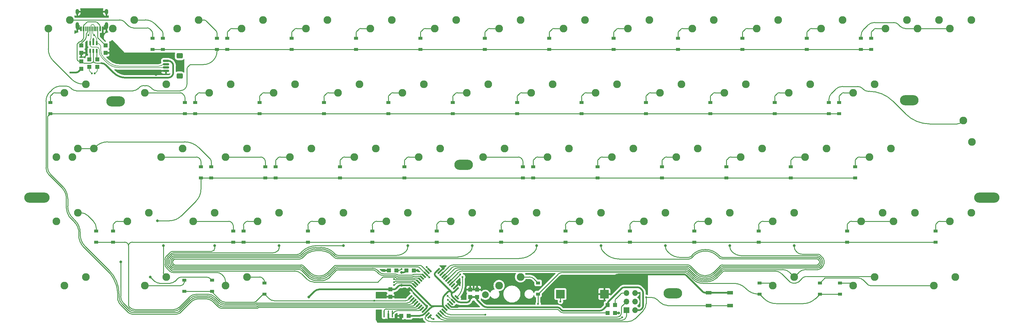
<source format=gbl>
G04 #@! TF.GenerationSoftware,KiCad,Pcbnew,(5.99.0-11336-g5116fa6d12)*
G04 #@! TF.CreationDate,2021-07-24T21:02:53+02:00*
G04 #@! TF.ProjectId,plain60-flex-mkd-iso,706c6169-6e36-4302-9d66-6c65782d6d6b,rev?*
G04 #@! TF.SameCoordinates,Original*
G04 #@! TF.FileFunction,Copper,L2,Bot*
G04 #@! TF.FilePolarity,Positive*
%FSLAX46Y46*%
G04 Gerber Fmt 4.6, Leading zero omitted, Abs format (unit mm)*
G04 Created by KiCad (PCBNEW (5.99.0-11336-g5116fa6d12)) date 2021-07-24 21:02:53*
%MOMM*%
%LPD*%
G01*
G04 APERTURE LIST*
G04 Aperture macros list*
%AMRoundRect*
0 Rectangle with rounded corners*
0 $1 Rounding radius*
0 $2 $3 $4 $5 $6 $7 $8 $9 X,Y pos of 4 corners*
0 Add a 4 corners polygon primitive as box body*
4,1,4,$2,$3,$4,$5,$6,$7,$8,$9,$2,$3,0*
0 Add four circle primitives for the rounded corners*
1,1,$1+$1,$2,$3*
1,1,$1+$1,$4,$5*
1,1,$1+$1,$6,$7*
1,1,$1+$1,$8,$9*
0 Add four rect primitives between the rounded corners*
20,1,$1+$1,$2,$3,$4,$5,0*
20,1,$1+$1,$4,$5,$6,$7,0*
20,1,$1+$1,$6,$7,$8,$9,0*
20,1,$1+$1,$8,$9,$2,$3,0*%
%AMRotRect*
0 Rectangle, with rotation*
0 The origin of the aperture is its center*
0 $1 length*
0 $2 width*
0 $3 Rotation angle, in degrees counterclockwise*
0 Add horizontal line*
21,1,$1,$2,0,0,$3*%
G04 Aperture macros list end*
G04 #@! TA.AperFunction,ComponentPad*
%ADD10C,2.286000*%
G04 #@! TD*
G04 #@! TA.AperFunction,ComponentPad*
%ADD11O,7.500000X3.000000*%
G04 #@! TD*
G04 #@! TA.AperFunction,ComponentPad*
%ADD12O,5.500000X3.000000*%
G04 #@! TD*
G04 #@! TA.AperFunction,SMDPad,CuDef*
%ADD13R,1.200000X0.900000*%
G04 #@! TD*
G04 #@! TA.AperFunction,SMDPad,CuDef*
%ADD14RotRect,1.500000X0.550000X135.000000*%
G04 #@! TD*
G04 #@! TA.AperFunction,SMDPad,CuDef*
%ADD15RotRect,1.500000X0.550000X45.000000*%
G04 #@! TD*
G04 #@! TA.AperFunction,SMDPad,CuDef*
%ADD16R,0.400000X2.000000*%
G04 #@! TD*
G04 #@! TA.AperFunction,SMDPad,CuDef*
%ADD17R,1.700000X1.000000*%
G04 #@! TD*
G04 #@! TA.AperFunction,SMDPad,CuDef*
%ADD18R,1.200000X1.300000*%
G04 #@! TD*
G04 #@! TA.AperFunction,ComponentPad*
%ADD19C,2.000000*%
G04 #@! TD*
G04 #@! TA.AperFunction,SMDPad,CuDef*
%ADD20R,1.300000X1.200000*%
G04 #@! TD*
G04 #@! TA.AperFunction,SMDPad,CuDef*
%ADD21R,0.600000X1.450000*%
G04 #@! TD*
G04 #@! TA.AperFunction,SMDPad,CuDef*
%ADD22R,0.300000X1.450000*%
G04 #@! TD*
G04 #@! TA.AperFunction,ComponentPad*
%ADD23O,1.000000X2.100000*%
G04 #@! TD*
G04 #@! TA.AperFunction,ComponentPad*
%ADD24O,1.000000X1.600000*%
G04 #@! TD*
G04 #@! TA.AperFunction,SMDPad,CuDef*
%ADD25R,1.200000X1.250000*%
G04 #@! TD*
G04 #@! TA.AperFunction,SMDPad,CuDef*
%ADD26R,1.250000X1.200000*%
G04 #@! TD*
G04 #@! TA.AperFunction,SMDPad,CuDef*
%ADD27R,0.600000X1.200000*%
G04 #@! TD*
G04 #@! TA.AperFunction,ComponentPad*
%ADD28R,1.700000X1.700000*%
G04 #@! TD*
G04 #@! TA.AperFunction,ComponentPad*
%ADD29O,1.700000X1.700000*%
G04 #@! TD*
G04 #@! TA.AperFunction,SMDPad,CuDef*
%ADD30RoundRect,0.150000X0.775000X-0.150000X0.775000X0.150000X-0.775000X0.150000X-0.775000X-0.150000X0*%
G04 #@! TD*
G04 #@! TA.AperFunction,SMDPad,CuDef*
%ADD31RoundRect,0.332800X0.567200X-0.467200X0.567200X0.467200X-0.567200X0.467200X-0.567200X-0.467200X0*%
G04 #@! TD*
G04 #@! TA.AperFunction,SMDPad,CuDef*
%ADD32R,2.500000X2.500000*%
G04 #@! TD*
G04 #@! TA.AperFunction,ViaPad*
%ADD33C,0.800000*%
G04 #@! TD*
G04 #@! TA.AperFunction,ViaPad*
%ADD34C,0.600000*%
G04 #@! TD*
G04 #@! TA.AperFunction,Conductor*
%ADD35C,0.500000*%
G04 #@! TD*
G04 #@! TA.AperFunction,Conductor*
%ADD36C,0.250000*%
G04 #@! TD*
G04 #@! TA.AperFunction,Conductor*
%ADD37C,0.200000*%
G04 #@! TD*
G04 APERTURE END LIST*
D10*
X78740000Y-23495000D03*
X72390000Y-26035000D03*
X97790000Y-23495000D03*
X91440000Y-26035000D03*
X154940000Y-23495000D03*
X148590000Y-26035000D03*
X173990000Y-23495000D03*
X167640000Y-26035000D03*
X135890000Y-23495000D03*
X129540000Y-26035000D03*
X116840000Y-23495000D03*
X110490000Y-26035000D03*
X16827500Y-23495000D03*
X10477500Y-26035000D03*
X145415000Y-4445000D03*
X139065000Y-6985000D03*
X183515000Y-4445000D03*
X177165000Y-6985000D03*
X88265000Y-4445000D03*
X81915000Y-6985000D03*
X240665000Y-4445000D03*
X234315000Y-6985000D03*
X221615000Y-4445000D03*
X215265000Y-6985000D03*
X202565000Y-4445000D03*
X196215000Y-6985000D03*
X164465000Y-4445000D03*
X158115000Y-6985000D03*
X126365000Y-4445000D03*
X120015000Y-6985000D03*
X107315000Y-4445000D03*
X100965000Y-6985000D03*
X69215000Y-4445000D03*
X62865000Y-6985000D03*
X31115000Y-4445000D03*
X24765000Y-6985000D03*
X12065000Y-4445000D03*
X5715000Y-6985000D03*
X40640000Y-80645000D03*
X34290000Y-83185000D03*
X150177500Y-61595000D03*
X143827500Y-64135000D03*
X226377500Y-61595000D03*
X220027500Y-64135000D03*
X169227500Y-61595000D03*
X162877500Y-64135000D03*
X131127500Y-61595000D03*
X124777500Y-64135000D03*
X188277500Y-61595000D03*
X181927500Y-64135000D03*
X16827500Y-80645000D03*
X10477500Y-83185000D03*
X250190000Y-23495000D03*
X243840000Y-26035000D03*
X54927500Y-61595000D03*
X48577500Y-64135000D03*
X193040000Y-23495000D03*
X186690000Y-26035000D03*
X121602500Y-42545000D03*
X115252500Y-45085000D03*
X64452500Y-42545000D03*
X58102500Y-45085000D03*
X254952500Y-42545000D03*
X248602500Y-45085000D03*
X278765000Y-61595000D03*
X272415000Y-64135000D03*
X178752500Y-42545000D03*
X172402500Y-45085000D03*
X278924687Y-40640061D03*
X276384687Y-34290061D03*
X231140000Y-23495000D03*
X224790000Y-26035000D03*
X64452500Y-80645000D03*
X58102500Y-83185000D03*
X83502500Y-42545000D03*
X77152500Y-45085000D03*
X159702500Y-42545000D03*
X153352500Y-45085000D03*
X102552500Y-42545000D03*
X96202500Y-45085000D03*
X45402500Y-42545000D03*
X39052500Y-45085000D03*
X197802500Y-42545000D03*
X191452500Y-45085000D03*
X14446277Y-61594925D03*
X8096277Y-64134925D03*
X235902500Y-42545000D03*
X229552500Y-45085000D03*
X216852500Y-42545000D03*
X210502500Y-45085000D03*
X212090000Y-23495000D03*
X205740000Y-26035000D03*
X140652500Y-42545000D03*
X134302500Y-45085000D03*
X19208750Y-42545000D03*
X12858750Y-45085000D03*
X112077500Y-61595000D03*
X105727500Y-64135000D03*
X250190000Y-80645000D03*
X243840000Y-83185000D03*
X73977500Y-61595000D03*
X67627500Y-64135000D03*
X226377500Y-80645000D03*
X220027500Y-83185000D03*
X274002728Y-80645072D03*
X267652728Y-83185072D03*
D11*
X283368988Y-57125000D03*
X2381252Y-57125000D03*
D10*
X40640000Y-23495000D03*
X34290000Y-26035000D03*
X278764977Y-4445061D03*
X272414977Y-6985061D03*
X35427500Y-61595000D03*
X29077500Y-64135000D03*
D12*
X190500160Y-85525000D03*
D10*
X93027500Y-61595000D03*
X86677500Y-64135000D03*
X14446277Y-42544925D03*
X8096277Y-45084925D03*
D12*
X260425000Y-28227050D03*
D10*
X259714977Y-4445061D03*
X253364977Y-6985061D03*
X252571287Y-61595061D03*
X246221287Y-64135061D03*
X269240087Y-4444961D03*
X262890087Y-6984961D03*
X207327500Y-61595000D03*
X200977500Y-64135000D03*
D12*
X128587608Y-47425040D03*
D10*
X59690000Y-23495000D03*
X53340000Y-26035000D03*
D12*
X25600000Y-28576024D03*
D10*
X262096347Y-61595011D03*
X255746347Y-64135011D03*
X145415000Y-80645000D03*
X139065000Y-83185000D03*
X50165000Y-4445000D03*
X43815000Y-6985000D03*
D13*
X239932417Y-85725561D03*
X239932417Y-82425561D03*
X216098619Y-85725561D03*
X216098619Y-82425561D03*
X150614189Y-85725561D03*
X150614189Y-82425561D03*
X69679287Y-85725561D03*
X69679287Y-82425561D03*
X268225000Y-70325000D03*
X268225000Y-67025000D03*
X242031460Y-70325056D03*
X242031460Y-67025056D03*
X215837500Y-70325000D03*
X215837500Y-67025000D03*
X196787500Y-70325000D03*
X196787500Y-67025000D03*
X139637500Y-70325000D03*
X139637500Y-67025000D03*
X101537500Y-70325000D03*
X101537500Y-67025000D03*
X82487500Y-70325000D03*
X82487500Y-67025000D03*
X220600000Y-32225000D03*
X220600000Y-28925000D03*
X225362500Y-51275000D03*
X225362500Y-47975000D03*
X49150000Y-32225000D03*
X49150000Y-28925000D03*
X182500000Y-32225000D03*
X182500000Y-28925000D03*
X206312500Y-51275000D03*
X206312500Y-47975000D03*
X111062500Y-51275000D03*
X111062500Y-47975000D03*
X53912500Y-51275000D03*
X53912500Y-47975000D03*
X187262500Y-51275000D03*
X187262500Y-47975000D03*
X146112500Y-51275000D03*
X146112500Y-47975000D03*
X50862500Y-51275000D03*
X50862500Y-47975000D03*
X72962500Y-51275000D03*
X72962500Y-47975000D03*
X106300000Y-32225000D03*
X106300000Y-28925000D03*
X201550000Y-32225000D03*
X201550000Y-28925000D03*
X125350000Y-32225000D03*
X125350000Y-28925000D03*
X163450000Y-32225000D03*
X163450000Y-28925000D03*
X149162500Y-51275000D03*
X149162500Y-47975000D03*
X92012500Y-51275000D03*
X92012500Y-47975000D03*
X60387500Y-70325000D03*
X60387500Y-67025000D03*
X158687500Y-70325000D03*
X158687500Y-67025000D03*
X244412500Y-51275000D03*
X244412500Y-47975000D03*
X45904299Y-84900061D03*
X45904299Y-81600061D03*
X168212500Y-51275000D03*
X168212500Y-47975000D03*
X87250000Y-32225000D03*
X87250000Y-28925000D03*
X239650000Y-32225000D03*
X239650000Y-28925000D03*
X69912500Y-51275000D03*
X69912500Y-47975000D03*
X144400000Y-32225000D03*
X144400000Y-28925000D03*
X177737500Y-70325000D03*
X177737500Y-67025000D03*
X120587500Y-70325000D03*
X120587500Y-67025000D03*
X68200000Y-32225000D03*
X68200000Y-28925000D03*
D14*
X126576021Y-86684407D03*
X126010335Y-87250092D03*
X125444650Y-87815777D03*
X124878965Y-88381463D03*
X124313279Y-88947148D03*
X123747594Y-89512834D03*
X123181908Y-90078519D03*
X122616223Y-90644205D03*
X122050537Y-91209890D03*
X121484852Y-91775575D03*
X120919167Y-92341261D03*
D15*
X118515003Y-92341261D03*
X117949318Y-91775575D03*
X117383633Y-91209890D03*
X116817947Y-90644205D03*
X116252262Y-90078519D03*
X115686576Y-89512834D03*
X115120891Y-88947148D03*
X114555205Y-88381463D03*
X113989520Y-87815777D03*
X113423835Y-87250092D03*
X112858149Y-86684407D03*
D14*
X112858149Y-84280243D03*
X113423835Y-83714558D03*
X113989520Y-83148873D03*
X114555205Y-82583187D03*
X115120891Y-82017502D03*
X115686576Y-81451816D03*
X116252262Y-80886131D03*
X116817947Y-80320445D03*
X117383633Y-79754760D03*
X117949318Y-79189075D03*
X118515003Y-78623389D03*
D15*
X120919167Y-78623389D03*
X121484852Y-79189075D03*
X122050537Y-79754760D03*
X122616223Y-80320445D03*
X123181908Y-80886131D03*
X123747594Y-81451816D03*
X124313279Y-82017502D03*
X124878965Y-82583187D03*
X125444650Y-83148873D03*
X126010335Y-83714558D03*
X126576021Y-84280243D03*
D16*
X105079287Y-91600061D03*
X107479287Y-91600061D03*
X106279287Y-91600061D03*
D17*
X201079287Y-85300061D03*
X207379287Y-85300061D03*
X207379287Y-89100061D03*
X201079287Y-89100061D03*
D18*
X106479287Y-78700061D03*
X108679287Y-78700061D03*
D13*
X172975000Y-13175000D03*
X172975000Y-9875000D03*
X153925000Y-13175000D03*
X153925000Y-9875000D03*
X230125000Y-13175000D03*
X230125000Y-9875000D03*
X192025000Y-13175000D03*
X192025000Y-9875000D03*
X246125000Y-13175000D03*
X246125000Y-9875000D03*
X46100000Y-32225000D03*
X46100000Y-28925000D03*
X6287500Y-32225000D03*
X6287500Y-28925000D03*
X211075000Y-13175000D03*
X211075000Y-9875000D03*
X115825000Y-13175000D03*
X115825000Y-9875000D03*
X55625000Y-13175000D03*
X55625000Y-9875000D03*
X77725000Y-13175000D03*
X77725000Y-9875000D03*
X134875000Y-13175000D03*
X134875000Y-9875000D03*
X96775000Y-13175000D03*
X96775000Y-9875000D03*
X58675000Y-13175000D03*
X58675000Y-9875000D03*
D19*
X134979287Y-85950061D03*
D13*
X233979287Y-85725561D03*
X233979287Y-82425561D03*
D20*
X17859390Y-18364077D03*
X17859390Y-16164077D03*
D21*
X15343000Y-7075000D03*
X16118000Y-7075000D03*
D22*
X16818000Y-7075000D03*
X17318000Y-7075000D03*
X17818000Y-7075000D03*
X18318000Y-7075000D03*
X18818000Y-7075000D03*
X19318000Y-7075000D03*
X19818000Y-7075000D03*
X20318000Y-7075000D03*
D21*
X21018000Y-7075000D03*
X21793000Y-7075000D03*
D23*
X22888000Y-6160000D03*
D24*
X22888000Y-1980000D03*
X14248000Y-1980000D03*
D23*
X14248000Y-6160000D03*
D13*
X63437500Y-70325000D03*
X63437500Y-67025000D03*
D25*
X110129287Y-92150061D03*
X112329287Y-92150061D03*
D26*
X130529287Y-84400061D03*
X130529287Y-86600061D03*
D13*
X19906277Y-70324925D03*
X19906277Y-67024925D03*
X236600000Y-32225000D03*
X236600000Y-28925000D03*
D20*
X15478138Y-18959390D03*
X15478138Y-16759390D03*
D13*
X36575000Y-13175000D03*
X36575000Y-9875000D03*
D20*
X20240642Y-16164077D03*
X20240642Y-18364077D03*
D25*
X171189287Y-91371313D03*
X173389287Y-91371313D03*
D26*
X106929287Y-86550061D03*
X106929287Y-84350061D03*
D18*
X173389287Y-88990061D03*
X171189287Y-88990061D03*
D20*
X22621894Y-11996886D03*
X22621894Y-14196886D03*
D13*
X39625000Y-13175000D03*
X39625000Y-9875000D03*
X54128819Y-84900061D03*
X54128819Y-81600061D03*
D27*
X18100016Y-11351573D03*
X19050016Y-11351573D03*
X20000016Y-11351573D03*
X20000016Y-13651573D03*
X19050016Y-13651573D03*
X18100016Y-13651573D03*
D28*
X176729287Y-90510061D03*
D29*
X179269287Y-90510061D03*
X176729287Y-87970061D03*
X179269287Y-87970061D03*
X176729287Y-85430061D03*
X179269287Y-85430061D03*
D20*
X15478138Y-14196886D03*
X15478138Y-11996886D03*
D30*
X40531287Y-16566061D03*
X40531287Y-17566061D03*
X40531287Y-18566061D03*
X40531287Y-19566061D03*
D31*
X44556287Y-15066061D03*
X44556287Y-21066061D03*
D32*
X157211075Y-85725072D03*
X170211075Y-85725072D03*
D26*
X132529287Y-84400061D03*
X132529287Y-86600061D03*
D25*
X113829287Y-78700061D03*
X111629287Y-78700061D03*
D13*
X24887500Y-70325000D03*
X24887500Y-67025000D03*
X249174977Y-13175061D03*
X249174977Y-9875061D03*
D33*
X126829287Y-89410061D03*
D34*
X24212462Y-14196886D03*
D33*
X170211075Y-83371849D03*
X105139287Y-78700061D03*
D34*
X21793000Y-9586348D03*
D33*
X108839287Y-86550061D03*
X122539287Y-78134640D03*
X131509287Y-82330061D03*
X114989287Y-78700061D03*
D34*
X19050016Y-10199332D03*
D33*
X37601287Y-20606061D03*
X108799287Y-93090061D03*
X127379287Y-82345606D03*
X174478035Y-91371313D03*
X117649287Y-89320061D03*
X111159469Y-84280243D03*
D34*
X15478138Y-15478912D03*
D33*
X110200000Y-83090774D03*
X82739287Y-86630061D03*
D34*
X12279287Y-20025061D03*
D33*
X110200000Y-79360061D03*
X37999287Y-64000000D03*
X27109287Y-76200061D03*
X35904226Y-80645000D03*
D34*
X150614189Y-88600061D03*
X102169287Y-87680061D03*
X108029287Y-81300061D03*
D33*
X39739287Y-71390061D03*
D34*
X108037345Y-82192003D03*
D33*
X54927500Y-71390061D03*
D34*
X108045403Y-83083945D03*
D33*
X73979287Y-71390061D03*
X93029287Y-71390061D03*
X112079287Y-71390061D03*
D34*
X118418934Y-80790061D03*
D33*
X131129287Y-71390061D03*
X150179287Y-71390061D03*
X169229287Y-71390061D03*
X188279287Y-71390061D03*
X207329287Y-71390061D03*
X226377500Y-71390061D03*
D34*
X127552091Y-79910061D03*
X128279287Y-80640061D03*
X19264287Y-8945061D03*
X17612287Y-8945061D03*
X182569287Y-86700061D03*
X117621675Y-77730061D03*
X110200000Y-78274573D03*
X175479287Y-92650061D03*
X134979287Y-91810061D03*
X123908425Y-87410923D03*
X18625016Y-20350061D03*
X123858934Y-86230061D03*
X19475016Y-20350061D03*
X119715287Y-93160061D03*
X157211075Y-87938273D03*
D35*
X132529287Y-84400061D02*
X131509287Y-84400061D01*
X15343000Y-7075000D02*
X15163000Y-7075000D01*
X126683581Y-89555767D02*
X126829287Y-89410061D01*
X126010335Y-83714558D02*
X127379287Y-82345606D01*
X19050016Y-11351573D02*
X19050016Y-10199332D01*
X116817947Y-90644205D02*
X117649287Y-89812865D01*
X37601287Y-20606061D02*
X38055501Y-20151847D01*
X106929287Y-86550061D02*
X108839287Y-86550061D01*
X22621894Y-14196886D02*
X24212462Y-14196886D01*
X21973000Y-7075000D02*
X22888000Y-6160000D01*
X106779287Y-93090061D02*
X108799287Y-93090061D01*
X124921898Y-89555767D02*
X126683581Y-89555767D01*
X194450679Y-80192537D02*
X199265310Y-85007168D01*
X121484852Y-79189075D02*
X122539287Y-78134640D01*
X108799287Y-93090061D02*
X109629287Y-93090061D01*
X173389287Y-91371313D02*
X174478035Y-91371313D01*
X117649287Y-89812865D02*
X117649287Y-89320061D01*
X21793000Y-7075000D02*
X21793000Y-9586348D01*
X106279287Y-91600061D02*
X106279287Y-92590061D01*
X110129287Y-92590061D02*
X110129287Y-92150061D01*
X39469714Y-19566061D02*
X40531287Y-19566061D01*
X174511707Y-79899644D02*
X193743572Y-79899644D01*
X131509287Y-84400061D02*
X130529287Y-84400061D01*
X21793000Y-7075000D02*
X21973000Y-7075000D01*
X131509287Y-84400061D02*
X131509287Y-82330061D01*
X112858149Y-84280243D02*
X111159469Y-84280243D01*
X124313279Y-88947148D02*
X124921898Y-89555767D01*
X170211075Y-83371849D02*
X173097494Y-80485430D01*
X15478138Y-14196886D02*
X15478138Y-15478912D01*
X199972417Y-85300061D02*
X201079287Y-85300061D01*
X106479287Y-78700061D02*
X105139287Y-78700061D01*
X113829287Y-78700061D02*
X114989287Y-78700061D01*
X15163000Y-7075000D02*
X14248000Y-6160000D01*
X201079287Y-85300061D02*
X207379287Y-85300061D01*
X170211075Y-85725072D02*
X170211075Y-83371849D01*
X173097494Y-80485430D02*
G75*
G02*
X174511707Y-79899644I1414213J-1414214D01*
G01*
X106779287Y-93090061D02*
G75*
G02*
X106279287Y-92590061I1J500001D01*
G01*
X199972417Y-85300060D02*
G75*
G02*
X199265311Y-85007167I-3J999993D01*
G01*
X110129287Y-92590061D02*
G75*
G02*
X109629287Y-93090061I-500001J1D01*
G01*
X194450679Y-80192537D02*
G75*
G03*
X193743572Y-79899644I-707106J-707106D01*
G01*
X39469714Y-19566062D02*
G75*
G03*
X38055502Y-20151848I0J-1999999D01*
G01*
X112592944Y-83090774D02*
X110200000Y-83090774D01*
X157486394Y-90407168D02*
X157022180Y-89942954D01*
X171482180Y-87907168D02*
X175376394Y-84012954D01*
X115615035Y-92150061D02*
X112329287Y-92150061D01*
X130236394Y-87842954D02*
X130152180Y-87927168D01*
X171189287Y-88990061D02*
X171189287Y-88614275D01*
X124296764Y-84890061D02*
X124512180Y-84890061D01*
X122706343Y-89602954D02*
X122706343Y-89602954D01*
X110200000Y-83090774D02*
X110002788Y-83090774D01*
X125019287Y-85604275D02*
X125044882Y-85604275D01*
X176083501Y-83720061D02*
X180095073Y-83720061D01*
X180415073Y-90510061D02*
X179269287Y-90510061D01*
X120009287Y-79972954D02*
X120009287Y-79740376D01*
X129445073Y-88220061D02*
X127808731Y-88220061D01*
X125312180Y-86551937D02*
X126010335Y-87250092D01*
X120603441Y-78939115D02*
X120919167Y-78623389D01*
X181669287Y-85294275D02*
X181669287Y-89255847D01*
X125359096Y-85290061D02*
X125326394Y-85290061D01*
X126394517Y-87634274D02*
X126010335Y-87250092D01*
X122413450Y-88895847D02*
X122413450Y-87394695D01*
X109295681Y-83383667D02*
X108622180Y-84057168D01*
X124865734Y-85036508D02*
X124972840Y-85143614D01*
X14705360Y-19732168D02*
X15478138Y-18959390D01*
X171189287Y-88990061D02*
X170065073Y-90114275D01*
X84433500Y-84935848D02*
X82739287Y-86630061D01*
X132529287Y-87460061D02*
X132529287Y-86600061D01*
X122999237Y-85980481D02*
X123943211Y-85036507D01*
X126576021Y-84280243D02*
X125712649Y-85143615D01*
X106929287Y-84350061D02*
X85847714Y-84350061D01*
X120155734Y-79386822D02*
X120919167Y-78623389D01*
X180802180Y-84012954D02*
X181376394Y-84587168D01*
X156315073Y-89650061D02*
X135547714Y-89650061D01*
X132529287Y-86600061D02*
X130529287Y-86600061D01*
X113423835Y-83714558D02*
X112946497Y-83237220D01*
X181376394Y-89962954D02*
X181122180Y-90217168D01*
X134133500Y-89064274D02*
X132529287Y-87460061D01*
X168650860Y-90700061D02*
X158193501Y-90700061D01*
X130529287Y-86600061D02*
X130529287Y-87135847D01*
X119226445Y-89310061D02*
X120111889Y-89310061D01*
X121999236Y-89310061D02*
X120111889Y-89310061D01*
X124726394Y-84897168D02*
X120155733Y-80326507D01*
X107915073Y-84350061D02*
X106929287Y-84350061D01*
X117383633Y-91209890D02*
X117029248Y-91564275D01*
X123181908Y-90078519D02*
X122706343Y-89602954D01*
X113423835Y-83714558D02*
X118872892Y-89163615D01*
X110762180Y-79360061D02*
X110200000Y-79360061D01*
X111629287Y-78700061D02*
X111115733Y-79213615D01*
X124972840Y-85143614D02*
X124726394Y-84897168D01*
X118697675Y-89895848D02*
X117383633Y-91209890D01*
X125019287Y-85604275D02*
X125019287Y-85844830D01*
X12279287Y-20025061D02*
X13998253Y-20025061D01*
X121999236Y-89310062D02*
G75*
G02*
X122706342Y-89602955I3J-999993D01*
G01*
X109295681Y-83383667D02*
G75*
G02*
X110002788Y-83090774I707106J-707106D01*
G01*
X129445073Y-88220060D02*
G75*
G03*
X130152179Y-87927167I3J999993D01*
G01*
X119226445Y-89310060D02*
G75*
G02*
X118872892Y-89163615I0J500001D01*
G01*
X156315073Y-89650062D02*
G75*
G02*
X157022179Y-89942955I3J-999993D01*
G01*
X122999237Y-85980481D02*
G75*
G03*
X122413450Y-87394695I1414213J-1414214D01*
G01*
X181122180Y-90217168D02*
G75*
G02*
X180415073Y-90510061I-707106J707106D01*
G01*
X120009288Y-79972954D02*
G75*
G03*
X120155733Y-80326507I500001J0D01*
G01*
X181376394Y-84587168D02*
G75*
G02*
X181669287Y-85294275I-707106J-707106D01*
G01*
X125312180Y-86551937D02*
G75*
G02*
X125019287Y-85844830I707106J707106D01*
G01*
X171189288Y-88614275D02*
G75*
G02*
X171482181Y-87907169I999993J3D01*
G01*
X118697675Y-89895848D02*
G75*
G02*
X120111889Y-89310061I1414214J-1414213D01*
G01*
X168650860Y-90700060D02*
G75*
G03*
X170065072Y-90114274I0J1999999D01*
G01*
X120155734Y-79386822D02*
G75*
G03*
X120009287Y-79740376I353550J-353553D01*
G01*
X130529286Y-87135847D02*
G75*
G02*
X130236393Y-87842953I-999993J-3D01*
G01*
X112946497Y-83237220D02*
G75*
G03*
X112592944Y-83090774I-353553J-353556D01*
G01*
X124972840Y-85143614D02*
G75*
G03*
X125326394Y-85290061I353553J353550D01*
G01*
X158193501Y-90700060D02*
G75*
G02*
X157486395Y-90407167I-3J999993D01*
G01*
X124296764Y-84890062D02*
G75*
G03*
X123943211Y-85036507I0J-500001D01*
G01*
X84433500Y-84935848D02*
G75*
G02*
X85847714Y-84350061I1414214J-1414213D01*
G01*
X134133500Y-89064274D02*
G75*
G03*
X135547714Y-89650061I1414214J1414213D01*
G01*
X13998253Y-20025060D02*
G75*
G03*
X14705359Y-19732167I3J999993D01*
G01*
X126394517Y-87634274D02*
G75*
G03*
X127808731Y-88220061I1414214J1414213D01*
G01*
X115615035Y-92150060D02*
G75*
G03*
X117029247Y-91564274I0J1999999D01*
G01*
X124512180Y-84890061D02*
G75*
G02*
X124865734Y-85036508I1J-499997D01*
G01*
X111115733Y-79213615D02*
G75*
G02*
X110762180Y-79360061I-353553J353556D01*
G01*
X124726394Y-84897168D02*
G75*
G02*
X125019287Y-85604275I-707106J-707106D01*
G01*
X125712649Y-85143615D02*
G75*
G02*
X125359096Y-85290061I-353553J353556D01*
G01*
X180802180Y-84012954D02*
G75*
G03*
X180095073Y-83720061I-707106J-707106D01*
G01*
X181376394Y-89962954D02*
G75*
G03*
X181669287Y-89255847I-707106J707106D01*
G01*
X108622180Y-84057168D02*
G75*
G02*
X107915073Y-84350061I-707106J707106D01*
G01*
X176083501Y-83720062D02*
G75*
G03*
X175376395Y-84012955I-3J-999993D01*
G01*
X122413451Y-88895847D02*
G75*
G03*
X122706344Y-89602953I999993J-3D01*
G01*
D36*
X67863389Y-89690973D02*
X67912649Y-89688621D01*
X36380500Y-24846274D02*
X36028073Y-24493847D01*
X15262486Y-70539374D02*
X15480692Y-70917319D01*
X9687525Y-54181482D02*
X9968046Y-54515793D01*
X10999287Y-57561129D02*
X10999287Y-59838993D01*
X30309219Y-91614103D02*
X30568918Y-91648293D01*
X44345752Y-91446068D02*
X44572598Y-91315098D01*
X14815836Y-69312213D02*
X14928788Y-69733756D01*
X52340236Y-87140061D02*
X52508587Y-87142284D01*
X53792602Y-87512202D02*
X54077696Y-87691339D01*
X11039574Y-60491952D02*
X11115356Y-60921734D01*
X11562006Y-62148895D02*
X11780212Y-62526840D01*
X67735873Y-89761844D02*
X67772368Y-89728675D01*
X16164233Y-71765006D02*
X23281315Y-78882089D01*
X10621004Y-55646751D02*
X10770266Y-56056845D01*
X9968046Y-54515793D02*
X10218362Y-54873282D01*
X67772368Y-89728675D02*
X67863389Y-89690973D01*
X14702018Y-68447678D02*
X14740054Y-68882431D01*
X30803860Y-25432061D02*
X13970028Y-25432061D01*
X12555814Y-24846274D02*
X12346665Y-24637125D01*
X24704392Y-80671158D02*
X25031665Y-81238011D01*
X11780212Y-62526840D02*
X12030528Y-62884329D01*
X29587358Y-91315099D02*
X29814205Y-91446068D01*
X29814205Y-91446068D02*
X30056205Y-91546308D01*
X49209959Y-87254906D02*
X49538220Y-87179983D01*
X15078050Y-70143850D02*
X15262486Y-70539374D01*
X55864681Y-89419337D02*
X56072491Y-89578796D01*
X29285674Y-91064294D02*
X29379548Y-91155640D01*
X48892150Y-87366112D02*
X49209959Y-87254906D01*
X57054051Y-89911990D02*
X57185021Y-89913778D01*
X43460070Y-91650081D02*
X43591040Y-91648292D01*
X26250117Y-87249172D02*
X26325042Y-87577439D01*
X52843173Y-87179983D02*
X53171434Y-87254906D01*
X26164582Y-84972741D02*
X26207392Y-85625884D01*
X26212418Y-86914580D02*
X26250117Y-87249172D01*
X114063466Y-89686293D02*
X114256214Y-89647953D01*
X14321484Y-65767231D02*
X14470746Y-66177325D01*
X26207392Y-85625884D02*
X26210247Y-85953157D01*
X11115356Y-60921734D02*
X11228308Y-61343277D01*
X10883218Y-56478388D02*
X10959000Y-56908170D01*
X54340941Y-87901270D02*
X54461556Y-88018740D01*
X44874283Y-91064295D02*
X47919837Y-88018741D01*
X5907967Y-50398741D02*
X9534821Y-54025595D01*
X14699767Y-68229472D02*
X14702018Y-68447678D01*
X48303697Y-87691339D02*
X48588791Y-87512202D01*
X25571646Y-82429776D02*
X25782043Y-83049584D01*
X5029287Y-28569758D02*
X5029287Y-48277420D01*
X49872806Y-87142284D02*
X50041158Y-87140061D01*
X53171434Y-87254906D02*
X53489243Y-87366112D01*
X14699767Y-67681609D02*
X14699767Y-68229472D01*
X53489243Y-87366112D02*
X53792602Y-87512202D01*
X57185021Y-89913778D02*
X67480385Y-89913778D01*
X10932452Y-24051339D02*
X9547706Y-24051339D01*
X9534821Y-54025595D02*
X9687525Y-54181482D01*
X30568918Y-91648293D02*
X30699888Y-91650081D01*
X11001538Y-60057199D02*
X11039574Y-60491952D01*
X10436568Y-55251227D02*
X10621004Y-55646751D01*
X23281315Y-78882089D02*
X23510713Y-79115525D01*
X6719279Y-25222912D02*
X6200860Y-25741331D01*
X47341394Y-17977954D02*
X47038180Y-18281168D01*
X12311049Y-63218640D02*
X12463753Y-63374527D01*
X52508587Y-87142284D02*
X52843173Y-87179983D01*
X13918842Y-64993762D02*
X14137048Y-65371707D01*
X25321163Y-81825055D02*
X25571646Y-82429776D01*
X27088926Y-88867546D02*
X29285674Y-91064294D01*
X14470746Y-66177325D02*
X14583698Y-66598868D01*
X114256214Y-89647953D02*
X114437779Y-89572746D01*
X67620666Y-89873724D02*
X67657161Y-89840555D01*
X13388005Y-64301962D02*
X13668526Y-64636273D01*
X34613860Y-23908061D02*
X33984714Y-23908061D01*
X67529645Y-89911426D02*
X67620666Y-89873724D01*
X14697516Y-67463403D02*
X14699767Y-67681609D01*
X10999287Y-59838993D02*
X11001538Y-60057199D01*
X12030528Y-62884329D02*
X12311049Y-63218640D01*
X67480385Y-89913778D02*
X67529645Y-89911426D01*
X113965204Y-89688621D02*
X114063466Y-89686293D01*
X26079147Y-84323795D02*
X26164582Y-84972741D01*
X54461556Y-88018740D02*
X55770807Y-89327991D01*
X14659480Y-67028650D02*
X14697516Y-67463403D01*
X50041158Y-87140061D02*
X52340236Y-87140061D01*
X56072491Y-89578796D02*
X56299338Y-89709765D01*
X48588791Y-87512202D02*
X48892150Y-87366112D01*
X67657161Y-89840555D02*
X67735873Y-89761844D01*
X26971417Y-88746966D02*
X27088926Y-88867546D01*
X55770807Y-89327991D02*
X55864681Y-89419337D01*
X16011529Y-71609119D02*
X16164233Y-71765006D01*
X25031665Y-81238011D02*
X25321163Y-81825055D01*
X114437779Y-89572746D02*
X114601183Y-89463564D01*
X10218362Y-54873282D02*
X10436568Y-55251227D01*
X14928788Y-69733756D02*
X15078050Y-70143850D01*
X23510713Y-79115525D02*
X23942284Y-79607638D01*
X56299338Y-89709765D02*
X56541338Y-89810005D01*
X48040452Y-87901270D02*
X48303697Y-87691339D01*
X10770266Y-56056845D02*
X10883218Y-56478388D01*
X26582342Y-88198617D02*
X26761482Y-88483717D01*
X26761482Y-88483717D02*
X26971417Y-88746966D01*
X24340746Y-80126924D02*
X24704392Y-80671158D01*
X49538220Y-87179983D02*
X49872806Y-87142284D01*
X25951452Y-83681827D02*
X26079147Y-84323795D01*
X14740054Y-68882431D02*
X14815836Y-69312213D01*
X11377570Y-61753371D02*
X11562006Y-62148895D01*
X26325042Y-87577439D02*
X26436250Y-87895253D01*
X44103752Y-91546308D02*
X44345752Y-91446068D01*
X12463753Y-63374527D02*
X13235301Y-64146075D01*
X29379548Y-91155640D02*
X29587358Y-91315099D01*
X43591040Y-91648292D02*
X43850738Y-91614103D01*
X23942284Y-79607638D02*
X24340746Y-80126924D01*
X32570500Y-24493848D02*
X32218073Y-24846275D01*
X114672311Y-89395728D02*
X115120891Y-88947148D01*
X26436250Y-87895253D02*
X26582342Y-88198617D01*
X26210247Y-85953157D02*
X26210247Y-86746226D01*
X56541338Y-89810005D02*
X56794352Y-89877800D01*
X13235301Y-64146075D02*
X13388005Y-64301962D01*
X56794352Y-89877800D02*
X57054051Y-89911990D01*
X54077696Y-87691339D02*
X54340941Y-87901270D01*
X44780409Y-91155640D02*
X44874283Y-91064295D01*
X26210247Y-86746226D02*
X26212418Y-86914580D01*
X43850738Y-91614103D02*
X44103752Y-91546308D01*
X10997036Y-57342923D02*
X10999287Y-57561129D01*
X47919837Y-88018741D02*
X48040452Y-87901270D01*
X249174916Y-13175000D02*
X249174977Y-13175061D01*
X14583698Y-66598868D02*
X14659480Y-67028650D01*
X114601183Y-89463564D02*
X114672311Y-89395728D01*
X15480692Y-70917319D02*
X15731008Y-71274808D01*
X51625000Y-17685061D02*
X48048501Y-17685061D01*
X14137048Y-65371707D02*
X14321484Y-65767231D01*
X30699888Y-91650081D02*
X43460070Y-91650081D01*
X55625000Y-13175000D02*
X55625000Y-13685061D01*
X46745287Y-18988275D02*
X46745287Y-23432061D01*
X11228308Y-61343277D02*
X11377570Y-61753371D01*
X36575000Y-13175000D02*
X249174916Y-13175000D01*
X15731008Y-71274808D02*
X16011529Y-71609119D01*
X25782043Y-83049584D02*
X25951452Y-83681827D01*
X30056205Y-91546308D02*
X30309219Y-91614103D01*
X44745287Y-25432061D02*
X37794714Y-25432061D01*
X44572598Y-91315098D02*
X44780409Y-91155640D01*
X13668526Y-64636273D02*
X13918842Y-64993762D01*
X10959000Y-56908170D02*
X10997036Y-57342923D01*
X67912649Y-89688621D02*
X113965204Y-89688621D01*
X6719279Y-25222912D02*
G75*
G02*
X9547706Y-24051339I2828427J-2828426D01*
G01*
X32570500Y-24493848D02*
G75*
G02*
X33984714Y-23908061I1414214J-1414213D01*
G01*
X48048501Y-17685062D02*
G75*
G03*
X47341395Y-17977955I-3J-999993D01*
G01*
X34613860Y-23908062D02*
G75*
G02*
X36028072Y-24493848I0J-1999999D01*
G01*
X12555814Y-24846274D02*
G75*
G03*
X13970028Y-25432061I1414214J1414213D01*
G01*
X10932452Y-24051340D02*
G75*
G02*
X12346664Y-24637126I0J-1999999D01*
G01*
X47038180Y-18281168D02*
G75*
G03*
X46745287Y-18988275I707106J-707106D01*
G01*
X36380500Y-24846274D02*
G75*
G03*
X37794714Y-25432061I1414214J1414213D01*
G01*
X30803860Y-25432060D02*
G75*
G03*
X32218072Y-24846274I0J1999999D01*
G01*
X5907967Y-50398741D02*
G75*
G02*
X5029287Y-48277420I2121314J2121318D01*
G01*
X51625000Y-17685061D02*
G75*
G03*
X55625000Y-13685061I0J4000000D01*
G01*
X44745287Y-25432061D02*
G75*
G03*
X46745287Y-23432061I1J1999999D01*
G01*
X5029287Y-28569758D02*
G75*
G02*
X6200860Y-25741331I3999999J0D01*
G01*
X28250013Y-5030787D02*
X29443501Y-6224275D01*
X30857714Y-6810061D02*
X34970847Y-6810061D01*
X36575000Y-8414214D02*
X36575000Y-9875000D01*
X12065000Y-4445000D02*
X26835799Y-4445000D01*
X35677954Y-7102954D02*
X36282107Y-7707107D01*
X29443501Y-6224275D02*
G75*
G03*
X30857714Y-6810061I1414213J1414214D01*
G01*
X28250013Y-5030787D02*
G75*
G03*
X26835799Y-4445000I-1414214J-1414213D01*
G01*
X35677954Y-7102954D02*
G75*
G03*
X34970847Y-6810061I-707106J-707106D01*
G01*
X36282107Y-7707107D02*
G75*
G02*
X36575000Y-8414214I-707106J-707106D01*
G01*
X37241573Y-5616573D02*
X39332107Y-7707107D01*
X39625000Y-8414214D02*
X39625000Y-9875000D01*
X31115000Y-4445000D02*
X34413146Y-4445000D01*
X34413146Y-4445000D02*
G75*
G02*
X37241573Y-5616573I0J-3999999D01*
G01*
X39624999Y-8414214D02*
G75*
G03*
X39332106Y-7707108I-999993J3D01*
G01*
X52362893Y-4737893D02*
X55332107Y-7707107D01*
X55625000Y-9875000D02*
X55625000Y-8414214D01*
X55595000Y-9875000D02*
X55625000Y-9875000D01*
X50165000Y-4445000D02*
X51655786Y-4445000D01*
X55624999Y-8414214D02*
G75*
G03*
X55332106Y-7707108I-999993J3D01*
G01*
X51655786Y-4445001D02*
G75*
G02*
X52362892Y-4737894I3J-999993D01*
G01*
X59397107Y-7277893D02*
X58967893Y-7707107D01*
X58675000Y-9875000D02*
X58675000Y-8414214D01*
X62865000Y-6985000D02*
X60104214Y-6985000D01*
X58967893Y-7707107D02*
G75*
G03*
X58675000Y-8414214I707106J-707106D01*
G01*
X59397107Y-7277893D02*
G75*
G02*
X60104214Y-6985000I707106J-707106D01*
G01*
X78447107Y-7277893D02*
X78017893Y-7707107D01*
X81915000Y-6985000D02*
X79154214Y-6985000D01*
X77725000Y-9875000D02*
X77725000Y-8414214D01*
X78447107Y-7277893D02*
G75*
G02*
X79154214Y-6985000I707106J-707106D01*
G01*
X78017893Y-7707107D02*
G75*
G03*
X77725000Y-8414214I707106J-707106D01*
G01*
X100965000Y-6985000D02*
X98204214Y-6985000D01*
X96775000Y-9875000D02*
X96775000Y-8414214D01*
X97497107Y-7277893D02*
X97067893Y-7707107D01*
X97067893Y-7707107D02*
G75*
G03*
X96775000Y-8414214I707106J-707106D01*
G01*
X97497107Y-7277893D02*
G75*
G02*
X98204214Y-6985000I707106J-707106D01*
G01*
X115825000Y-9875000D02*
X115825000Y-8414214D01*
X116547107Y-7277893D02*
X116117893Y-7707107D01*
X120015000Y-6985000D02*
X117254214Y-6985000D01*
X116547107Y-7277893D02*
G75*
G02*
X117254214Y-6985000I707106J-707106D01*
G01*
X115825001Y-8414214D02*
G75*
G02*
X116117894Y-7707108I999993J3D01*
G01*
X134875000Y-9875000D02*
X134875000Y-8414214D01*
X135597107Y-7277893D02*
X135167893Y-7707107D01*
X139065000Y-6985000D02*
X136304214Y-6985000D01*
X135167893Y-7707107D02*
G75*
G03*
X134875000Y-8414214I707106J-707106D01*
G01*
X136304214Y-6985001D02*
G75*
G03*
X135597108Y-7277894I-3J-999993D01*
G01*
X154647107Y-7277893D02*
X154217893Y-7707107D01*
X158115000Y-6985000D02*
X155354214Y-6985000D01*
X153925000Y-9875000D02*
X153925000Y-8414214D01*
X155354214Y-6985001D02*
G75*
G03*
X154647108Y-7277894I-3J-999993D01*
G01*
X153925001Y-8414214D02*
G75*
G02*
X154217894Y-7707108I999993J3D01*
G01*
X172975000Y-9875000D02*
X172975000Y-8414214D01*
X177165000Y-6985000D02*
X174404214Y-6985000D01*
X173697107Y-7277893D02*
X173267893Y-7707107D01*
X173697107Y-7277893D02*
G75*
G02*
X174404214Y-6985000I707106J-707106D01*
G01*
X173267893Y-7707107D02*
G75*
G03*
X172975000Y-8414214I707106J-707106D01*
G01*
X192025000Y-9875000D02*
X192025000Y-8414214D01*
X196215000Y-6985000D02*
X193454214Y-6985000D01*
X192747107Y-7277893D02*
X192317893Y-7707107D01*
X192317893Y-7707107D02*
G75*
G03*
X192025000Y-8414214I707106J-707106D01*
G01*
X193454214Y-6985001D02*
G75*
G03*
X192747108Y-7277894I-3J-999993D01*
G01*
X211797107Y-7277893D02*
X211367893Y-7707107D01*
X211075000Y-9875000D02*
X211075000Y-8414214D01*
X215265000Y-6985000D02*
X212504214Y-6985000D01*
X212504214Y-6985001D02*
G75*
G03*
X211797108Y-7277894I-3J-999993D01*
G01*
X211367893Y-7707107D02*
G75*
G03*
X211075000Y-8414214I707106J-707106D01*
G01*
X230847107Y-7277893D02*
X230417893Y-7707107D01*
X230125000Y-9875000D02*
X230125000Y-8414214D01*
X234315000Y-6985000D02*
X231554214Y-6985000D01*
X231554214Y-6985001D02*
G75*
G03*
X230847108Y-7277894I-3J-999993D01*
G01*
X230417893Y-7707107D02*
G75*
G03*
X230125000Y-8414214I707106J-707106D01*
G01*
X262890000Y-6985000D02*
X259222653Y-6985000D01*
X246125000Y-9242641D02*
X246125000Y-9875000D01*
X248036259Y-6088741D02*
X247003679Y-7121321D01*
X257808439Y-6399213D02*
X257205073Y-5795847D01*
X255790860Y-5210061D02*
X250157580Y-5210061D01*
X262890000Y-6985000D02*
X272415048Y-6985000D01*
X272415048Y-6985000D02*
X272415087Y-6984961D01*
X248036259Y-6088741D02*
G75*
G02*
X250157580Y-5210061I2121323J-2121325D01*
G01*
X259222653Y-6984999D02*
G75*
G02*
X257808440Y-6399212I0J1999999D01*
G01*
X255790860Y-5210062D02*
G75*
G02*
X257205072Y-5795848I0J-1999999D01*
G01*
X246125000Y-9242641D02*
G75*
G02*
X247003679Y-7121321I2999998J1D01*
G01*
X10477500Y-26035000D02*
X7666714Y-26035000D01*
X6959607Y-26327893D02*
X6580393Y-26707107D01*
X6287500Y-28925000D02*
X6287500Y-27414214D01*
X6959607Y-26327893D02*
G75*
G02*
X7666714Y-26035000I707106J-707106D01*
G01*
X6287501Y-27414214D02*
G75*
G02*
X6580394Y-26707108I999993J3D01*
G01*
X67343448Y-89461906D02*
X67294188Y-89464258D01*
X30885604Y-91200079D02*
X30754634Y-91198291D01*
X47733438Y-87568730D02*
X44687876Y-90614292D01*
X53979003Y-87062192D02*
X53675644Y-86916102D01*
X44594002Y-90705638D02*
X44386192Y-90865097D01*
X113990460Y-88946208D02*
X113919333Y-89014044D01*
X56486229Y-89260245D02*
X56259383Y-89129275D01*
X11448807Y-59652796D02*
X11448807Y-57374931D01*
X54647957Y-87568731D02*
X54527342Y-87451260D01*
X57371911Y-89464258D02*
X57240941Y-89462469D01*
X43273662Y-91200079D02*
X30885604Y-91200079D01*
X5771700Y-32740800D02*
X6287500Y-32225000D01*
X52526636Y-86690051D02*
X49854758Y-86690051D01*
X29999921Y-90996067D02*
X29773075Y-90865097D01*
X43917345Y-91096306D02*
X43664331Y-91164101D01*
X56728229Y-89360485D02*
X56486229Y-89260245D01*
X49023560Y-86804896D02*
X48705751Y-86916102D01*
X29773075Y-90865097D02*
X29565264Y-90705639D01*
X48117298Y-87241329D02*
X47854053Y-87451260D01*
X30754634Y-91198291D02*
X30494936Y-91164102D01*
X54527342Y-87451260D02*
X54264097Y-87241329D01*
X52694988Y-86692274D02*
X52526636Y-86690051D01*
X67470965Y-89391034D02*
X67434470Y-89424203D01*
X56051572Y-88969817D02*
X55957698Y-88878472D01*
X67549675Y-89312324D02*
X67470965Y-89391034D01*
X57240941Y-89462469D02*
X56981243Y-89428280D01*
X47854053Y-87451260D02*
X47733438Y-87568730D01*
X29565264Y-90705639D02*
X29471391Y-90614293D01*
X239650000Y-32225000D02*
X6287500Y-32225000D01*
X49351821Y-86729973D02*
X49023560Y-86804896D01*
X113755929Y-89123228D02*
X113574364Y-89198434D01*
X13684821Y-63959878D02*
X12913273Y-63188330D01*
X67586170Y-89279155D02*
X67549675Y-89312324D01*
X53029574Y-86729973D02*
X52694988Y-86692274D01*
X113919333Y-89014044D02*
X113755929Y-89123228D01*
X113283353Y-89239101D02*
X67726451Y-89239101D01*
X113574364Y-89198434D02*
X113381615Y-89236774D01*
X54264097Y-87241329D02*
X53979003Y-87062192D01*
X49854758Y-86690051D02*
X49686407Y-86692274D01*
X53357835Y-86804896D02*
X53029574Y-86729973D01*
X5478807Y-48091222D02*
X5478807Y-33447907D01*
X67434470Y-89424203D02*
X67343448Y-89461906D01*
X67726451Y-89239101D02*
X67677191Y-89241453D01*
X55957698Y-88878472D02*
X54647957Y-87568731D01*
X9984341Y-53839397D02*
X6357486Y-50212542D01*
X30241922Y-91096307D02*
X29999921Y-90996067D01*
X67294188Y-89464258D02*
X57371911Y-89464258D01*
X15149287Y-68043275D02*
X15149287Y-67495412D01*
X48402392Y-87062192D02*
X48117298Y-87241329D01*
X49686407Y-86692274D02*
X49351821Y-86729973D01*
X67677191Y-89241453D02*
X67586170Y-89279155D01*
X44687876Y-90614292D02*
X44594002Y-90705638D01*
X43664331Y-91164101D02*
X43404632Y-91198291D01*
X113381615Y-89236774D02*
X113283353Y-89239101D01*
X44159345Y-90996066D02*
X43917345Y-91096306D01*
X48705751Y-86916102D02*
X48402392Y-87062192D01*
X43404632Y-91198291D02*
X43273662Y-91200079D01*
X26659767Y-86560028D02*
X26659767Y-85766959D01*
X44386192Y-90865097D02*
X44159345Y-90996066D01*
X23730835Y-78695891D02*
X16613753Y-71578809D01*
X114555205Y-88381463D02*
X113990460Y-88946208D01*
X30494936Y-91164102D02*
X30241922Y-91096307D01*
X56981243Y-89428280D02*
X56728229Y-89360485D01*
X29471391Y-90614293D02*
X27538446Y-88681348D01*
X53675644Y-86916102D02*
X53357835Y-86804896D01*
X56259383Y-89129275D02*
X56051572Y-88969817D01*
X16613753Y-71578809D02*
G75*
G02*
X15149287Y-68043275I3535532J3535533D01*
G01*
X6357486Y-50212542D02*
G75*
G02*
X5478807Y-48091222I2121319J2121319D01*
G01*
X5478808Y-33447907D02*
G75*
G02*
X5771701Y-32740801I999993J3D01*
G01*
X15149287Y-67495412D02*
G75*
G03*
X13684821Y-63959878I-4999998J1D01*
G01*
X23730835Y-78695891D02*
G75*
G02*
X26659767Y-85766959I-7071064J-7071066D01*
G01*
X11448807Y-59652796D02*
G75*
G03*
X12913273Y-63188330I4999998J-1D01*
G01*
X27538446Y-88681348D02*
G75*
G02*
X26659767Y-86560028I2121319J2121319D01*
G01*
X11448807Y-57374931D02*
G75*
G03*
X9984341Y-53839397I-4999998J1D01*
G01*
X46100000Y-28925000D02*
X46100000Y-27414214D01*
X34290000Y-26035000D02*
X44720786Y-26035000D01*
X45427893Y-26327893D02*
X45807107Y-26707107D01*
X45807107Y-26707107D02*
G75*
G02*
X46100000Y-27414214I-707106J-707106D01*
G01*
X45427893Y-26327893D02*
G75*
G03*
X44720786Y-26035000I-707106J-707106D01*
G01*
X53340000Y-26035000D02*
X50529214Y-26035000D01*
X49150000Y-28925000D02*
X49150000Y-27414214D01*
X49822107Y-26327893D02*
X49442893Y-26707107D01*
X49150001Y-27414214D02*
G75*
G02*
X49442894Y-26707108I999993J3D01*
G01*
X50529214Y-26035001D02*
G75*
G03*
X49822108Y-26327894I-3J-999993D01*
G01*
X68872107Y-26327893D02*
X68492893Y-26707107D01*
X72390000Y-26035000D02*
X69579214Y-26035000D01*
X68200000Y-28925000D02*
X68200000Y-27414214D01*
X68200001Y-27414214D02*
G75*
G02*
X68492894Y-26707108I999993J3D01*
G01*
X69579214Y-26035001D02*
G75*
G03*
X68872108Y-26327894I-3J-999993D01*
G01*
X91440000Y-26035000D02*
X88629214Y-26035000D01*
X87250000Y-28925000D02*
X87250000Y-27414214D01*
X87922107Y-26327893D02*
X87542893Y-26707107D01*
X87542893Y-26707107D02*
G75*
G03*
X87250000Y-27414214I707106J-707106D01*
G01*
X88629214Y-26035001D02*
G75*
G03*
X87922108Y-26327894I-3J-999993D01*
G01*
X106300000Y-28925000D02*
X106300000Y-27414214D01*
X110490000Y-26035000D02*
X107679214Y-26035000D01*
X106972107Y-26327893D02*
X106592893Y-26707107D01*
X107679214Y-26035001D02*
G75*
G03*
X106972108Y-26327894I-3J-999993D01*
G01*
X106592893Y-26707107D02*
G75*
G03*
X106300000Y-27414214I707106J-707106D01*
G01*
X129540000Y-26035000D02*
X126729214Y-26035000D01*
X125350000Y-28925000D02*
X125350000Y-27414214D01*
X126022107Y-26327893D02*
X125642893Y-26707107D01*
X126022107Y-26327893D02*
G75*
G02*
X126729214Y-26035000I707106J-707106D01*
G01*
X125350001Y-27414214D02*
G75*
G02*
X125642894Y-26707108I999993J3D01*
G01*
X145072107Y-26327893D02*
X144692893Y-26707107D01*
X144400000Y-28925000D02*
X144400000Y-27414214D01*
X148590000Y-26035000D02*
X145779214Y-26035000D01*
X144692893Y-26707107D02*
G75*
G03*
X144400000Y-27414214I707106J-707106D01*
G01*
X145072107Y-26327893D02*
G75*
G02*
X145779214Y-26035000I707106J-707106D01*
G01*
X167640000Y-26035000D02*
X164829214Y-26035000D01*
X164122107Y-26327893D02*
X163742893Y-26707107D01*
X163450000Y-28925000D02*
X163450000Y-27414214D01*
X163450001Y-27414214D02*
G75*
G02*
X163742894Y-26707108I999993J3D01*
G01*
X164122107Y-26327893D02*
G75*
G02*
X164829214Y-26035000I707106J-707106D01*
G01*
X183172107Y-26327893D02*
X182792893Y-26707107D01*
X182500000Y-28925000D02*
X182500000Y-27414214D01*
X186690000Y-26035000D02*
X183879214Y-26035000D01*
X183172107Y-26327893D02*
G75*
G02*
X183879214Y-26035000I707106J-707106D01*
G01*
X182500001Y-27414214D02*
G75*
G02*
X182792894Y-26707108I999993J3D01*
G01*
X205740000Y-26035000D02*
X202929214Y-26035000D01*
X202222107Y-26327893D02*
X201842893Y-26707107D01*
X201550000Y-28925000D02*
X201550000Y-27414214D01*
X202929214Y-26035001D02*
G75*
G03*
X202222108Y-26327894I-3J-999993D01*
G01*
X201550001Y-27414214D02*
G75*
G02*
X201842894Y-26707108I999993J3D01*
G01*
X221272107Y-26327893D02*
X220892893Y-26707107D01*
X220600000Y-28925000D02*
X220600000Y-27414214D01*
X224790000Y-26035000D02*
X221979214Y-26035000D01*
X220600001Y-27414214D02*
G75*
G02*
X220892894Y-26707108I999993J3D01*
G01*
X221272107Y-26327893D02*
G75*
G02*
X221979214Y-26035000I707106J-707106D01*
G01*
X240322107Y-26327893D02*
X239942893Y-26707107D01*
X239650000Y-28925000D02*
X239650000Y-27414214D01*
X243840000Y-26035000D02*
X241029214Y-26035000D01*
X239942893Y-26707107D02*
G75*
G03*
X239650000Y-27414214I707106J-707106D01*
G01*
X240322107Y-26327893D02*
G75*
G02*
X241029214Y-26035000I707106J-707106D01*
G01*
X259370355Y-32351129D02*
X255558157Y-28538931D01*
X236600000Y-28242641D02*
X236600000Y-28925000D01*
X238541259Y-25058741D02*
X237478679Y-26121321D01*
X246840797Y-25024212D02*
X246582432Y-24765847D01*
X245168219Y-24180061D02*
X240662580Y-24180061D01*
X248487089Y-25609999D02*
X248255011Y-25609999D01*
X276384687Y-34290061D02*
X275980473Y-34694275D01*
X274566260Y-35280061D02*
X266441423Y-35280061D01*
X255558157Y-28538931D02*
G75*
G03*
X248487089Y-25609999I-7071070J-7071075D01*
G01*
X246582432Y-24765847D02*
G75*
G03*
X245168219Y-24180061I-1414213J-1414214D01*
G01*
X236600000Y-28242641D02*
G75*
G02*
X237478679Y-26121321I2999998J1D01*
G01*
X259370355Y-32351129D02*
G75*
G03*
X266441423Y-35280061I7071070J7071075D01*
G01*
X238541259Y-25058741D02*
G75*
G02*
X240662580Y-24180061I2121323J-2121325D01*
G01*
X246840797Y-25024212D02*
G75*
G03*
X248255011Y-25609999I1414214J1414213D01*
G01*
X275980473Y-34694275D02*
G75*
G02*
X274566260Y-35280061I-1414213J1414214D01*
G01*
X47547036Y-87118722D02*
X44501473Y-90164285D01*
X50862500Y-51275000D02*
X244412500Y-51275000D01*
X49398034Y-58191314D02*
X45053814Y-62535534D01*
X67363479Y-88862804D02*
X67284767Y-88941515D01*
X67107991Y-89014738D02*
X57599571Y-89014738D01*
X27109287Y-86373830D02*
X27109287Y-76200061D01*
X41518280Y-64000000D02*
X37999287Y-64000000D01*
X52753807Y-86240042D02*
X49668357Y-86240042D01*
X50862500Y-51275000D02*
X50862500Y-54655780D01*
X113989520Y-87815777D02*
X113308609Y-88496688D01*
X43087260Y-90750071D02*
X31071314Y-90750071D01*
X29657100Y-90164284D02*
X27987966Y-88495150D01*
X112601502Y-88789581D02*
X67540255Y-88789581D01*
X56185357Y-88428951D02*
X54875127Y-87118721D01*
X67540255Y-88789581D02*
G75*
G03*
X67363479Y-88862804I1J-250001D01*
G01*
X50862500Y-54655780D02*
G75*
G02*
X49398034Y-58191314I-4999998J-1D01*
G01*
X112601502Y-88789580D02*
G75*
G03*
X113308608Y-88496687I3J999993D01*
G01*
X67107991Y-89014738D02*
G75*
G03*
X67284767Y-88941515I-1J250001D01*
G01*
X27109287Y-86373830D02*
G75*
G03*
X27987966Y-88495150I2999998J-1D01*
G01*
X54875127Y-87118721D02*
G75*
G03*
X52753807Y-86240042I-2121319J-2121319D01*
G01*
X49668357Y-86240043D02*
G75*
G03*
X47547037Y-87118723I-3J-2999993D01*
G01*
X56185357Y-88428951D02*
G75*
G03*
X57599571Y-89014738I1414214J1414213D01*
G01*
X43087260Y-90750070D02*
G75*
G03*
X44501472Y-90164284I0J1999999D01*
G01*
X31071314Y-90750070D02*
G75*
G02*
X29657101Y-90164283I0J1999999D01*
G01*
X41518280Y-64000000D02*
G75*
G03*
X45053814Y-62535534I1J4999998D01*
G01*
X53912500Y-46414214D02*
X53912500Y-47975000D01*
X19208750Y-42545000D02*
X14446352Y-42545000D01*
X23224757Y-40600061D02*
X46027280Y-40600061D01*
X14446352Y-42545000D02*
X14446277Y-42544925D01*
X19208750Y-42545000D02*
X19689223Y-42064527D01*
X50269921Y-42357421D02*
X53619607Y-45707107D01*
X19689223Y-42064527D02*
G75*
G02*
X23224757Y-40600061I3535533J-3535532D01*
G01*
X46027280Y-40600061D02*
G75*
G02*
X50269921Y-42357421I0J-5999999D01*
G01*
X53912499Y-46414214D02*
G75*
G03*
X53619606Y-45707108I-999993J3D01*
G01*
X39052500Y-45085000D02*
X49533286Y-45085000D01*
X50862500Y-47975000D02*
X50862500Y-46414214D01*
X50240393Y-45377893D02*
X50569607Y-45707107D01*
X50240393Y-45377893D02*
G75*
G03*
X49533286Y-45085000I-707106J-707106D01*
G01*
X50569607Y-45707107D02*
G75*
G02*
X50862500Y-46414214I-707106J-707106D01*
G01*
X58102500Y-45085000D02*
X68583286Y-45085000D01*
X69290393Y-45377893D02*
X69619607Y-45707107D01*
X69912500Y-47975000D02*
X69912500Y-46414214D01*
X69912499Y-46414214D02*
G75*
G03*
X69619606Y-45707108I-999993J3D01*
G01*
X68583286Y-45085001D02*
G75*
G02*
X69290392Y-45377894I3J-999993D01*
G01*
X77152500Y-45085000D02*
X74291714Y-45085000D01*
X72962500Y-47975000D02*
X72962500Y-46414214D01*
X73584607Y-45377893D02*
X73255393Y-45707107D01*
X73255393Y-45707107D02*
G75*
G03*
X72962500Y-46414214I707106J-707106D01*
G01*
X74291714Y-45085001D02*
G75*
G03*
X73584608Y-45377894I-3J-999993D01*
G01*
X92012500Y-47975000D02*
X92012500Y-46414214D01*
X96202500Y-45085000D02*
X93341714Y-45085000D01*
X92634607Y-45377893D02*
X92305393Y-45707107D01*
X93341714Y-45085001D02*
G75*
G03*
X92634608Y-45377894I-3J-999993D01*
G01*
X92012501Y-46414214D02*
G75*
G02*
X92305394Y-45707108I999993J3D01*
G01*
X111684607Y-45377893D02*
X111355393Y-45707107D01*
X115252500Y-45085000D02*
X112391714Y-45085000D01*
X111062500Y-47975000D02*
X111062500Y-46414214D01*
X111684607Y-45377893D02*
G75*
G02*
X112391714Y-45085000I707106J-707106D01*
G01*
X111062501Y-46414214D02*
G75*
G02*
X111355394Y-45707108I999993J3D01*
G01*
X145490393Y-45377893D02*
X145819607Y-45707107D01*
X134302500Y-45085000D02*
X144783286Y-45085000D01*
X146112500Y-47975000D02*
X146112500Y-46414214D01*
X146112499Y-46414214D02*
G75*
G03*
X145819606Y-45707108I-999993J3D01*
G01*
X145490393Y-45377893D02*
G75*
G03*
X144783286Y-45085000I-707106J-707106D01*
G01*
X153352500Y-45085000D02*
X150491714Y-45085000D01*
X149162500Y-47975000D02*
X149162500Y-46414214D01*
X149784607Y-45377893D02*
X149455393Y-45707107D01*
X149455393Y-45707107D02*
G75*
G03*
X149162500Y-46414214I707106J-707106D01*
G01*
X149784607Y-45377893D02*
G75*
G02*
X150491714Y-45085000I707106J-707106D01*
G01*
X168834607Y-45377893D02*
X168505393Y-45707107D01*
X172402500Y-45085000D02*
X169541714Y-45085000D01*
X168212500Y-47975000D02*
X168212500Y-46414214D01*
X168834607Y-45377893D02*
G75*
G02*
X169541714Y-45085000I707106J-707106D01*
G01*
X168212501Y-46414214D02*
G75*
G02*
X168505394Y-45707108I999993J3D01*
G01*
X187262500Y-47975000D02*
X187262500Y-46414214D01*
X187884607Y-45377893D02*
X187555393Y-45707107D01*
X191452500Y-45085000D02*
X188591714Y-45085000D01*
X187884607Y-45377893D02*
G75*
G02*
X188591714Y-45085000I707106J-707106D01*
G01*
X187555393Y-45707107D02*
G75*
G03*
X187262500Y-46414214I707106J-707106D01*
G01*
X206934607Y-45377893D02*
X206605393Y-45707107D01*
X210502500Y-45085000D02*
X207641714Y-45085000D01*
X206312500Y-47975000D02*
X206312500Y-46414214D01*
X206605393Y-45707107D02*
G75*
G03*
X206312500Y-46414214I707106J-707106D01*
G01*
X206934607Y-45377893D02*
G75*
G02*
X207641714Y-45085000I707106J-707106D01*
G01*
X225984607Y-45377893D02*
X225655393Y-45707107D01*
X229552500Y-45085000D02*
X226691714Y-45085000D01*
X225362500Y-47975000D02*
X225362500Y-46414214D01*
X225984607Y-45377893D02*
G75*
G02*
X226691714Y-45085000I707106J-707106D01*
G01*
X225362501Y-46414214D02*
G75*
G02*
X225655394Y-45707108I999993J3D01*
G01*
X244931455Y-45377893D02*
X244705393Y-45603955D01*
X248602500Y-45085000D02*
X245638562Y-45085000D01*
X244412500Y-48000000D02*
X244412500Y-46311062D01*
X244412501Y-46311062D02*
G75*
G02*
X244705394Y-45603956I999993J3D01*
G01*
X244931455Y-45377893D02*
G75*
G02*
X245638562Y-45085000I707106J-707106D01*
G01*
X49481957Y-85790032D02*
X52940207Y-85790032D01*
X268225000Y-70325000D02*
X30520464Y-70325000D01*
X67098570Y-88491995D02*
X67177280Y-88413285D01*
X29431250Y-71414214D02*
X29431250Y-71414214D01*
X29724143Y-89595609D02*
X29842808Y-89714274D01*
X44315073Y-89714275D02*
X47360636Y-86668712D01*
X19906277Y-70324925D02*
X24887425Y-70324925D01*
X24887500Y-70325000D02*
X28342036Y-70325000D01*
X31257022Y-90300061D02*
X42900860Y-90300061D01*
X57786461Y-88565218D02*
X66921794Y-88565218D01*
X67354057Y-88340061D02*
X111919652Y-88340061D01*
X112626759Y-88047168D02*
X113423835Y-87250092D01*
X24887425Y-70324925D02*
X24887500Y-70325000D01*
X29431250Y-71414214D02*
X29431250Y-88888502D01*
X55061527Y-86668711D02*
X56372247Y-87979431D01*
X29049143Y-70617893D02*
X29138357Y-70707107D01*
X29813357Y-70617893D02*
X29724143Y-70707107D01*
X44315073Y-89714275D02*
G75*
G02*
X42900860Y-90300061I-1414213J1414214D01*
G01*
X29813357Y-70617893D02*
G75*
G02*
X30520464Y-70325000I707106J-707106D01*
G01*
X49481957Y-85790032D02*
G75*
G03*
X47360636Y-86668712I2J-3000005D01*
G01*
X67098570Y-88491995D02*
G75*
G02*
X66921794Y-88565218I-176775J176773D01*
G01*
X31257022Y-90300060D02*
G75*
G02*
X29842809Y-89714273I0J1999999D01*
G01*
X29724143Y-89595609D02*
G75*
G02*
X29431250Y-88888502I707106J707106D01*
G01*
X112626759Y-88047168D02*
G75*
G02*
X111919652Y-88340061I-707104J707101D01*
G01*
X67354057Y-88340061D02*
G75*
G03*
X67177280Y-88413285I-1J-249996D01*
G01*
X29431251Y-71414214D02*
G75*
G02*
X29724144Y-70707108I999993J3D01*
G01*
X57786461Y-88565217D02*
G75*
G02*
X56372248Y-87979430I0J1999999D01*
G01*
X29431249Y-71414214D02*
G75*
G03*
X29138356Y-70707108I-999993J3D01*
G01*
X29049143Y-70617893D02*
G75*
G03*
X28342036Y-70325000I-707106J-707106D01*
G01*
X55061527Y-86668711D02*
G75*
G03*
X52940207Y-85790032I-2121319J-2121319D01*
G01*
X17379882Y-62473605D02*
X19027598Y-64121321D01*
X14446277Y-61594925D02*
X15258561Y-61594925D01*
X19906277Y-67024925D02*
X19906277Y-66242641D01*
X15258561Y-61594926D02*
G75*
G02*
X17379881Y-62473606I3J-2999993D01*
G01*
X19027598Y-64121321D02*
G75*
G02*
X19906277Y-66242641I-2121319J-2121319D01*
G01*
X48577500Y-64135000D02*
X59108286Y-64135000D01*
X60387500Y-67025000D02*
X60387500Y-65414214D01*
X59815393Y-64427893D02*
X60094607Y-64707107D01*
X60094607Y-64707107D02*
G75*
G02*
X60387500Y-65414214I-707106J-707106D01*
G01*
X59815393Y-64427893D02*
G75*
G03*
X59108286Y-64135000I-707106J-707106D01*
G01*
X63437500Y-67025000D02*
X63437500Y-65414214D01*
X64009607Y-64427893D02*
X63730393Y-64707107D01*
X67627500Y-64135000D02*
X64716714Y-64135000D01*
X63437501Y-65414214D02*
G75*
G02*
X63730394Y-64707108I999993J3D01*
G01*
X64716714Y-64135001D02*
G75*
G03*
X64009608Y-64427894I-3J-999993D01*
G01*
X86677500Y-64135000D02*
X83766714Y-64135000D01*
X83059607Y-64427893D02*
X82780393Y-64707107D01*
X82487500Y-67025000D02*
X82487500Y-65414214D01*
X82487501Y-65414214D02*
G75*
G02*
X82780394Y-64707108I999993J3D01*
G01*
X83766714Y-64135001D02*
G75*
G03*
X83059608Y-64427894I-3J-999993D01*
G01*
X101537500Y-67025000D02*
X101537500Y-65414214D01*
X102109607Y-64427893D02*
X101830393Y-64707107D01*
X105727500Y-64135000D02*
X102816714Y-64135000D01*
X101537501Y-65414214D02*
G75*
G02*
X101830394Y-64707108I999993J3D01*
G01*
X102109607Y-64427893D02*
G75*
G02*
X102816714Y-64135000I707106J-707106D01*
G01*
X124777500Y-64135000D02*
X121866714Y-64135000D01*
X120587500Y-67025000D02*
X120587500Y-65414214D01*
X121159607Y-64427893D02*
X120880393Y-64707107D01*
X120587501Y-65414214D02*
G75*
G02*
X120880394Y-64707108I999993J3D01*
G01*
X121866714Y-64135001D02*
G75*
G03*
X121159608Y-64427894I-3J-999993D01*
G01*
X139637500Y-67025000D02*
X139637500Y-65414214D01*
X143827500Y-64135000D02*
X140916714Y-64135000D01*
X140209607Y-64427893D02*
X139930393Y-64707107D01*
X140209607Y-64427893D02*
G75*
G02*
X140916714Y-64135000I707106J-707106D01*
G01*
X139930393Y-64707107D02*
G75*
G03*
X139637500Y-65414214I707106J-707106D01*
G01*
X159259607Y-64427893D02*
X158980393Y-64707107D01*
X158687500Y-67025000D02*
X158687500Y-65414214D01*
X162877500Y-64135000D02*
X159966714Y-64135000D01*
X159259607Y-64427893D02*
G75*
G02*
X159966714Y-64135000I707106J-707106D01*
G01*
X158687501Y-65414214D02*
G75*
G02*
X158980394Y-64707108I999993J3D01*
G01*
X178309607Y-64427893D02*
X178030393Y-64707107D01*
X177737500Y-67025000D02*
X177737500Y-65414214D01*
X181927500Y-64135000D02*
X179016714Y-64135000D01*
X178030393Y-64707107D02*
G75*
G03*
X177737500Y-65414214I707106J-707106D01*
G01*
X179016714Y-64135001D02*
G75*
G03*
X178309608Y-64427894I-3J-999993D01*
G01*
X197359607Y-64427893D02*
X197080393Y-64707107D01*
X196787500Y-67025000D02*
X196787500Y-65414214D01*
X200977500Y-64135000D02*
X198066714Y-64135000D01*
X197359607Y-64427893D02*
G75*
G02*
X198066714Y-64135000I707106J-707106D01*
G01*
X197080393Y-64707107D02*
G75*
G03*
X196787500Y-65414214I707106J-707106D01*
G01*
X215837500Y-67025000D02*
X215837500Y-65414214D01*
X220027500Y-64135000D02*
X217116714Y-64135000D01*
X216409607Y-64427893D02*
X216130393Y-64707107D01*
X215837501Y-65414214D02*
G75*
G02*
X216130394Y-64707108I999993J3D01*
G01*
X216409607Y-64427893D02*
G75*
G02*
X217116714Y-64135000I707106J-707106D01*
G01*
X242031460Y-67025056D02*
X242031460Y-65414214D01*
X246221460Y-64135056D02*
X255746302Y-64135056D01*
X242603511Y-64427949D02*
X242324353Y-64707107D01*
X246221460Y-64135056D02*
X243310618Y-64135056D01*
X255746302Y-64135056D02*
X255746347Y-64135011D01*
X242324353Y-64707107D02*
G75*
G03*
X242031460Y-65414214I707106J-707106D01*
G01*
X242603511Y-64427949D02*
G75*
G02*
X243310618Y-64135056I707106J-707106D01*
G01*
X272415000Y-64135000D02*
X269504214Y-64135000D01*
X268797107Y-64427893D02*
X268517893Y-64707107D01*
X268225000Y-67025000D02*
X268225000Y-65414214D01*
X268225001Y-65414214D02*
G75*
G02*
X268517894Y-64707108I999993J3D01*
G01*
X268797107Y-64427893D02*
G75*
G02*
X269504214Y-64135000I707106J-707106D01*
G01*
X38587704Y-82500051D02*
X41750870Y-82500051D01*
X45237714Y-80670061D02*
X52370392Y-80670061D01*
X35904226Y-80645000D02*
X37173491Y-81914265D01*
X43165084Y-81914264D02*
X43823501Y-81255847D01*
X53784606Y-81255848D02*
X54128819Y-81600061D01*
X43165084Y-81914264D02*
G75*
G02*
X41750870Y-82500051I-1414214J1414213D01*
G01*
X37173491Y-81914265D02*
G75*
G03*
X38587704Y-82500051I1414213J1414214D01*
G01*
X43823501Y-81255847D02*
G75*
G02*
X45237714Y-80670061I1414213J-1414214D01*
G01*
X53784606Y-81255848D02*
G75*
G03*
X52370392Y-80670061I-1414214J-1414213D01*
G01*
X239932417Y-85725561D02*
X233979287Y-85725561D01*
X56559137Y-87529911D02*
X54128819Y-85099593D01*
X212244016Y-84261095D02*
X211997448Y-84014527D01*
X233979287Y-85725561D02*
X232619253Y-87085595D01*
X69229287Y-85725561D02*
X66912373Y-88042475D01*
X156428839Y-79910911D02*
X150614189Y-85725561D01*
X196375901Y-81305265D02*
X194688653Y-79618017D01*
X150614189Y-85725561D02*
X150614189Y-88600061D01*
X229083719Y-88550061D02*
X220994187Y-88550061D01*
X208461914Y-82550061D02*
X199381105Y-82550061D01*
X193981546Y-79325124D02*
X157843053Y-79325124D01*
X112858149Y-86684407D02*
X112155388Y-87387168D01*
X111448281Y-87680061D02*
X102169287Y-87680061D01*
X217458653Y-87085595D02*
X216098619Y-85725561D01*
X54128819Y-85099593D02*
X54128819Y-84900061D01*
X69679287Y-85725561D02*
X69229287Y-85725561D01*
X66735597Y-88115698D02*
X57973351Y-88115698D01*
X150485698Y-85715698D02*
X150614189Y-85715698D01*
X54128819Y-84900061D02*
X45904299Y-84900061D01*
X71048000Y-87094274D02*
X69679287Y-85725561D01*
X102169287Y-87680061D02*
X72462214Y-87680061D01*
X216098619Y-85725561D02*
X215779550Y-85725561D01*
X57973351Y-88115697D02*
G75*
G02*
X56559138Y-87529910I0J1999999D01*
G01*
X217458653Y-87085595D02*
G75*
G03*
X220994187Y-88550061I3535533J3535532D01*
G01*
X215779550Y-85725561D02*
G75*
G02*
X212244016Y-84261095I-1J4999998D01*
G01*
X193981546Y-79325125D02*
G75*
G02*
X194688652Y-79618018I3J-999993D01*
G01*
X66735597Y-88115698D02*
G75*
G03*
X66912373Y-88042475I-1J250001D01*
G01*
X111448281Y-87680060D02*
G75*
G03*
X112155387Y-87387167I3J999993D01*
G01*
X208461914Y-82550061D02*
G75*
G02*
X211997448Y-84014527I1J-4999998D01*
G01*
X157843053Y-79325125D02*
G75*
G03*
X156428840Y-79910912I0J-1999999D01*
G01*
X199381105Y-82550061D02*
G75*
G02*
X196375901Y-81305265I0J4250000D01*
G01*
X72462214Y-87680060D02*
G75*
G02*
X71048001Y-87094273I0J1999999D01*
G01*
X229083719Y-88550061D02*
G75*
G03*
X232619253Y-87085595I1J4999998D01*
G01*
X45904299Y-82160835D02*
X45904299Y-81600061D01*
X34290000Y-83185000D02*
X44880134Y-83185000D01*
X45587241Y-82892107D02*
X45611406Y-82867942D01*
X34290000Y-83185000D02*
X34305061Y-83200061D01*
X45587241Y-82892107D02*
G75*
G02*
X44880134Y-83185000I-707106J707106D01*
G01*
X45611406Y-82867942D02*
G75*
G03*
X45904299Y-82160835I-707106J707106D01*
G01*
X68260012Y-80645000D02*
X64452500Y-80645000D01*
X69679287Y-82425561D02*
X69679287Y-82064275D01*
X64580923Y-80645000D02*
X64452500Y-80645000D01*
X69386394Y-81357168D02*
X68967119Y-80937893D01*
X68967119Y-80937893D02*
G75*
G03*
X68260012Y-80645000I-707106J-707106D01*
G01*
X69679286Y-82064275D02*
G75*
G03*
X69386393Y-81357169I-999993J3D01*
G01*
X150614189Y-82425561D02*
X149419414Y-81230786D01*
X148005201Y-80645000D02*
X145415000Y-80645000D01*
X148005201Y-80645001D02*
G75*
G02*
X149419413Y-81230787I0J-1999999D01*
G01*
X219268061Y-82425561D02*
X220027500Y-83185000D01*
X216098619Y-82425561D02*
X219268061Y-82425561D01*
X243080561Y-82425561D02*
X243840000Y-83185000D01*
X239932417Y-82425561D02*
X243080561Y-82425561D01*
X248798512Y-83185072D02*
X267652728Y-83185072D01*
X235434787Y-80970061D02*
X245340860Y-80970061D01*
X246755074Y-81555848D02*
X248091405Y-82892179D01*
X233979287Y-82425561D02*
X235434787Y-80970061D01*
X246755074Y-81555848D02*
G75*
G03*
X245340860Y-80970061I-1414214J-1414213D01*
G01*
X248091405Y-82892179D02*
G75*
G03*
X248798512Y-83185072I707106J707106D01*
G01*
X16621393Y-10157955D02*
X15771031Y-11008317D01*
X16914286Y-8752167D02*
X16914286Y-9450848D01*
X15478138Y-11715424D02*
X15478138Y-11996886D01*
X17318000Y-7075000D02*
X17318000Y-7934239D01*
X17060733Y-8398613D02*
X17171554Y-8287792D01*
X15478139Y-11715424D02*
G75*
G02*
X15771032Y-11008318I999993J3D01*
G01*
X16914285Y-9450848D02*
G75*
G02*
X16621392Y-10157954I-999993J-3D01*
G01*
X17060733Y-8398613D02*
G75*
G03*
X16914286Y-8752167I353550J-353553D01*
G01*
X17317999Y-7934239D02*
G75*
G02*
X17171554Y-8287792I-500001J0D01*
G01*
X20318000Y-9692992D02*
X20318000Y-7075000D01*
X22621894Y-11996886D02*
X20318000Y-9692992D01*
X108041400Y-81312174D02*
X108029287Y-81300061D01*
X115120891Y-82017502D02*
X114854903Y-81751514D01*
X114010727Y-81458621D02*
X108394954Y-81458621D01*
X16145294Y-23495000D02*
X16827500Y-23495000D01*
X7179466Y-16600240D02*
X12609760Y-22030534D01*
X114147796Y-81458621D02*
X114010727Y-81458621D01*
X5715000Y-6985000D02*
X5715000Y-13064706D01*
X12609760Y-22030534D02*
G75*
G03*
X16145294Y-23495000I3535533J3535532D01*
G01*
X108394954Y-81458621D02*
G75*
G02*
X108041400Y-81312174I-1J499997D01*
G01*
X114854903Y-81751514D02*
G75*
G03*
X114147796Y-81458621I-707106J-707106D01*
G01*
X5715000Y-13064706D02*
G75*
G03*
X7179466Y-16600240I4999998J-1D01*
G01*
X40032180Y-80037180D02*
X40640000Y-80645000D01*
X40645061Y-80650061D02*
X40640000Y-80645000D01*
X113465945Y-81908141D02*
X108528314Y-81908141D01*
X108174760Y-82054588D02*
X108037345Y-82192003D01*
X114555205Y-82583187D02*
X114173052Y-82201034D01*
X39739287Y-71390061D02*
X39739287Y-79330073D01*
X40032180Y-80037180D02*
G75*
G02*
X39739287Y-79330073I707106J707106D01*
G01*
X108174760Y-82054588D02*
G75*
G02*
X108528314Y-81908141I353553J-353550D01*
G01*
X114173052Y-82201034D02*
G75*
G03*
X113465945Y-81908141I-707106J-707106D01*
G01*
X54927500Y-72189340D02*
X54927500Y-71390061D01*
X54587109Y-72840391D02*
X54707830Y-72719670D01*
X41581399Y-78890761D02*
X40671027Y-77980389D01*
X40671027Y-74429733D02*
X41601359Y-73499401D01*
X112784094Y-82357661D02*
X109185901Y-82357661D01*
X57516713Y-80414213D02*
X57018387Y-79915887D01*
X113989520Y-83148873D02*
X113491201Y-82650554D01*
X40231687Y-76919729D02*
X40231687Y-75490393D01*
X58102500Y-83185000D02*
X58102500Y-81828427D01*
X42662019Y-73060061D02*
X54056779Y-73060061D01*
X55604174Y-79330101D02*
X42642059Y-79330101D01*
X108478794Y-82650554D02*
X108045403Y-83083945D01*
X40671027Y-74429733D02*
G75*
G03*
X40231687Y-75490393I1060662J-1060661D01*
G01*
X40231688Y-76919729D02*
G75*
G03*
X40671028Y-77980388I1500001J1D01*
G01*
X54587109Y-72840391D02*
G75*
G02*
X54056779Y-73060061I-530327J530323D01*
G01*
X54927499Y-72189340D02*
G75*
G02*
X54707829Y-72719669I-749992J-3D01*
G01*
X41581399Y-78890761D02*
G75*
G03*
X42642059Y-79330101I1060661J1060662D01*
G01*
X42662019Y-73060062D02*
G75*
G03*
X41601360Y-73499402I1J-1500001D01*
G01*
X113491201Y-82650554D02*
G75*
G03*
X112784094Y-82357661I-707106J-707106D01*
G01*
X55604174Y-79330102D02*
G75*
G02*
X57018386Y-79915888I0J-1999999D01*
G01*
X108478794Y-82650554D02*
G75*
G02*
X109185901Y-82357661I707106J-707106D01*
G01*
X58102499Y-81828427D02*
G75*
G03*
X57516712Y-80414214I-1999999J0D01*
G01*
X108314245Y-80711300D02*
X108278495Y-80675550D01*
X78509592Y-78880091D02*
X42724213Y-78880091D01*
X42621417Y-73513592D02*
X42744183Y-73510061D01*
X40732639Y-77200666D02*
X40684738Y-76959851D01*
X40732639Y-75209455D02*
X40826601Y-74982612D01*
X40826601Y-74982612D02*
X40963012Y-74778459D01*
X115397066Y-81165598D02*
X115233662Y-81056416D01*
X42744183Y-73510061D02*
X72140799Y-73510061D01*
X114119867Y-80979481D02*
X114090247Y-81009101D01*
X41840329Y-78513974D02*
X41047323Y-77720968D01*
X41860300Y-73876177D02*
X41949606Y-73791865D01*
X115686576Y-81451816D02*
X115468194Y-81233434D01*
X42601446Y-78876560D02*
X42360631Y-78828659D01*
X115233662Y-81056416D02*
X115052097Y-80981209D01*
X104633203Y-80675550D02*
X103150612Y-82158141D01*
X73979287Y-72085786D02*
X73979287Y-71390061D01*
X40684738Y-75450270D02*
X40732639Y-75209455D01*
X73555013Y-72924274D02*
X73686394Y-72792893D01*
X41929635Y-78598286D02*
X41840329Y-78513974D01*
X40684738Y-76959851D02*
X40681207Y-76837085D01*
X115052097Y-80981209D02*
X114859349Y-80942869D01*
X114090247Y-81009101D02*
X108660061Y-81009101D01*
X40681207Y-75573037D02*
X40684738Y-75450270D01*
X41949606Y-73791865D02*
X42153759Y-73655454D01*
X42133788Y-78734697D02*
X41929635Y-78598286D01*
X40963011Y-77631662D02*
X40826600Y-77427509D01*
X42724213Y-78880091D02*
X42601446Y-78876560D01*
X82151603Y-81279461D02*
X80630912Y-79758770D01*
X40826600Y-77427509D02*
X40732639Y-77200666D01*
X108427849Y-80776889D02*
X108314245Y-80711300D01*
X114859349Y-80942869D02*
X114208256Y-80942869D01*
X42360631Y-78828659D02*
X42133788Y-78734697D01*
X115468194Y-81233434D02*
X115397066Y-81165598D01*
X40963012Y-74778459D02*
X41047324Y-74689153D01*
X41047323Y-77720968D02*
X40963011Y-77631662D01*
X42380602Y-73561493D02*
X42621417Y-73513592D01*
X40681207Y-76837085D02*
X40681207Y-75573037D01*
X108278495Y-80675550D02*
X104633203Y-80675550D01*
X41047324Y-74689153D02*
X41860300Y-73876177D01*
X108660061Y-81009101D02*
X108427849Y-80776889D01*
X103150612Y-82158141D02*
X84272924Y-82158141D01*
X42153759Y-73655454D02*
X42380602Y-73561493D01*
X114119867Y-80979481D02*
G75*
G02*
X114208256Y-80942869I88388J-88386D01*
G01*
X73686394Y-72792893D02*
G75*
G03*
X73979287Y-72085786I-707106J707106D01*
G01*
X82151603Y-81279461D02*
G75*
G03*
X84272924Y-82158141I2121323J2121325D01*
G01*
X73555013Y-72924274D02*
G75*
G02*
X72140799Y-73510061I-1414214J1414213D01*
G01*
X78509592Y-78880091D02*
G75*
G02*
X80630912Y-79758770I1J-2999998D01*
G01*
X85058122Y-71390061D02*
X93029287Y-71390061D01*
X101486608Y-78550091D02*
X91471338Y-78550091D01*
X83254826Y-81177248D02*
X82948635Y-80972658D01*
X84272213Y-81598663D02*
X83919817Y-81491765D01*
X88274463Y-81177246D02*
X87949693Y-81350840D01*
X84999870Y-81706601D02*
X84633390Y-81670506D01*
X88865318Y-80739039D02*
X88580655Y-80972656D01*
X41423620Y-74948574D02*
X42118761Y-74253434D01*
X42825867Y-73960541D02*
X79484593Y-73960541D01*
X116252262Y-80886131D02*
X116061536Y-80695405D01*
X108308145Y-80226030D02*
X104819401Y-80226030D01*
X82532346Y-80610272D02*
X80645048Y-78722974D01*
X90764231Y-78842984D02*
X88996944Y-80610271D01*
X84633390Y-81670506D02*
X84272213Y-81598663D01*
X115354429Y-80402512D02*
X113898954Y-80402512D01*
X83579596Y-81350841D02*
X83254826Y-81177248D01*
X86529419Y-81706600D02*
X86345293Y-81708621D01*
X88996944Y-80610271D02*
X88865318Y-80739039D01*
X113534778Y-80559581D02*
X109055910Y-80559581D01*
X42099261Y-78137188D02*
X41423620Y-77461547D01*
X41130727Y-76754440D02*
X41130727Y-75655681D01*
X80191700Y-73667648D02*
X80638705Y-73220643D01*
X87257076Y-81598662D02*
X86895899Y-81670505D01*
X86345293Y-81708621D02*
X85183996Y-81708621D01*
X82948635Y-80972658D02*
X82663971Y-80739041D01*
X87949693Y-81350840D02*
X87609472Y-81491764D01*
X82663971Y-80739041D02*
X82532346Y-80610272D01*
X103405187Y-79640243D02*
X102900821Y-79135877D01*
X108702356Y-80413134D02*
X108661698Y-80372476D01*
X85183996Y-81708621D02*
X84999870Y-81706601D01*
X113722178Y-80475735D02*
X113711554Y-80486359D01*
X87609472Y-81491764D02*
X87257076Y-81598662D01*
X83919817Y-81491765D02*
X83579596Y-81350841D01*
X79937941Y-78430081D02*
X42806368Y-78430081D01*
X86895899Y-81670505D02*
X86529419Y-81706600D01*
X88580655Y-80972656D02*
X88274463Y-81177246D01*
X108661698Y-80372476D02*
G75*
G03*
X108308145Y-80226030I-353553J-353556D01*
G01*
X102900821Y-79135877D02*
G75*
G03*
X101486608Y-78550091I-1414213J-1414214D01*
G01*
X103405187Y-79640243D02*
G75*
G03*
X104819401Y-80226030I1414214J1414213D01*
G01*
X80191700Y-73667648D02*
G75*
G02*
X79484593Y-73960541I-707106J707106D01*
G01*
X113722178Y-80475735D02*
G75*
G02*
X113898954Y-80402512I176775J-176773D01*
G01*
X108702356Y-80413134D02*
G75*
G03*
X109055910Y-80559581I353553J353550D01*
G01*
X79937941Y-78430082D02*
G75*
G02*
X80645047Y-78722975I3J-999993D01*
G01*
X41130728Y-76754440D02*
G75*
G03*
X41423621Y-77461546I999993J-3D01*
G01*
X113711554Y-80486359D02*
G75*
G02*
X113534778Y-80559581I-176778J176784D01*
G01*
X41130728Y-75655681D02*
G75*
G02*
X41423621Y-74948575I999993J3D01*
G01*
X85058122Y-71390062D02*
G75*
G03*
X80638705Y-73220643I1J-6250003D01*
G01*
X42806368Y-78430080D02*
G75*
G02*
X42099262Y-78137187I-3J999993D01*
G01*
X90764231Y-78842984D02*
G75*
G02*
X91471338Y-78550091I707106J-707106D01*
G01*
X115354429Y-80402513D02*
G75*
G02*
X116061535Y-80695406I3J-999993D01*
G01*
X42825867Y-73960541D02*
G75*
G03*
X42118761Y-74253434I3J-1000005D01*
G01*
X81021765Y-73531933D02*
X80436530Y-74117168D01*
X79729423Y-74410061D02*
X42908511Y-74410061D01*
X41799917Y-77202126D02*
X42358192Y-77760401D01*
X113525358Y-80036837D02*
X113652145Y-79910050D01*
X90682737Y-73967168D02*
X90247501Y-73531932D01*
X116627222Y-80129720D02*
X116817947Y-80320445D01*
X108847896Y-79922957D02*
X108888554Y-79963615D01*
X42378181Y-74629731D02*
X41799917Y-75207995D01*
X42888522Y-77980071D02*
X80123647Y-77980071D01*
X86358415Y-71921021D02*
X84910852Y-71921021D01*
X109242107Y-80110061D02*
X113348581Y-80110061D01*
X103086531Y-78685869D02*
X103591386Y-79190724D01*
X91285628Y-78100082D02*
X101672317Y-78100082D01*
X108662372Y-74260061D02*
X91389844Y-74260061D01*
X80830754Y-78272964D02*
X82791765Y-80233975D01*
X112079287Y-71390061D02*
X112079287Y-71671573D01*
X41580247Y-75738325D02*
X41580247Y-76671796D01*
X105005599Y-79776510D02*
X108494342Y-79776510D01*
X113828921Y-79836827D02*
X115920115Y-79836827D01*
X85266638Y-81259101D02*
X86262647Y-81259101D01*
X111493500Y-73085787D02*
X111490799Y-73088488D01*
X88737520Y-80233976D02*
X90578522Y-78392975D01*
X88737520Y-80233976D02*
G75*
G02*
X86262647Y-81259101I-2474871J2474870D01*
G01*
X86358415Y-71921022D02*
G75*
G02*
X90247501Y-73531932I1J-5499999D01*
G01*
X109242107Y-80110060D02*
G75*
G02*
X108888554Y-79963615I0J500001D01*
G01*
X85266638Y-81259100D02*
G75*
G02*
X82791766Y-80233974I1J3500001D01*
G01*
X42378181Y-74629731D02*
G75*
G02*
X42908511Y-74410061I530327J-530323D01*
G01*
X115920115Y-79836828D02*
G75*
G02*
X116627221Y-80129721I3J-999993D01*
G01*
X108494342Y-79776510D02*
G75*
G02*
X108847896Y-79922957I1J-499997D01*
G01*
X101672317Y-78100083D02*
G75*
G02*
X103086530Y-78685870I0J-1999999D01*
G01*
X111490799Y-73088488D02*
G75*
G02*
X108662372Y-74260061I-2828427J2828426D01*
G01*
X112079286Y-71671573D02*
G75*
G02*
X111493499Y-73085786I-1999999J0D01*
G01*
X113348581Y-80110060D02*
G75*
G03*
X113525357Y-80036836I-3J250006D01*
G01*
X42888522Y-77980070D02*
G75*
G02*
X42358193Y-77760400I-3J749992D01*
G01*
X79729423Y-74410060D02*
G75*
G03*
X80436529Y-74117167I3J999993D01*
G01*
X91389844Y-74260060D02*
G75*
G02*
X90682738Y-73967167I-3J999993D01*
G01*
X81021765Y-73531933D02*
G75*
G02*
X84910852Y-71921021I3889084J-3889083D01*
G01*
X90578522Y-78392975D02*
G75*
G02*
X91285628Y-78100082I707104J-707101D01*
G01*
X113828921Y-79836827D02*
G75*
G03*
X113652145Y-79910050I1J-250001D01*
G01*
X41580248Y-76671796D02*
G75*
G03*
X41799918Y-77202125I749992J-3D01*
G01*
X41580248Y-75738325D02*
G75*
G02*
X41799918Y-75207996I749992J3D01*
G01*
X80830754Y-78272964D02*
G75*
G03*
X80123647Y-77980071I-707106J-707106D01*
G01*
X105005599Y-79776509D02*
G75*
G02*
X103591387Y-79190723I0J1999999D01*
G01*
X90392813Y-77942966D02*
X88478101Y-79857678D01*
X81444959Y-73747993D02*
X81795977Y-73453454D01*
X91204126Y-74710061D02*
X126848158Y-74710061D01*
X80308875Y-77529581D02*
X42970197Y-77529581D01*
X117383633Y-79754760D02*
X118418934Y-80790061D01*
X86504881Y-72373040D02*
X86961359Y-72412977D01*
X86961359Y-72412977D02*
X87412619Y-72492546D01*
X87412619Y-72492546D02*
X87855227Y-72611142D01*
X131129287Y-71390061D02*
X131129287Y-71671573D01*
X83051186Y-79857678D02*
X81015982Y-77822474D01*
X130383692Y-73245595D02*
X130543501Y-73085786D01*
X82568162Y-72961518D02*
X82983451Y-72767865D01*
X81281185Y-73908231D02*
X81444959Y-73747993D01*
X42029767Y-76589152D02*
X42029767Y-75820971D01*
X86180004Y-80809581D02*
X85349283Y-80809581D01*
X88285814Y-72767863D02*
X88701104Y-72961516D01*
X84307907Y-72412978D02*
X84764385Y-72373041D01*
X114864732Y-77650073D02*
X91099920Y-77650073D01*
X83856647Y-72492548D02*
X84307907Y-72412978D01*
X89473289Y-73453452D02*
X89824307Y-73747991D01*
X86275770Y-72370541D02*
X86504881Y-72373040D01*
X88701104Y-72961516D02*
X89097936Y-73190627D01*
X89097936Y-73190627D02*
X89473289Y-73453452D01*
X89988080Y-73908229D02*
X90497019Y-74417168D01*
X42990677Y-74860061D02*
X79915141Y-74860061D01*
X84993496Y-72370541D02*
X86275770Y-72370541D01*
X80622248Y-74567168D02*
X81281185Y-73908231D01*
X87855227Y-72611142D02*
X88285814Y-72767863D01*
X42176214Y-75467417D02*
X42637124Y-75006507D01*
X117383633Y-79754760D02*
X115571839Y-77942966D01*
X89824307Y-73747991D02*
X89988080Y-73908229D01*
X84764385Y-72373041D02*
X84993496Y-72370541D01*
X138999939Y-83250061D02*
X139065000Y-83185000D01*
X81795977Y-73453454D02*
X82171330Y-73190629D01*
X82983451Y-72767865D02*
X83414039Y-72611144D01*
X83414039Y-72611144D02*
X83856647Y-72492548D01*
X42616644Y-77383135D02*
X42176214Y-76942706D01*
X82171330Y-73190629D02*
X82568162Y-72961518D01*
X81015982Y-77822474D02*
G75*
G03*
X80308875Y-77529581I-707106J-707106D01*
G01*
X90497019Y-74417168D02*
G75*
G03*
X91204126Y-74710061I707106J707106D01*
G01*
X80622248Y-74567168D02*
G75*
G02*
X79915141Y-74860061I-707106J707106D01*
G01*
X130383692Y-73245595D02*
G75*
G02*
X126848158Y-74710061I-3535533J3535532D01*
G01*
X42176214Y-76942706D02*
G75*
G02*
X42029767Y-76589152I353550J353553D01*
G01*
X42616644Y-77383135D02*
G75*
G03*
X42970197Y-77529581I353553J353556D01*
G01*
X131129286Y-71671573D02*
G75*
G02*
X130543500Y-73085785I-1999999J0D01*
G01*
X115571839Y-77942966D02*
G75*
G03*
X114864732Y-77650073I-707106J-707106D01*
G01*
X91099920Y-77650074D02*
G75*
G03*
X90392814Y-77942967I-3J-999993D01*
G01*
X83051186Y-79857678D02*
G75*
G03*
X85349283Y-80809581I2298099J2298103D01*
G01*
X42176214Y-75467417D02*
G75*
G03*
X42029767Y-75820971I353550J-353553D01*
G01*
X86180004Y-80809580D02*
G75*
G03*
X88478101Y-79857678I-2J3250005D01*
G01*
X42637124Y-75006507D02*
G75*
G02*
X42990677Y-74860061I353553J-353556D01*
G01*
X88218680Y-79481381D02*
X90207107Y-77492954D01*
X88107500Y-73198353D02*
X87697407Y-73049092D01*
X85431928Y-80360061D02*
X86097359Y-80360061D01*
X83993402Y-72936140D02*
X83571860Y-73049092D01*
X84857935Y-72822322D02*
X84423184Y-72860358D01*
X89728660Y-74284527D02*
X89572766Y-74131831D01*
X42479287Y-75903614D02*
X42479287Y-76506508D01*
X84423184Y-72860358D02*
X83993402Y-72936140D01*
X80080859Y-75330061D02*
X43052840Y-75330061D01*
X81696501Y-74131831D02*
X81540607Y-74284527D01*
X90914214Y-77200061D02*
X115546090Y-77200061D01*
X88503024Y-73382789D02*
X88107500Y-73198353D01*
X87697407Y-73049092D02*
X87275865Y-72936140D01*
X82766243Y-73382789D02*
X82388300Y-73600995D01*
X82030812Y-73851311D02*
X81696501Y-74131831D01*
X88880967Y-73600995D02*
X88503024Y-73382789D01*
X149593500Y-73085787D02*
X149273977Y-73405310D01*
X145031337Y-75162669D02*
X91021016Y-75162669D01*
X90313909Y-74869776D02*
X89728660Y-74284527D01*
X86193126Y-72820061D02*
X85076141Y-72820061D01*
X86846083Y-72860358D02*
X86411332Y-72822322D01*
X42876063Y-75403285D02*
X42552510Y-75726838D01*
X83571860Y-73049092D02*
X83161767Y-73198353D01*
X86411332Y-72822322D02*
X86193126Y-72820061D01*
X89572766Y-74131831D02*
X89238455Y-73851311D01*
X81540607Y-74284527D02*
X80787966Y-75037168D01*
X150179287Y-71390061D02*
X150179287Y-71671573D01*
X81202180Y-77372954D02*
X83310608Y-79481382D01*
X89238455Y-73851311D02*
X88880967Y-73600995D01*
X116253197Y-77492954D02*
X117949318Y-79189075D01*
X83161767Y-73198353D02*
X82766243Y-73382789D01*
X85076141Y-72820061D02*
X84857935Y-72822322D01*
X82388300Y-73600995D02*
X82030812Y-73851311D01*
X43052840Y-77080061D02*
X80495073Y-77080061D01*
X87275865Y-72936140D02*
X86846083Y-72860358D01*
X42552511Y-76683285D02*
X42876064Y-77006838D01*
X42876063Y-75403285D02*
G75*
G02*
X43052840Y-75330061I176776J-176772D01*
G01*
X42876064Y-77006838D02*
G75*
G03*
X43052840Y-77080061I176775J176773D01*
G01*
X150179286Y-71671573D02*
G75*
G02*
X149593499Y-73085786I-1999999J0D01*
G01*
X88218680Y-79481381D02*
G75*
G02*
X86097359Y-80360061I-2121323J2121325D01*
G01*
X80787966Y-75037168D02*
G75*
G02*
X80080859Y-75330061I-707106J707106D01*
G01*
X85431928Y-80360061D02*
G75*
G02*
X83310608Y-79481382I-1J2999998D01*
G01*
X90313909Y-74869776D02*
G75*
G03*
X91021016Y-75162669I707106J707106D01*
G01*
X145031337Y-75162669D02*
G75*
G03*
X149273977Y-73405310I-2J6000003D01*
G01*
X116253197Y-77492954D02*
G75*
G03*
X115546090Y-77200061I-707106J-707106D01*
G01*
X80495073Y-77080062D02*
G75*
G02*
X81202179Y-77372955I3J-999993D01*
G01*
X42552510Y-75726838D02*
G75*
G03*
X42479287Y-75903614I176773J-176775D01*
G01*
X90914214Y-77200062D02*
G75*
G03*
X90207108Y-77492955I-3J-999993D01*
G01*
X42552511Y-76683285D02*
G75*
G02*
X42479287Y-76506508I176772J176776D01*
G01*
X203643753Y-74444527D02*
X204165434Y-74966208D01*
X204872541Y-75259101D02*
X233144774Y-75259101D01*
X200286646Y-80260061D02*
X199751928Y-80260061D01*
X194910086Y-77075074D02*
X125558650Y-77075074D01*
X233789287Y-75903614D02*
X233789287Y-76476508D01*
X233321551Y-75332325D02*
X233716064Y-75726838D01*
X124144436Y-77660861D02*
X122050537Y-79754760D01*
X169229287Y-71390061D02*
X169229287Y-71671573D01*
X200070355Y-72980061D02*
X200108219Y-72980061D01*
X233175734Y-77090061D02*
X205113501Y-77090061D01*
X174534629Y-75320061D02*
X195245073Y-75320061D01*
X197630608Y-79381382D02*
X195617193Y-77367967D01*
X195952180Y-75027168D02*
X196534821Y-74444527D01*
X169815074Y-73085787D02*
X170291989Y-73562702D01*
X204406394Y-77382954D02*
X202407967Y-79381381D01*
X233716063Y-76653285D02*
X233352510Y-77016838D01*
X205113501Y-77090062D02*
G75*
G03*
X204406395Y-77382955I-3J-999993D01*
G01*
X204165434Y-74966208D02*
G75*
G03*
X204872541Y-75259101I707106J707106D01*
G01*
X124144436Y-77660861D02*
G75*
G02*
X125558650Y-77075074I1414214J-1414213D01*
G01*
X200286646Y-80260060D02*
G75*
G03*
X202407966Y-79381380I3J2999993D01*
G01*
X233716064Y-75726838D02*
G75*
G02*
X233789287Y-75903614I-176773J-176775D01*
G01*
X197630608Y-79381382D02*
G75*
G03*
X199751928Y-80260061I2121319J2121319D01*
G01*
X195617193Y-77367967D02*
G75*
G03*
X194910086Y-77075074I-707106J-707106D01*
G01*
X233716063Y-76653285D02*
G75*
G03*
X233789287Y-76476508I-176772J176776D01*
G01*
X174534629Y-75320061D02*
G75*
G02*
X170291989Y-73562702I2J6000003D01*
G01*
X200070355Y-72980061D02*
G75*
G03*
X196534821Y-74444527I-1J-4999998D01*
G01*
X203643753Y-74444527D02*
G75*
G03*
X200108219Y-72980061I-3535533J-3535532D01*
G01*
X233144774Y-75259102D02*
G75*
G02*
X233321550Y-75332326I-3J-250006D01*
G01*
X169815074Y-73085787D02*
G75*
G02*
X169229287Y-71671573I1414213J1414214D01*
G01*
X233175734Y-77090061D02*
G75*
G03*
X233352510Y-77016838I-1J250001D01*
G01*
X195245073Y-75320060D02*
G75*
G03*
X195952179Y-75027167I3J999993D01*
G01*
X204351632Y-74516688D02*
X203903175Y-74068231D01*
X233611442Y-77393624D02*
X234092361Y-76912705D01*
X205299209Y-77540071D02*
X233257888Y-77540071D01*
X126240011Y-77525084D02*
X194724378Y-77525084D01*
X122616223Y-80320445D02*
X124825798Y-78110870D01*
X202666898Y-79758168D02*
X204592102Y-77832964D01*
X195058876Y-74870541D02*
X192720896Y-74870541D01*
X233227418Y-74809581D02*
X205058739Y-74809581D01*
X234092360Y-75467416D02*
X233580971Y-74956027D01*
X234238807Y-76559152D02*
X234238807Y-75820970D01*
X188279287Y-71671573D02*
X188279287Y-71390061D01*
X200190864Y-72530541D02*
X199987711Y-72530541D01*
X195431485Y-77817977D02*
X197371676Y-79758168D01*
X196275401Y-74068230D02*
X195765983Y-74577648D01*
X189185362Y-73406075D02*
X188865074Y-73085787D01*
X199669773Y-80710071D02*
X200368801Y-80710071D01*
X195058876Y-74870540D02*
G75*
G03*
X195765982Y-74577647I3J999993D01*
G01*
X202666898Y-79758168D02*
G75*
G02*
X200368801Y-80710071I-2298099J2298103D01*
G01*
X234092360Y-75467416D02*
G75*
G02*
X234238807Y-75820970I-353550J-353553D01*
G01*
X124825798Y-78110870D02*
G75*
G02*
X126240011Y-77525084I1414213J-1414214D01*
G01*
X204351632Y-74516688D02*
G75*
G03*
X205058739Y-74809581I707106J707106D01*
G01*
X200190864Y-72530542D02*
G75*
G02*
X203903174Y-74068232I-2J-5250004D01*
G01*
X204592102Y-77832964D02*
G75*
G02*
X205299209Y-77540071I707106J-707106D01*
G01*
X233611442Y-77393624D02*
G75*
G02*
X233257888Y-77540071I-353553J353550D01*
G01*
X188279288Y-71671573D02*
G75*
G03*
X188865075Y-73085786I1999999J0D01*
G01*
X199669773Y-80710070D02*
G75*
G02*
X197371676Y-79758168I2J3250005D01*
G01*
X196275401Y-74068230D02*
G75*
G02*
X199987711Y-72530541I3712308J-3712305D01*
G01*
X189185362Y-73406075D02*
G75*
G03*
X192720896Y-74870541I3535533J3535532D01*
G01*
X234092361Y-76912705D02*
G75*
G03*
X234238807Y-76559152I-353556J353553D01*
G01*
X233580971Y-74956027D02*
G75*
G03*
X233227418Y-74809581I-353553J-353556D01*
G01*
X195431485Y-77817977D02*
G75*
G03*
X194724378Y-77525084I-707106J-707106D01*
G01*
X197112743Y-80134953D02*
X195245777Y-78267987D01*
X194538670Y-77975094D02*
X126921372Y-77975094D01*
X234688327Y-75738326D02*
X234688327Y-76641796D01*
X204777810Y-78282974D02*
X202925830Y-80134954D01*
X210846202Y-74360061D02*
X233310062Y-74360061D01*
X233340042Y-77990081D02*
X205484917Y-77990081D01*
X207915074Y-73085787D02*
X208017775Y-73188488D01*
X207329287Y-71390061D02*
X207329287Y-71671573D01*
X234468657Y-77172126D02*
X233870372Y-77770411D01*
X200450957Y-81160080D02*
X199587617Y-81160080D01*
X233840392Y-74579731D02*
X234468657Y-75207996D01*
X125507158Y-78560881D02*
X123181908Y-80886131D01*
X207915074Y-73085787D02*
G75*
G02*
X207329287Y-71671573I1414213J1414214D01*
G01*
X234468657Y-75207996D02*
G75*
G02*
X234688327Y-75738326I-530323J-530327D01*
G01*
X195245777Y-78267987D02*
G75*
G03*
X194538670Y-77975094I-707106J-707106D01*
G01*
X233310062Y-74360062D02*
G75*
G02*
X233840391Y-74579732I3J-749992D01*
G01*
X197112743Y-80134953D02*
G75*
G03*
X199587617Y-81160080I2474875J2474875D01*
G01*
X205484917Y-77990082D02*
G75*
G03*
X204777811Y-78282975I-3J-999993D01*
G01*
X233870372Y-77770411D02*
G75*
G02*
X233340042Y-77990081I-530327J530323D01*
G01*
X200450957Y-81160079D02*
G75*
G03*
X202925829Y-80134953I-1J3500001D01*
G01*
X234688326Y-76641796D02*
G75*
G02*
X234468656Y-77172125I-749992J-3D01*
G01*
X210846202Y-74360061D02*
G75*
G02*
X208017775Y-73188488I0J3999999D01*
G01*
X125507158Y-78560881D02*
G75*
G02*
X126921372Y-77975094I1414214J-1414213D01*
G01*
X225051271Y-79318771D02*
X226377500Y-80645000D01*
X199505463Y-81610090D02*
X200533111Y-81610090D01*
X226377500Y-71390061D02*
X226377500Y-71671573D01*
X205670625Y-78440091D02*
X222929950Y-78440091D01*
X233395553Y-73910541D02*
X228616468Y-73910541D01*
X234129333Y-78147168D02*
X234844954Y-77431547D01*
X123747594Y-81451816D02*
X126188520Y-79010890D01*
X203184762Y-80511740D02*
X204963518Y-78732984D01*
X127602733Y-78425104D02*
X194352962Y-78425104D01*
X234844954Y-74945728D02*
X234102660Y-74203434D01*
X235137847Y-76724440D02*
X235137847Y-75652835D01*
X229825080Y-78440061D02*
X233422226Y-78440061D01*
X195060069Y-78717997D02*
X196853813Y-80511741D01*
X226377500Y-80645000D02*
X227703760Y-79318740D01*
X227202254Y-73324754D02*
X226963286Y-73085786D01*
X235137846Y-75652835D02*
G75*
G03*
X234844953Y-74945729I-999993J3D01*
G01*
X204963518Y-78732984D02*
G75*
G02*
X205670625Y-78440091I707106J-707106D01*
G01*
X227202254Y-73324754D02*
G75*
G03*
X228616468Y-73910541I1414214J1414213D01*
G01*
X227703760Y-79318740D02*
G75*
G02*
X229825080Y-78440061I2121319J-2121319D01*
G01*
X222929950Y-78440092D02*
G75*
G02*
X225051270Y-79318772I3J-2999993D01*
G01*
X226963286Y-73085786D02*
G75*
G02*
X226377500Y-71671573I1414214J1414213D01*
G01*
X234844954Y-77431547D02*
G75*
G03*
X235137847Y-76724440I-707106J707106D01*
G01*
X196853813Y-80511741D02*
G75*
G03*
X199505463Y-81610090I2651651J2651654D01*
G01*
X234129333Y-78147168D02*
G75*
G02*
X233422226Y-78440061I-707106J707106D01*
G01*
X195060069Y-78717997D02*
G75*
G03*
X194352962Y-78425104I-707106J-707106D01*
G01*
X203184762Y-80511740D02*
G75*
G02*
X200533111Y-81610090I-2651652J2651653D01*
G01*
X127602733Y-78425105D02*
G75*
G03*
X126188521Y-79010891I0J-1999999D01*
G01*
X234102660Y-74203434D02*
G75*
G03*
X233395553Y-73910541I-707106J-707106D01*
G01*
X205856333Y-78890101D02*
X220636686Y-78890101D01*
X194874361Y-79168007D02*
X196594881Y-80888527D01*
X230057714Y-80500061D02*
X250045061Y-80500061D01*
X124313279Y-82017502D02*
X126869881Y-79460900D01*
X128284094Y-78875114D02*
X194167254Y-78875114D01*
X225823501Y-82420061D02*
X226895073Y-82420061D01*
X199423308Y-82060100D02*
X200615266Y-82060100D01*
X203443693Y-80888527D02*
X205149226Y-79182994D01*
X227602180Y-82127168D02*
X228643501Y-81085847D01*
X250045061Y-80500061D02*
X250190000Y-80645000D01*
X222758007Y-79768781D02*
X225116394Y-82127168D01*
X194874361Y-79168007D02*
G75*
G03*
X194167254Y-78875114I-707104J-707101D01*
G01*
X227602180Y-82127168D02*
G75*
G02*
X226895073Y-82420061I-707106J707106D01*
G01*
X126869881Y-79460900D02*
G75*
G02*
X128284094Y-78875114I1414213J-1414214D01*
G01*
X230057714Y-80500062D02*
G75*
G03*
X228643502Y-81085848I0J-1999999D01*
G01*
X225116394Y-82127168D02*
G75*
G03*
X225823501Y-82420061I707106J707106D01*
G01*
X203443693Y-80888527D02*
G75*
G02*
X200615266Y-82060100I-2828427J2828426D01*
G01*
X205856333Y-78890102D02*
G75*
G03*
X205149227Y-79182995I-3J-999993D01*
G01*
X199423308Y-82060100D02*
G75*
G02*
X196594881Y-80888527I0J3999999D01*
G01*
X220636686Y-78890102D02*
G75*
G02*
X222758006Y-79768782I3J-2999993D01*
G01*
X124878965Y-82583187D02*
X127552091Y-79910061D01*
X128279287Y-82910073D02*
X128279287Y-80640061D01*
X126576021Y-86684407D02*
X126814821Y-86445607D01*
X126814821Y-86445607D02*
G75*
G03*
X128279287Y-82910073I-3535532J3535533D01*
G01*
D37*
X21780623Y-15178448D02*
X21990550Y-15441688D01*
X21229297Y-12464285D02*
X21229297Y-13441020D01*
X19706063Y-9386837D02*
X19264287Y-8945061D01*
X20823692Y-11644466D02*
X20936404Y-11757178D01*
X21990550Y-15441688D02*
X23258937Y-16710075D01*
X17818000Y-7075000D02*
X17818000Y-8532241D01*
X19779287Y-9651780D02*
X19779287Y-9563614D01*
X19264287Y-8945061D02*
X18964446Y-8645220D01*
X39752287Y-17566061D02*
X40531287Y-17566061D01*
X19926792Y-9902838D02*
X19852510Y-9828556D01*
X20000016Y-11351573D02*
X20116585Y-11351573D01*
X21455402Y-14590005D02*
X21601490Y-14893358D01*
X21269276Y-13943948D02*
X21344198Y-14272203D01*
X39729594Y-17588754D02*
X39752287Y-17566061D01*
X21229297Y-13441020D02*
X21231578Y-13609368D01*
X17671553Y-8885795D02*
X17612287Y-8945061D01*
X21344198Y-14272203D02*
X21455402Y-14590005D01*
X21231578Y-13609368D02*
X21269276Y-13943948D01*
X26794471Y-18174541D02*
X38315380Y-18174541D01*
X21601490Y-14893358D02*
X21780623Y-15178448D01*
X18818000Y-8291667D02*
X18818000Y-7075000D01*
X20000016Y-11351573D02*
X20000016Y-10079615D01*
X19779286Y-9563614D02*
G75*
G03*
X19706062Y-9386838I-250006J-3D01*
G01*
X17818000Y-8532241D02*
G75*
G02*
X17671553Y-8885795I-499997J-1D01*
G01*
X26794471Y-18174541D02*
G75*
G02*
X23258937Y-16710075I-1J4999998D01*
G01*
X19852510Y-9828556D02*
G75*
G02*
X19779287Y-9651780I176773J176775D01*
G01*
X21229296Y-12464285D02*
G75*
G03*
X20936403Y-11757179I-999993J3D01*
G01*
X18818001Y-8291667D02*
G75*
G03*
X18964446Y-8645220I500001J0D01*
G01*
X38315380Y-18174540D02*
G75*
G03*
X39729593Y-17588753I0J1999999D01*
G01*
X20000015Y-10079615D02*
G75*
G03*
X19926791Y-9902839I-250006J-3D01*
G01*
X20823692Y-11644466D02*
G75*
G03*
X20116585Y-11351573I-707104J-707101D01*
G01*
X18391224Y-5997656D02*
X18505596Y-5883284D01*
X20632841Y-12844396D02*
X20434953Y-12646508D01*
X18282841Y-12353615D02*
X18246463Y-12317237D01*
X40523287Y-18574061D02*
X26554355Y-18574061D01*
X18682372Y-5810061D02*
X18953628Y-5810061D01*
X18173240Y-10176108D02*
X18244777Y-10104571D01*
X20779287Y-13627420D02*
X20779287Y-13197949D01*
X23018821Y-17109595D02*
X21657967Y-15748741D01*
X18100016Y-11963683D02*
X18100016Y-11351573D01*
X18100016Y-11351573D02*
X18100016Y-10352885D01*
X20081399Y-12500061D02*
X18636394Y-12500061D01*
X18318000Y-7075000D02*
X18318000Y-6174433D01*
X40531287Y-18566061D02*
X40523287Y-18574061D01*
X19318000Y-6174433D02*
X19318000Y-7075000D01*
X19130405Y-5883285D02*
X19244777Y-5997657D01*
X18318000Y-9927795D02*
X18318000Y-7075000D01*
X19244777Y-5997657D02*
G75*
G02*
X19318000Y-6174433I-176773J-176775D01*
G01*
X18505596Y-5883284D02*
G75*
G02*
X18682372Y-5810061I176775J-176773D01*
G01*
X18953628Y-5810062D02*
G75*
G02*
X19130404Y-5883286I-3J-250006D01*
G01*
X18100017Y-10352885D02*
G75*
G02*
X18173241Y-10176109I250006J-3D01*
G01*
X18282841Y-12353615D02*
G75*
G03*
X18636394Y-12500061I353553J353556D01*
G01*
X18100016Y-11963683D02*
G75*
G03*
X18246463Y-12317237I499997J-1D01*
G01*
X18391224Y-5997656D02*
G75*
G03*
X18318000Y-6174433I176772J-176776D01*
G01*
X20632841Y-12844396D02*
G75*
G02*
X20779287Y-13197949I-353556J-353553D01*
G01*
X18318000Y-9927795D02*
G75*
G02*
X18244777Y-10104571I-250001J1D01*
G01*
X20779287Y-13627420D02*
G75*
G03*
X21657967Y-15748741I3000005J2D01*
G01*
X20081399Y-12500061D02*
G75*
G02*
X20434953Y-12646508I1J-499997D01*
G01*
X23018821Y-17109595D02*
G75*
G03*
X26554355Y-18574061I3535533J3535532D01*
G01*
D36*
X173682180Y-87037168D02*
X174996394Y-85722954D01*
X117345734Y-93186508D02*
X117473531Y-93314305D01*
X118887744Y-93900091D02*
X177186616Y-93900091D01*
X173389287Y-88990061D02*
X173389287Y-87744275D01*
X179307937Y-93021411D02*
X181690608Y-90638740D01*
X201079287Y-89100061D02*
X207379287Y-89100061D01*
X188871928Y-89100061D02*
X201079287Y-89100061D01*
X175703501Y-85430061D02*
X176729287Y-85430061D01*
X117949318Y-91775575D02*
X117345733Y-92379160D01*
X182569287Y-88517420D02*
X182569287Y-86700061D01*
X186107967Y-87578741D02*
X186750608Y-88221382D01*
X182569287Y-86700061D02*
X183986646Y-86700061D01*
X117199287Y-92732713D02*
X117199287Y-92832954D01*
X186750608Y-88221382D02*
G75*
G03*
X188871928Y-89100061I2121319J2121319D01*
G01*
X179307937Y-93021411D02*
G75*
G02*
X177186616Y-93900091I-2121323J2121325D01*
G01*
X117199288Y-92732713D02*
G75*
G02*
X117345733Y-92379160I500001J0D01*
G01*
X183986646Y-86700062D02*
G75*
G02*
X186107966Y-87578742I3J-2999993D01*
G01*
X118887744Y-93900090D02*
G75*
G02*
X117473532Y-93314304I0J1999999D01*
G01*
X173389288Y-87744275D02*
G75*
G02*
X173682181Y-87037169I999993J3D01*
G01*
X117199287Y-92832954D02*
G75*
G03*
X117345734Y-93186508I499997J-1D01*
G01*
X175703501Y-85430062D02*
G75*
G03*
X174996395Y-85722955I-3J-999993D01*
G01*
X182569287Y-88517420D02*
G75*
G02*
X181690608Y-90638740I-2999998J-1D01*
G01*
X110200000Y-78274573D02*
X110067405Y-78407168D01*
X118515003Y-78623389D02*
X117621675Y-77730061D01*
X109360298Y-78700061D02*
X108679287Y-78700061D01*
X109360298Y-78700060D02*
G75*
G03*
X110067404Y-78407167I3J999993D01*
G01*
X122856414Y-93450081D02*
X175490055Y-93450081D01*
X176197162Y-93157188D02*
X176436394Y-92917956D01*
X120919167Y-92341261D02*
X121442201Y-92864295D01*
X176729287Y-92210849D02*
X176729287Y-90510061D01*
X176729286Y-92210849D02*
G75*
G02*
X176436393Y-92917955I-999993J-3D01*
G01*
X176197162Y-93157188D02*
G75*
G02*
X175490055Y-93450081I-707106J707106D01*
G01*
X121442201Y-92864295D02*
G75*
G03*
X122856414Y-93450081I1414213J1414214D01*
G01*
X175259287Y-89854275D02*
X175259287Y-91305847D01*
X122804921Y-91964274D02*
X122050537Y-91209890D01*
X176729287Y-87970061D02*
X175552180Y-89147168D01*
X174015073Y-92550061D02*
X124219135Y-92550061D01*
X174966394Y-92012954D02*
X174722180Y-92257168D01*
X175552180Y-89147168D02*
G75*
G03*
X175259287Y-89854275I707106J-707106D01*
G01*
X174966394Y-92012954D02*
G75*
G03*
X175259287Y-91305847I-707106J707106D01*
G01*
X124219135Y-92550060D02*
G75*
G02*
X122804922Y-91964273I0J1999999D01*
G01*
X174722180Y-92257168D02*
G75*
G02*
X174015073Y-92550061I-707106J707106D01*
G01*
X123537775Y-93000071D02*
X174715063Y-93000071D01*
X121484852Y-91775575D02*
X122123562Y-92414285D01*
X175422170Y-92707178D02*
X175479287Y-92650061D01*
X175422170Y-92707178D02*
G75*
G02*
X174715063Y-93000071I-707106J707106D01*
G01*
X122123562Y-92414285D02*
G75*
G03*
X123537775Y-93000071I1414213J1414214D01*
G01*
X123196292Y-91224274D02*
X122616223Y-90644205D01*
X134979287Y-91810061D02*
X124610506Y-91810061D01*
X124610506Y-91810060D02*
G75*
G02*
X123196293Y-91224273I0J1999999D01*
G01*
D35*
X41181287Y-16566061D02*
X40531287Y-16566061D01*
D36*
X21018000Y-6305881D02*
X21018000Y-7075000D01*
X15971553Y-10167795D02*
X15315733Y-10823615D01*
X16118000Y-7075000D02*
X16118000Y-9814241D01*
X16195916Y-17270061D02*
X18173312Y-17270061D01*
X14722103Y-11043285D02*
X14355733Y-11409655D01*
D35*
X28583129Y-21581835D02*
X41181287Y-21581835D01*
D36*
X14875723Y-16759390D02*
X15478138Y-16759390D01*
X14962180Y-10970061D02*
X14898880Y-10970061D01*
X16264447Y-5944901D02*
X17042841Y-5166507D01*
X14209287Y-11763208D02*
X14209287Y-16092954D01*
X17396394Y-5020061D02*
X19732180Y-5020061D01*
D35*
X22786074Y-17855848D02*
X25047595Y-20117369D01*
D36*
X19050016Y-16807571D02*
X19050016Y-13651573D01*
X20085734Y-5166508D02*
X20871554Y-5952328D01*
X14355734Y-16446508D02*
X14522170Y-16612944D01*
X18880419Y-16977168D02*
X19050016Y-16807571D01*
X19926720Y-17270061D02*
X21371860Y-17270061D01*
X19050016Y-16807571D02*
X19219613Y-16977168D01*
X16118000Y-7075000D02*
X16118000Y-6298455D01*
D35*
X42681287Y-20081835D02*
X42681287Y-18066061D01*
D36*
X15478138Y-16759390D02*
X15842363Y-17123615D01*
X19926720Y-17270060D02*
G75*
G02*
X19219614Y-16977167I-3J999993D01*
G01*
X15315733Y-10823615D02*
G75*
G02*
X14962180Y-10970061I-353553J353556D01*
G01*
X16264447Y-5944901D02*
G75*
G03*
X16118000Y-6298455I353550J-353553D01*
G01*
X20085734Y-5166508D02*
G75*
G03*
X19732180Y-5020061I-353553J-353550D01*
G01*
X14722103Y-11043285D02*
G75*
G02*
X14898880Y-10970061I176776J-176772D01*
G01*
X14522170Y-16612944D02*
G75*
G03*
X14875723Y-16759390I353553J353556D01*
G01*
X16195916Y-17270060D02*
G75*
G02*
X15842363Y-17123615I0J500001D01*
G01*
D35*
X21371860Y-17270062D02*
G75*
G02*
X22786073Y-17855849I0J-1999999D01*
G01*
D36*
X16118000Y-9814241D02*
G75*
G02*
X15971553Y-10167795I-499997J-1D01*
G01*
X17042841Y-5166507D02*
G75*
G02*
X17396394Y-5020061I353553J-353556D01*
G01*
X18173312Y-17270060D02*
G75*
G03*
X18880418Y-16977167I3J999993D01*
G01*
D35*
X25047595Y-20117369D02*
G75*
G03*
X28583129Y-21581835I3535533J3535532D01*
G01*
X41181287Y-16566061D02*
G75*
G02*
X42681287Y-18066061I-1J-1500001D01*
G01*
D36*
X14355733Y-11409655D02*
G75*
G03*
X14209287Y-11763208I353556J-353553D01*
G01*
X20871554Y-5952328D02*
G75*
G02*
X21018000Y-6305881I-353556J-353553D01*
G01*
X14355734Y-16446508D02*
G75*
G02*
X14209287Y-16092954I353550J353553D01*
G01*
D35*
X42681287Y-20081835D02*
G75*
G02*
X41181287Y-21581835I-1500001J1D01*
G01*
D37*
X124878965Y-88381463D02*
X123908425Y-87410923D01*
X17859390Y-18364077D02*
X17859390Y-19377328D01*
X18005837Y-19730882D02*
X18625016Y-20350061D01*
X17859390Y-19377328D02*
G75*
G03*
X18005837Y-19730882I499997J-1D01*
G01*
D36*
X18100016Y-15923451D02*
X18100016Y-13651573D01*
X17859390Y-16164077D02*
X18100016Y-15923451D01*
D37*
X20229287Y-18375432D02*
X20229287Y-18400061D01*
X20240642Y-18364077D02*
X20229287Y-18375432D01*
X20094195Y-19730882D02*
X19475016Y-20350061D01*
X20240642Y-18364077D02*
X20240642Y-19377328D01*
X125444650Y-87815777D02*
X123858934Y-86230061D01*
X20094195Y-19730882D02*
G75*
G03*
X20240642Y-19377328I-353550J353553D01*
G01*
D36*
X20240642Y-16164077D02*
X20000016Y-15923451D01*
X20000016Y-15923451D02*
X20000016Y-13651573D01*
X107479287Y-91600061D02*
X107905901Y-91173447D01*
X116036013Y-90294768D02*
X116252262Y-90078519D01*
X109320114Y-90587661D02*
X115328906Y-90587661D01*
X115328906Y-90587660D02*
G75*
G03*
X116036012Y-90294767I3J999993D01*
G01*
X109320114Y-90587662D02*
G75*
G03*
X107905902Y-91173448I0J-1999999D01*
G01*
X105274760Y-90284588D02*
X105225733Y-90333615D01*
X115686576Y-89512834D02*
X115354162Y-89845248D01*
X114647055Y-90138141D02*
X105628314Y-90138141D01*
X105079287Y-90687168D02*
X105079287Y-91600061D01*
X105628314Y-90138141D02*
G75*
G03*
X105274760Y-90284588I-1J-499997D01*
G01*
X114647055Y-90138140D02*
G75*
G03*
X115354161Y-89845247I1J999998D01*
G01*
X105225733Y-90333615D02*
G75*
G03*
X105079287Y-90687168I353556J-353553D01*
G01*
X157211075Y-85725072D02*
X157211075Y-87938273D01*
X118515003Y-92341261D02*
X119187357Y-93013615D01*
X119540910Y-93160061D02*
X119715287Y-93160061D01*
X119540910Y-93160060D02*
G75*
G02*
X119187357Y-93013615I0J500001D01*
G01*
X156808994Y-90542954D02*
X157248218Y-90982178D01*
X157955325Y-91275071D02*
X171093045Y-91275071D01*
X171093045Y-91275071D02*
X171189287Y-91371313D01*
X123747594Y-89512834D02*
X124191928Y-89957168D01*
X124899035Y-90250061D02*
X156101887Y-90250061D01*
X124899035Y-90250060D02*
G75*
G02*
X124191929Y-89957167I-3J999993D01*
G01*
X157955325Y-91275070D02*
G75*
G02*
X157248219Y-90982177I-3J999993D01*
G01*
X156101887Y-90250062D02*
G75*
G02*
X156808993Y-90542955I3J-999993D01*
G01*
X249174977Y-9875061D02*
X249174977Y-8414214D01*
X253364977Y-6985061D02*
X250604130Y-6985061D01*
X249897023Y-7277954D02*
X249467870Y-7707107D01*
X250604130Y-6985062D02*
G75*
G03*
X249897024Y-7277955I-3J-999993D01*
G01*
X249467870Y-7707107D02*
G75*
G03*
X249174977Y-8414214I707106J-707106D01*
G01*
X26166714Y-64135000D02*
X29077500Y-64135000D01*
X24887500Y-67025000D02*
X24887500Y-65414214D01*
X25180393Y-64707107D02*
X25459607Y-64427893D01*
X26166714Y-64135001D02*
G75*
G03*
X25459608Y-64427894I-3J-999993D01*
G01*
X24887501Y-65414214D02*
G75*
G02*
X25180394Y-64707108I999993J3D01*
G01*
G04 #@! TA.AperFunction,Conductor*
G36*
X25396477Y-19067220D02*
G01*
X25560426Y-19099831D01*
X25675533Y-19122727D01*
X25827977Y-19140770D01*
X26111132Y-19174284D01*
X26111140Y-19174285D01*
X26113585Y-19174574D01*
X26531584Y-19190998D01*
X26536183Y-19191263D01*
X26537329Y-19191350D01*
X26541412Y-19191931D01*
X26547484Y-19191995D01*
X26550221Y-19192024D01*
X26550228Y-19192024D01*
X26554355Y-19192067D01*
X26625365Y-19183474D01*
X26640501Y-19182561D01*
X38984452Y-19182561D01*
X39052573Y-19202563D01*
X39099066Y-19256219D01*
X39109858Y-19296346D01*
X39110926Y-19307306D01*
X39125849Y-19312061D01*
X39448110Y-19312061D01*
X39501759Y-19324053D01*
X39551182Y-19347310D01*
X39558965Y-19348795D01*
X39558966Y-19348795D01*
X39688198Y-19373447D01*
X39688202Y-19373447D01*
X39694040Y-19374561D01*
X40659287Y-19374561D01*
X40727408Y-19394563D01*
X40773901Y-19448219D01*
X40785287Y-19500561D01*
X40785287Y-20355946D01*
X40789762Y-20371185D01*
X40791152Y-20372390D01*
X40798835Y-20374061D01*
X41343727Y-20374061D01*
X41351617Y-20373564D01*
X41463361Y-20359448D01*
X41478594Y-20355537D01*
X41618431Y-20300171D01*
X41639159Y-20288776D01*
X41641062Y-20292237D01*
X41689828Y-20273576D01*
X41759328Y-20288078D01*
X41809954Y-20337853D01*
X41825633Y-20407097D01*
X41811006Y-20458567D01*
X41799514Y-20480068D01*
X41785792Y-20500604D01*
X41709943Y-20593026D01*
X41692478Y-20610491D01*
X41600056Y-20686340D01*
X41579520Y-20700062D01*
X41477316Y-20754691D01*
X41474076Y-20756423D01*
X41451266Y-20765872D01*
X41336840Y-20800583D01*
X41312623Y-20805399D01*
X41264936Y-20810096D01*
X41222561Y-20814270D01*
X41206052Y-20814042D01*
X41206045Y-20814561D01*
X41199008Y-20814463D01*
X41192014Y-20813579D01*
X41102652Y-20822341D01*
X41098644Y-20822734D01*
X41086349Y-20823335D01*
X28679009Y-20823335D01*
X28663217Y-20822341D01*
X28656406Y-20821481D01*
X28593857Y-20813579D01*
X28586849Y-20814266D01*
X28586837Y-20814266D01*
X28565867Y-20816323D01*
X28548079Y-20816805D01*
X28219389Y-20802454D01*
X28208440Y-20801496D01*
X28146884Y-20793392D01*
X27852911Y-20754690D01*
X27842102Y-20752783D01*
X27492013Y-20675171D01*
X27481396Y-20672326D01*
X27454891Y-20663969D01*
X27139405Y-20564496D01*
X27129091Y-20560743D01*
X26797774Y-20423507D01*
X26787830Y-20418869D01*
X26469761Y-20253293D01*
X26460242Y-20247798D01*
X26157809Y-20055127D01*
X26148805Y-20048822D01*
X25987162Y-19924789D01*
X25898230Y-19856549D01*
X25889086Y-19848815D01*
X25876920Y-19837490D01*
X39108397Y-19837490D01*
X39112900Y-19873134D01*
X39116812Y-19888370D01*
X39172177Y-20028205D01*
X39179753Y-20041987D01*
X39268153Y-20163659D01*
X39278922Y-20175126D01*
X39394803Y-20270992D01*
X39408085Y-20279421D01*
X39544164Y-20343454D01*
X39559125Y-20348316D01*
X39688245Y-20372947D01*
X39700033Y-20374061D01*
X40259172Y-20374061D01*
X40274411Y-20369586D01*
X40275616Y-20368196D01*
X40277287Y-20360513D01*
X40277287Y-19838176D01*
X40272812Y-19822937D01*
X40271422Y-19821732D01*
X40263739Y-19820061D01*
X39124310Y-19820061D01*
X39110434Y-19824135D01*
X39108397Y-19837490D01*
X25876920Y-19837490D01*
X25867227Y-19828467D01*
X25729287Y-19700061D01*
X25724196Y-19700061D01*
X25712275Y-19691855D01*
X25699402Y-19680059D01*
X25621876Y-19609019D01*
X25607448Y-19593355D01*
X25602739Y-19587284D01*
X25598420Y-19581716D01*
X25556495Y-19547278D01*
X25525920Y-19522164D01*
X25516801Y-19513894D01*
X25282801Y-19279894D01*
X25248775Y-19217582D01*
X25253840Y-19146767D01*
X25296387Y-19089931D01*
X25362907Y-19065120D01*
X25396477Y-19067220D01*
G37*
G04 #@! TD.AperFunction*
G04 #@! TA.AperFunction,Conductor*
G36*
X24717921Y-10407408D02*
G01*
X26502742Y-12293745D01*
X28073905Y-13954272D01*
X28239287Y-14129061D01*
X35900335Y-14129061D01*
X35918266Y-14130343D01*
X35970552Y-14137861D01*
X35970559Y-14137862D01*
X35975000Y-14138500D01*
X37175000Y-14138500D01*
X37248079Y-14133273D01*
X37254563Y-14131369D01*
X37256260Y-14131063D01*
X37278633Y-14129061D01*
X38950335Y-14129061D01*
X38968266Y-14130343D01*
X39020552Y-14137861D01*
X39020559Y-14137862D01*
X39025000Y-14138500D01*
X40225000Y-14138500D01*
X40298079Y-14133273D01*
X40304563Y-14131369D01*
X40306260Y-14131063D01*
X40328633Y-14129061D01*
X43084782Y-14129061D01*
X43152903Y-14149063D01*
X43199396Y-14202719D01*
X43209500Y-14272993D01*
X43201772Y-14301850D01*
X43174000Y-14371285D01*
X43147787Y-14529627D01*
X43147787Y-15578929D01*
X43162567Y-15714983D01*
X43220870Y-15888227D01*
X43315015Y-16044910D01*
X43440608Y-16177721D01*
X43446253Y-16181557D01*
X43446255Y-16181559D01*
X43570278Y-16265844D01*
X43591792Y-16280465D01*
X43598122Y-16282997D01*
X43598126Y-16282999D01*
X43755174Y-16345814D01*
X43755179Y-16345815D01*
X43761511Y-16348348D01*
X43870308Y-16366359D01*
X43914754Y-16373717D01*
X43914755Y-16373717D01*
X43919853Y-16374561D01*
X45169155Y-16374561D01*
X45305209Y-16359781D01*
X45478453Y-16301478D01*
X45486234Y-16296803D01*
X45616053Y-16218799D01*
X45635136Y-16207333D01*
X45640590Y-16202176D01*
X45767947Y-16081740D01*
X45769289Y-16083160D01*
X45820720Y-16049460D01*
X45891714Y-16048831D01*
X45951777Y-16086685D01*
X45981841Y-16151002D01*
X45983287Y-16170037D01*
X45983287Y-19966990D01*
X45963285Y-20035111D01*
X45909629Y-20081604D01*
X45839355Y-20091708D01*
X45774775Y-20062214D01*
X45765739Y-20053563D01*
X45709298Y-19993879D01*
X45671966Y-19954401D01*
X45520782Y-19851657D01*
X45514452Y-19849125D01*
X45514448Y-19849123D01*
X45357400Y-19786308D01*
X45357395Y-19786307D01*
X45351063Y-19783774D01*
X45228654Y-19763510D01*
X45197820Y-19758405D01*
X45197819Y-19758405D01*
X45192721Y-19757561D01*
X43943419Y-19757561D01*
X43807365Y-19772341D01*
X43634121Y-19830644D01*
X43628268Y-19834161D01*
X43622078Y-19837021D01*
X43621228Y-19835181D01*
X43561979Y-19850649D01*
X43494494Y-19828598D01*
X43449644Y-19773562D01*
X43439787Y-19724707D01*
X43439787Y-18164143D01*
X43441013Y-18146607D01*
X43448769Y-18091422D01*
X43448769Y-18091416D01*
X43449318Y-18087513D01*
X43449618Y-18066060D01*
X43448472Y-18055841D01*
X43447917Y-18049407D01*
X43432620Y-17796525D01*
X43432619Y-17796521D01*
X43432390Y-17792727D01*
X43383030Y-17523380D01*
X43374000Y-17494400D01*
X43302697Y-17265582D01*
X43301564Y-17261946D01*
X43266171Y-17183305D01*
X43222669Y-17086649D01*
X43189179Y-17012238D01*
X43167215Y-16975904D01*
X43049482Y-16781151D01*
X43047515Y-16777897D01*
X43039747Y-16767981D01*
X42899395Y-16588836D01*
X42878637Y-16562340D01*
X42685008Y-16368711D01*
X42499924Y-16223707D01*
X42472442Y-16202176D01*
X42472439Y-16202174D01*
X42469451Y-16199833D01*
X42292650Y-16092953D01*
X42238371Y-16060140D01*
X42238367Y-16060138D01*
X42235110Y-16058169D01*
X42110256Y-16001976D01*
X41988878Y-15947348D01*
X41988872Y-15947346D01*
X41985402Y-15945784D01*
X41723968Y-15864318D01*
X41687693Y-15857670D01*
X41668642Y-15854179D01*
X41637705Y-15844251D01*
X41580901Y-15817521D01*
X41511392Y-15784812D01*
X41503609Y-15783327D01*
X41503608Y-15783327D01*
X41374376Y-15758675D01*
X41374372Y-15758675D01*
X41368534Y-15757561D01*
X39714855Y-15757561D01*
X39667159Y-15763586D01*
X39599088Y-15772185D01*
X39599085Y-15772186D01*
X39591223Y-15773179D01*
X39583856Y-15776096D01*
X39583855Y-15776096D01*
X39565592Y-15783327D01*
X39436531Y-15834426D01*
X39430120Y-15839084D01*
X39430118Y-15839085D01*
X39395388Y-15864318D01*
X39301930Y-15932220D01*
X39195878Y-16060415D01*
X39125038Y-16210956D01*
X39123553Y-16218739D01*
X39123553Y-16218740D01*
X39110331Y-16288056D01*
X39097787Y-16353814D01*
X39097787Y-16757493D01*
X39113405Y-16881125D01*
X39116322Y-16888492D01*
X39116322Y-16888493D01*
X39121398Y-16901314D01*
X39169568Y-17022977D01*
X39176047Y-17093675D01*
X39166425Y-17123004D01*
X39125038Y-17210956D01*
X39123553Y-17218739D01*
X39123552Y-17218743D01*
X39116005Y-17258308D01*
X39083593Y-17321474D01*
X39062239Y-17339463D01*
X39015496Y-17370696D01*
X39001222Y-17378937D01*
X38853375Y-17451847D01*
X38838151Y-17458153D01*
X38682048Y-17511143D01*
X38666138Y-17515406D01*
X38585294Y-17531487D01*
X38504453Y-17547567D01*
X38488113Y-17549718D01*
X38354759Y-17558459D01*
X38330071Y-17557651D01*
X38329383Y-17557560D01*
X38329378Y-17557560D01*
X38321852Y-17556569D01*
X38246951Y-17564838D01*
X38242946Y-17565280D01*
X38229120Y-17566041D01*
X26881148Y-17566041D01*
X26864702Y-17564963D01*
X26808474Y-17557560D01*
X26808470Y-17557560D01*
X26800943Y-17556569D01*
X26785758Y-17558245D01*
X26779717Y-17558912D01*
X26760396Y-17559553D01*
X26485867Y-17547567D01*
X26417657Y-17544589D01*
X26406708Y-17543631D01*
X26038206Y-17495117D01*
X26027397Y-17493210D01*
X25664532Y-17412766D01*
X25653915Y-17409921D01*
X25299444Y-17298156D01*
X25289130Y-17294403D01*
X24945723Y-17152159D01*
X24935779Y-17147521D01*
X24606103Y-16975903D01*
X24596584Y-16970408D01*
X24283115Y-16770706D01*
X24274111Y-16764401D01*
X23979249Y-16538145D01*
X23970829Y-16531080D01*
X23723288Y-16304251D01*
X23708448Y-16288056D01*
X23705109Y-16283704D01*
X23700486Y-16277679D01*
X23638524Y-16228038D01*
X23628210Y-16218799D01*
X22934392Y-15524981D01*
X22900366Y-15462669D01*
X22905431Y-15391854D01*
X22947978Y-15335018D01*
X23014498Y-15310207D01*
X23023487Y-15309886D01*
X23269637Y-15309886D01*
X23274144Y-15309725D01*
X23338163Y-15305146D01*
X23351385Y-15302760D01*
X23476352Y-15266067D01*
X23492586Y-15258653D01*
X23600254Y-15189460D01*
X23613741Y-15177774D01*
X23697556Y-15081046D01*
X23707201Y-15066038D01*
X23760371Y-14949611D01*
X23765396Y-14932498D01*
X23784255Y-14801332D01*
X23784894Y-14792391D01*
X23784894Y-14469001D01*
X23780419Y-14453762D01*
X23779029Y-14452557D01*
X23771346Y-14450886D01*
X22493894Y-14450886D01*
X22425773Y-14430884D01*
X22379280Y-14377228D01*
X22367894Y-14324886D01*
X22367894Y-14068886D01*
X22387896Y-14000765D01*
X22441552Y-13954272D01*
X22493894Y-13942886D01*
X23766779Y-13942886D01*
X23782018Y-13938411D01*
X23783223Y-13937021D01*
X23784894Y-13929338D01*
X23784894Y-13599143D01*
X23784733Y-13594636D01*
X23780154Y-13530617D01*
X23777768Y-13517395D01*
X23741075Y-13392428D01*
X23733661Y-13376194D01*
X23664468Y-13268526D01*
X23652782Y-13255039D01*
X23582030Y-13193733D01*
X23543646Y-13134007D01*
X23543646Y-13063010D01*
X23582029Y-13003284D01*
X23596419Y-12992512D01*
X23608165Y-12984963D01*
X23675805Y-12906903D01*
X23697976Y-12881317D01*
X23697978Y-12881314D01*
X23703878Y-12874505D01*
X23764594Y-12741556D01*
X23775817Y-12663496D01*
X23784755Y-12601334D01*
X23784756Y-12601327D01*
X23785394Y-12596886D01*
X23785394Y-11396886D01*
X23780167Y-11323807D01*
X23738990Y-11183570D01*
X23659971Y-11060615D01*
X23661909Y-11059369D01*
X23637669Y-11006291D01*
X23647772Y-10936017D01*
X23694265Y-10882361D01*
X23746374Y-10863381D01*
X23773467Y-10859910D01*
X23773478Y-10859908D01*
X23778604Y-10859251D01*
X23821169Y-10846481D01*
X23987760Y-10796501D01*
X23992713Y-10795015D01*
X23997352Y-10792742D01*
X23997358Y-10792740D01*
X24188819Y-10698944D01*
X24193457Y-10696672D01*
X24248340Y-10657524D01*
X24371230Y-10569868D01*
X24371235Y-10569864D01*
X24375442Y-10566863D01*
X24460449Y-10482152D01*
X24530124Y-10412721D01*
X24530128Y-10412716D01*
X24533783Y-10409074D01*
X24534435Y-10409728D01*
X24589828Y-10373431D01*
X24660822Y-10372801D01*
X24717921Y-10407408D01*
G37*
G04 #@! TD.AperFunction*
G04 #@! TA.AperFunction,Conductor*
G36*
X17204065Y-10579983D02*
G01*
X17263155Y-10619338D01*
X17291588Y-10684393D01*
X17291312Y-10718212D01*
X17286516Y-10751573D01*
X17286516Y-11951573D01*
X17291743Y-12024652D01*
X17332920Y-12164889D01*
X17337791Y-12172468D01*
X17407067Y-12280264D01*
X17407069Y-12280267D01*
X17411939Y-12287844D01*
X17522397Y-12383557D01*
X17532851Y-12388331D01*
X17534722Y-12389953D01*
X17538176Y-12392172D01*
X17537857Y-12392669D01*
X17586507Y-12434823D01*
X17606510Y-12502943D01*
X17586509Y-12571064D01*
X17548632Y-12608942D01*
X17463745Y-12663496D01*
X17457844Y-12670306D01*
X17373934Y-12767142D01*
X17373932Y-12767145D01*
X17368032Y-12773954D01*
X17307316Y-12906903D01*
X17306034Y-12915818D01*
X17306034Y-12915819D01*
X17287155Y-13047125D01*
X17287154Y-13047132D01*
X17286516Y-13051573D01*
X17286516Y-14251573D01*
X17291743Y-14324652D01*
X17332920Y-14464889D01*
X17337791Y-14472468D01*
X17407067Y-14580264D01*
X17407069Y-14580267D01*
X17411939Y-14587844D01*
X17418750Y-14593746D01*
X17418751Y-14593747D01*
X17423031Y-14597456D01*
X17461413Y-14657183D01*
X17466516Y-14692678D01*
X17466516Y-14924577D01*
X17446514Y-14992698D01*
X17392858Y-15039191D01*
X17340516Y-15050577D01*
X17209390Y-15050577D01*
X17136311Y-15055804D01*
X17058225Y-15078732D01*
X17004720Y-15094442D01*
X17004718Y-15094443D01*
X16996074Y-15096981D01*
X16988495Y-15101852D01*
X16880699Y-15171128D01*
X16880696Y-15171130D01*
X16873119Y-15176000D01*
X16867218Y-15182810D01*
X16783308Y-15279646D01*
X16783306Y-15279649D01*
X16777406Y-15286458D01*
X16716690Y-15419407D01*
X16715408Y-15428322D01*
X16715408Y-15428323D01*
X16696529Y-15559629D01*
X16696528Y-15559636D01*
X16695890Y-15564077D01*
X16695890Y-15702907D01*
X16675888Y-15771028D01*
X16622232Y-15817521D01*
X16551958Y-15827625D01*
X16487377Y-15798131D01*
X16472007Y-15784812D01*
X16405757Y-15727406D01*
X16272808Y-15666690D01*
X16263893Y-15665408D01*
X16263892Y-15665408D01*
X16132586Y-15646529D01*
X16132579Y-15646528D01*
X16128138Y-15645890D01*
X14968787Y-15645890D01*
X14900666Y-15625888D01*
X14854173Y-15572232D01*
X14842787Y-15519890D01*
X14842787Y-15435886D01*
X14862789Y-15367765D01*
X14916445Y-15321272D01*
X14968787Y-15309886D01*
X15206023Y-15309886D01*
X15221262Y-15305411D01*
X15222467Y-15304021D01*
X15224138Y-15296338D01*
X15224138Y-14464434D01*
X15732138Y-14464434D01*
X15732138Y-15291771D01*
X15736613Y-15307010D01*
X15738003Y-15308215D01*
X15745686Y-15309886D01*
X16125881Y-15309886D01*
X16130388Y-15309725D01*
X16194407Y-15305146D01*
X16207629Y-15302760D01*
X16332596Y-15266067D01*
X16348830Y-15258653D01*
X16456498Y-15189460D01*
X16469985Y-15177774D01*
X16553800Y-15081046D01*
X16563445Y-15066038D01*
X16616615Y-14949611D01*
X16621640Y-14932498D01*
X16640499Y-14801332D01*
X16641138Y-14792391D01*
X16641138Y-14469001D01*
X16636663Y-14453762D01*
X16635273Y-14452557D01*
X16627590Y-14450886D01*
X15750253Y-14450886D01*
X15735014Y-14455361D01*
X15733809Y-14456751D01*
X15732138Y-14464434D01*
X15224138Y-14464434D01*
X15224138Y-14068886D01*
X15244140Y-14000765D01*
X15297796Y-13954272D01*
X15350138Y-13942886D01*
X16623023Y-13942886D01*
X16638262Y-13938411D01*
X16639467Y-13937021D01*
X16641138Y-13929338D01*
X16641138Y-13599143D01*
X16640977Y-13594636D01*
X16636398Y-13530617D01*
X16634012Y-13517395D01*
X16597319Y-13392428D01*
X16589905Y-13376194D01*
X16520712Y-13268526D01*
X16509026Y-13255039D01*
X16438274Y-13193733D01*
X16399890Y-13134007D01*
X16399890Y-13063010D01*
X16438273Y-13003284D01*
X16452663Y-12992512D01*
X16464409Y-12984963D01*
X16532049Y-12906903D01*
X16554220Y-12881317D01*
X16554222Y-12881314D01*
X16560122Y-12874505D01*
X16620838Y-12741556D01*
X16632061Y-12663496D01*
X16640999Y-12601334D01*
X16641000Y-12601327D01*
X16641638Y-12596886D01*
X16641638Y-11396886D01*
X16636411Y-11323807D01*
X16595234Y-11183570D01*
X16596719Y-11183134D01*
X16588041Y-11122746D01*
X16617537Y-11058167D01*
X16623662Y-11051590D01*
X17006063Y-10669189D01*
X17019505Y-10657524D01*
X17025124Y-10653305D01*
X17066572Y-10622185D01*
X17076196Y-10612760D01*
X17076998Y-10613579D01*
X17133078Y-10578821D01*
X17204065Y-10579983D01*
G37*
G04 #@! TD.AperFunction*
G04 #@! TA.AperFunction,Conductor*
G36*
X19071385Y-9735033D02*
G01*
X19075085Y-9735527D01*
X19078551Y-9735990D01*
X19143424Y-9764834D01*
X19182405Y-9824172D01*
X19184388Y-9831461D01*
X19205510Y-9919441D01*
X19257524Y-10045014D01*
X19260106Y-10049228D01*
X19260112Y-10049239D01*
X19300866Y-10115742D01*
X19319405Y-10184275D01*
X19310438Y-10212560D01*
X19312523Y-10213014D01*
X19304016Y-10252121D01*
X19304016Y-10385431D01*
X19284014Y-10453552D01*
X19274509Y-10466249D01*
X19273936Y-10467140D01*
X19268032Y-10473954D01*
X19264288Y-10482152D01*
X19256328Y-10499583D01*
X19207316Y-10606903D01*
X19206034Y-10615818D01*
X19206034Y-10615819D01*
X19187155Y-10747125D01*
X19187154Y-10747132D01*
X19186516Y-10751573D01*
X19186516Y-11479573D01*
X19166514Y-11547694D01*
X19112858Y-11594187D01*
X19060516Y-11605573D01*
X19039516Y-11605573D01*
X18971395Y-11585571D01*
X18924902Y-11531915D01*
X18913516Y-11479573D01*
X18913516Y-10751573D01*
X18908289Y-10678494D01*
X18876394Y-10569868D01*
X18869651Y-10546903D01*
X18869650Y-10546901D01*
X18867112Y-10538257D01*
X18862239Y-10530674D01*
X18827725Y-10476968D01*
X18807723Y-10408847D01*
X18826289Y-10343015D01*
X18837179Y-10325244D01*
X18837180Y-10325243D01*
X18839763Y-10321027D01*
X18891776Y-10195457D01*
X18923506Y-10063295D01*
X18929478Y-9987406D01*
X18930344Y-9979563D01*
X18935870Y-9940740D01*
X18936006Y-9927797D01*
X18929625Y-9875060D01*
X18941300Y-9805030D01*
X18988982Y-9752429D01*
X19057533Y-9733957D01*
X19071385Y-9735033D01*
G37*
G04 #@! TD.AperFunction*
G04 #@! TA.AperFunction,Conductor*
G36*
X23084121Y-5926002D02*
G01*
X23130614Y-5979658D01*
X23142000Y-6032000D01*
X23142000Y-6655907D01*
X23138519Y-6685321D01*
X23132122Y-6711968D01*
X23128789Y-6725850D01*
X23108393Y-6985000D01*
X23128789Y-7244150D01*
X23129943Y-7248957D01*
X23129944Y-7248963D01*
X23138519Y-7284679D01*
X23142000Y-7314093D01*
X23142000Y-7667924D01*
X23145973Y-7681455D01*
X23166686Y-7684433D01*
X23218413Y-7684400D01*
X23278163Y-7722746D01*
X23290416Y-7739473D01*
X23424777Y-7958729D01*
X23430128Y-7964994D01*
X23430641Y-7966138D01*
X23430902Y-7966498D01*
X23430826Y-7966553D01*
X23459160Y-8029780D01*
X23448557Y-8099981D01*
X23401683Y-8153305D01*
X23353377Y-8171375D01*
X23178882Y-8198076D01*
X23035979Y-8244784D01*
X22971325Y-8265916D01*
X22971323Y-8265917D01*
X22966406Y-8267524D01*
X22961820Y-8269911D01*
X22961816Y-8269913D01*
X22772718Y-8368352D01*
X22768125Y-8370743D01*
X22763983Y-8373853D01*
X22602724Y-8494929D01*
X22589365Y-8504959D01*
X22434927Y-8666570D01*
X22432013Y-8670842D01*
X22432012Y-8670843D01*
X22347914Y-8794127D01*
X22308958Y-8851234D01*
X22306778Y-8855931D01*
X22222764Y-9036923D01*
X22214840Y-9053993D01*
X22155102Y-9269401D01*
X22131348Y-9491673D01*
X22131645Y-9496825D01*
X22131645Y-9496829D01*
X22137112Y-9591634D01*
X22144216Y-9714840D01*
X22145353Y-9719886D01*
X22145354Y-9719892D01*
X22157372Y-9773219D01*
X22193360Y-9932909D01*
X22277460Y-10140024D01*
X22394259Y-10330621D01*
X22540618Y-10499583D01*
X22544593Y-10502883D01*
X22544596Y-10502886D01*
X22578067Y-10530674D01*
X22712608Y-10642372D01*
X22717069Y-10644979D01*
X22717075Y-10644983D01*
X22723261Y-10648597D01*
X22771986Y-10700234D01*
X22785058Y-10770017D01*
X22758328Y-10835790D01*
X22700282Y-10876669D01*
X22659693Y-10883386D01*
X22456488Y-10883386D01*
X22388367Y-10863384D01*
X22367393Y-10846481D01*
X20988405Y-9467492D01*
X20954379Y-9405180D01*
X20951500Y-9378397D01*
X20951500Y-8439500D01*
X20971502Y-8371379D01*
X21025158Y-8324886D01*
X21077500Y-8313500D01*
X21318000Y-8313500D01*
X21391079Y-8308273D01*
X21397563Y-8306369D01*
X21399343Y-8306048D01*
X21439648Y-8305329D01*
X21488537Y-8312358D01*
X21497506Y-8313000D01*
X21520885Y-8313000D01*
X21536124Y-8308525D01*
X21537329Y-8307135D01*
X21537337Y-8307097D01*
X21571361Y-8244784D01*
X21592337Y-8227880D01*
X21646691Y-8192949D01*
X21646694Y-8192947D01*
X21654271Y-8188077D01*
X21668613Y-8171526D01*
X21744082Y-8084431D01*
X21744084Y-8084428D01*
X21749984Y-8077619D01*
X21806386Y-7954116D01*
X21852879Y-7900460D01*
X21921000Y-7880458D01*
X21989121Y-7900460D01*
X22035614Y-7954116D01*
X22047000Y-8006458D01*
X22047000Y-8294885D01*
X22051475Y-8310124D01*
X22052865Y-8311329D01*
X22060548Y-8313000D01*
X22090743Y-8313000D01*
X22095250Y-8312839D01*
X22159269Y-8308260D01*
X22172491Y-8305874D01*
X22297458Y-8269181D01*
X22313692Y-8261767D01*
X22421360Y-8192574D01*
X22434847Y-8180888D01*
X22518662Y-8084160D01*
X22528307Y-8069152D01*
X22581477Y-7952725D01*
X22586502Y-7935612D01*
X22605361Y-7804446D01*
X22606000Y-7795503D01*
X22606000Y-7762092D01*
X22618162Y-7708084D01*
X22634000Y-7674701D01*
X22634000Y-7347115D01*
X22629525Y-7331876D01*
X22628135Y-7330671D01*
X22620452Y-7329000D01*
X22065115Y-7329000D01*
X22045703Y-7334700D01*
X21992999Y-7368571D01*
X21922002Y-7368571D01*
X21862276Y-7330188D01*
X21832783Y-7265607D01*
X21831500Y-7247675D01*
X21831500Y-6947000D01*
X21851502Y-6878879D01*
X21905158Y-6832386D01*
X21957500Y-6821000D01*
X22615885Y-6821000D01*
X22631124Y-6816525D01*
X22632329Y-6815135D01*
X22634000Y-6807452D01*
X22634000Y-6432115D01*
X22629525Y-6416876D01*
X22628135Y-6415671D01*
X22620452Y-6414000D01*
X22156669Y-6414000D01*
X22088548Y-6393998D01*
X22042055Y-6340342D01*
X22031951Y-6270068D01*
X22063033Y-6203689D01*
X22131611Y-6127526D01*
X22131612Y-6127525D01*
X22136030Y-6122618D01*
X22139330Y-6116902D01*
X22139333Y-6116898D01*
X22223634Y-5970882D01*
X22225806Y-5972136D01*
X22264468Y-5926653D01*
X22333591Y-5906000D01*
X23016000Y-5906000D01*
X23084121Y-5926002D01*
G37*
G04 #@! TD.AperFunction*
G04 #@! TA.AperFunction,Conductor*
G36*
X14870530Y-5926002D02*
G01*
X14910147Y-5972163D01*
X14912366Y-5970882D01*
X14996667Y-6116898D01*
X14996670Y-6116902D01*
X14999970Y-6122618D01*
X15004388Y-6127525D01*
X15004389Y-6127526D01*
X15072967Y-6203689D01*
X15103684Y-6267697D01*
X15094921Y-6338150D01*
X15049458Y-6392682D01*
X14979331Y-6414000D01*
X14520115Y-6414000D01*
X14504876Y-6418475D01*
X14503671Y-6419865D01*
X14502000Y-6427548D01*
X14502000Y-6802885D01*
X14506475Y-6818124D01*
X14507865Y-6819329D01*
X14515548Y-6821000D01*
X15178500Y-6821000D01*
X15246621Y-6841002D01*
X15293114Y-6894658D01*
X15304500Y-6947000D01*
X15304500Y-7203000D01*
X15284498Y-7271121D01*
X15230842Y-7317614D01*
X15178500Y-7329000D01*
X14520115Y-7329000D01*
X14504876Y-7333475D01*
X14503671Y-7334865D01*
X14502000Y-7342548D01*
X14502000Y-7667924D01*
X14513916Y-7708506D01*
X14524895Y-7725589D01*
X14530000Y-7761090D01*
X14530000Y-7797743D01*
X14530161Y-7802250D01*
X14534740Y-7866269D01*
X14537126Y-7879491D01*
X14575379Y-8009771D01*
X14575379Y-8080767D01*
X14536995Y-8140494D01*
X14473542Y-8169819D01*
X14383726Y-8183563D01*
X14288882Y-8198076D01*
X14145979Y-8244784D01*
X14081325Y-8265916D01*
X14081323Y-8265917D01*
X14076406Y-8267524D01*
X14071820Y-8269911D01*
X14071816Y-8269913D01*
X13882718Y-8368352D01*
X13878125Y-8370743D01*
X13873983Y-8373853D01*
X13712724Y-8494929D01*
X13699365Y-8504959D01*
X13695793Y-8508697D01*
X13677662Y-8527670D01*
X13616138Y-8563100D01*
X13545225Y-8559643D01*
X13487439Y-8518397D01*
X13461125Y-8452457D01*
X13460568Y-8440828D01*
X13460376Y-8324886D01*
X13459287Y-7670061D01*
X13459287Y-7633558D01*
X13479289Y-7565437D01*
X13532945Y-7518944D01*
X13603219Y-7508840D01*
X13665604Y-7536474D01*
X13676861Y-7545787D01*
X13687027Y-7552644D01*
X13850076Y-7640804D01*
X13861381Y-7645556D01*
X13976692Y-7681250D01*
X13990795Y-7681456D01*
X13994000Y-7674701D01*
X13994000Y-6032000D01*
X14014002Y-5963879D01*
X14067658Y-5917386D01*
X14120000Y-5906000D01*
X14802409Y-5906000D01*
X14870530Y-5926002D01*
G37*
G04 #@! TD.AperFunction*
G04 #@! TA.AperFunction,Conductor*
G36*
X21880303Y-1033007D02*
G01*
X21948424Y-1053009D01*
X21994917Y-1106665D01*
X22005020Y-1176939D01*
X21990717Y-1219709D01*
X21959996Y-1275589D01*
X21955166Y-1286858D01*
X21899120Y-1463538D01*
X21896570Y-1475532D01*
X21880393Y-1619761D01*
X21880000Y-1626785D01*
X21880000Y-1707885D01*
X21884475Y-1723124D01*
X21885865Y-1724329D01*
X21893548Y-1726000D01*
X23016000Y-1726000D01*
X23084121Y-1746002D01*
X23130614Y-1799658D01*
X23142000Y-1852000D01*
X23142000Y-3237924D01*
X23145973Y-3251455D01*
X23153768Y-3252575D01*
X23261521Y-3220862D01*
X23272889Y-3216269D01*
X23431303Y-3133452D01*
X23500938Y-3119618D01*
X23566999Y-3145628D01*
X23608511Y-3203224D01*
X23615678Y-3245114D01*
X23615678Y-3685500D01*
X23595676Y-3753621D01*
X23542020Y-3800114D01*
X23489678Y-3811500D01*
X13674358Y-3811500D01*
X13606237Y-3791498D01*
X13557949Y-3733719D01*
X13542940Y-3697484D01*
X13541048Y-3692916D01*
X13477855Y-3589795D01*
X13459287Y-3523960D01*
X13459287Y-3203558D01*
X13479289Y-3135437D01*
X13532945Y-3088944D01*
X13603219Y-3078840D01*
X13665604Y-3106474D01*
X13676861Y-3115787D01*
X13687027Y-3122644D01*
X13850076Y-3210804D01*
X13861381Y-3215556D01*
X13976692Y-3251250D01*
X13990795Y-3251456D01*
X13994000Y-3244701D01*
X13994000Y-2247548D01*
X14502000Y-2247548D01*
X14502000Y-3237924D01*
X14505973Y-3251455D01*
X14513768Y-3252575D01*
X14621521Y-3220862D01*
X14632889Y-3216269D01*
X14797154Y-3130393D01*
X14807415Y-3123679D01*
X14951873Y-3007532D01*
X14960632Y-2998954D01*
X15079778Y-2856961D01*
X15086708Y-2846841D01*
X15176002Y-2684415D01*
X15180834Y-2673142D01*
X15236880Y-2496462D01*
X15239430Y-2484468D01*
X15255607Y-2340239D01*
X15256000Y-2333215D01*
X15256000Y-2252115D01*
X15254659Y-2247548D01*
X21880000Y-2247548D01*
X21880000Y-2326657D01*
X21880301Y-2332805D01*
X21893812Y-2470603D01*
X21896195Y-2482638D01*
X21949767Y-2660076D01*
X21954441Y-2671416D01*
X22041460Y-2835077D01*
X22048249Y-2845294D01*
X22165397Y-2988933D01*
X22174041Y-2997637D01*
X22316856Y-3115784D01*
X22327027Y-3122644D01*
X22490076Y-3210804D01*
X22501381Y-3215556D01*
X22616692Y-3251250D01*
X22630795Y-3251456D01*
X22634000Y-3244701D01*
X22634000Y-2252115D01*
X22629525Y-2236876D01*
X22628135Y-2235671D01*
X22620452Y-2234000D01*
X21898115Y-2234000D01*
X21882876Y-2238475D01*
X21881671Y-2239865D01*
X21880000Y-2247548D01*
X15254659Y-2247548D01*
X15251525Y-2236876D01*
X15250135Y-2235671D01*
X15242452Y-2234000D01*
X14520115Y-2234000D01*
X14504876Y-2238475D01*
X14503671Y-2239865D01*
X14502000Y-2247548D01*
X13994000Y-2247548D01*
X13994000Y-1852000D01*
X14014002Y-1783879D01*
X14067658Y-1737386D01*
X14120000Y-1726000D01*
X15237885Y-1726000D01*
X15253124Y-1721525D01*
X15254329Y-1720135D01*
X15256000Y-1712452D01*
X15256000Y-1633343D01*
X15255699Y-1627195D01*
X15242188Y-1489397D01*
X15239805Y-1477362D01*
X15186233Y-1299924D01*
X15181559Y-1288584D01*
X15144114Y-1218159D01*
X15129795Y-1148621D01*
X15155343Y-1082381D01*
X15212648Y-1040468D01*
X15255365Y-1033006D01*
X17392230Y-1033006D01*
X21880303Y-1033007D01*
G37*
G04 #@! TD.AperFunction*
G04 #@! TA.AperFunction,Conductor*
G36*
X104328457Y-90342123D02*
G01*
X104374950Y-90395779D01*
X104385054Y-90466052D01*
X104366426Y-90595613D01*
X104366425Y-90595620D01*
X104365787Y-90600061D01*
X104365787Y-92600061D01*
X104371014Y-92673140D01*
X104372918Y-92679623D01*
X104407604Y-92797754D01*
X104412191Y-92813377D01*
X104431923Y-92844080D01*
X104486338Y-92928752D01*
X104486340Y-92928755D01*
X104491210Y-92936332D01*
X104498020Y-92942233D01*
X104594856Y-93026143D01*
X104594859Y-93026145D01*
X104601668Y-93032045D01*
X104609866Y-93035789D01*
X104677068Y-93066479D01*
X104734617Y-93092761D01*
X104743532Y-93094043D01*
X104743533Y-93094043D01*
X104874839Y-93112922D01*
X104874846Y-93112923D01*
X104879287Y-93113561D01*
X105279287Y-93113561D01*
X105352366Y-93108334D01*
X105431167Y-93085196D01*
X105483957Y-93069696D01*
X105483959Y-93069695D01*
X105492603Y-93067157D01*
X105614407Y-92988878D01*
X105682526Y-92968876D01*
X105750647Y-92988878D01*
X105765039Y-92999651D01*
X105795127Y-93025723D01*
X105810135Y-93035368D01*
X105926562Y-93088538D01*
X105943675Y-93093563D01*
X106061358Y-93110483D01*
X106075314Y-93108477D01*
X106079287Y-93094946D01*
X106079287Y-91526061D01*
X106099289Y-91457940D01*
X106152945Y-91411447D01*
X106205287Y-91400061D01*
X106353287Y-91400061D01*
X106421408Y-91420063D01*
X106467901Y-91473719D01*
X106479287Y-91526061D01*
X106479287Y-93094946D01*
X106483671Y-93109875D01*
X106495072Y-93111932D01*
X106545556Y-93108321D01*
X106558778Y-93105935D01*
X106683745Y-93069242D01*
X106699979Y-93061828D01*
X106813584Y-92988819D01*
X106881704Y-92968817D01*
X106949825Y-92988819D01*
X106964214Y-92999591D01*
X107001668Y-93032045D01*
X107009866Y-93035789D01*
X107077068Y-93066479D01*
X107134617Y-93092761D01*
X107143532Y-93094043D01*
X107143533Y-93094043D01*
X107274839Y-93112922D01*
X107274846Y-93112923D01*
X107279287Y-93113561D01*
X107679287Y-93113561D01*
X107752366Y-93108334D01*
X107831167Y-93085196D01*
X107883957Y-93069696D01*
X107883959Y-93069695D01*
X107892603Y-93067157D01*
X107947238Y-93032045D01*
X108007978Y-92993010D01*
X108007981Y-92993008D01*
X108015558Y-92988138D01*
X108021459Y-92981328D01*
X108105369Y-92884492D01*
X108105371Y-92884489D01*
X108111271Y-92877680D01*
X108147772Y-92797754D01*
X108168245Y-92752925D01*
X108168245Y-92752924D01*
X108171987Y-92744731D01*
X108183249Y-92666401D01*
X108192148Y-92604509D01*
X108192149Y-92604502D01*
X108192787Y-92600061D01*
X108192787Y-92417609D01*
X109016287Y-92417609D01*
X109016287Y-92772804D01*
X109016448Y-92777311D01*
X109021027Y-92841330D01*
X109023413Y-92854552D01*
X109060106Y-92979519D01*
X109067520Y-92995753D01*
X109136713Y-93103421D01*
X109148399Y-93116908D01*
X109245127Y-93200723D01*
X109260135Y-93210368D01*
X109376562Y-93263538D01*
X109393675Y-93268563D01*
X109524841Y-93287422D01*
X109533782Y-93288061D01*
X109857172Y-93288061D01*
X109872411Y-93283586D01*
X109873616Y-93282196D01*
X109875287Y-93274513D01*
X109875287Y-92422176D01*
X109870812Y-92406937D01*
X109869422Y-92405732D01*
X109861739Y-92404061D01*
X109034402Y-92404061D01*
X109019163Y-92408536D01*
X109017958Y-92409926D01*
X109016287Y-92417609D01*
X108192787Y-92417609D01*
X108192787Y-91834655D01*
X108212789Y-91766534D01*
X108229692Y-91745560D01*
X108291386Y-91683866D01*
X108303777Y-91672998D01*
X108349895Y-91637611D01*
X108349897Y-91637609D01*
X108355918Y-91632989D01*
X108360665Y-91627064D01*
X108360669Y-91627060D01*
X108367212Y-91618893D01*
X108382466Y-91602945D01*
X108485079Y-91512955D01*
X108498156Y-91502921D01*
X108632500Y-91413156D01*
X108646773Y-91404915D01*
X108791686Y-91333452D01*
X108806912Y-91327145D01*
X108862505Y-91308274D01*
X108933438Y-91305317D01*
X108994711Y-91341181D01*
X109026868Y-91404477D01*
X109027723Y-91445518D01*
X109016926Y-91520613D01*
X109016287Y-91529556D01*
X109016287Y-91877946D01*
X109020762Y-91893185D01*
X109022152Y-91894390D01*
X109029835Y-91896061D01*
X110257287Y-91896061D01*
X110325408Y-91916063D01*
X110371901Y-91969719D01*
X110383287Y-92022061D01*
X110383287Y-93269946D01*
X110387762Y-93285185D01*
X110389152Y-93286390D01*
X110396835Y-93288061D01*
X110727030Y-93288061D01*
X110731537Y-93287900D01*
X110795556Y-93283321D01*
X110808778Y-93280935D01*
X110933745Y-93244242D01*
X110949979Y-93236828D01*
X111057647Y-93167635D01*
X111071134Y-93155949D01*
X111132440Y-93085197D01*
X111192166Y-93046813D01*
X111263163Y-93046813D01*
X111322889Y-93085196D01*
X111333661Y-93099586D01*
X111341210Y-93111332D01*
X111348020Y-93117233D01*
X111444856Y-93201143D01*
X111444859Y-93201145D01*
X111451668Y-93207045D01*
X111459866Y-93210789D01*
X111564227Y-93258449D01*
X111584617Y-93267761D01*
X111593532Y-93269043D01*
X111593533Y-93269043D01*
X111724839Y-93287922D01*
X111724846Y-93287923D01*
X111729287Y-93288561D01*
X112929287Y-93288561D01*
X113002366Y-93283334D01*
X113092270Y-93256936D01*
X113133957Y-93244696D01*
X113133959Y-93244695D01*
X113142603Y-93242157D01*
X113191412Y-93210789D01*
X113257978Y-93168010D01*
X113257981Y-93168008D01*
X113265558Y-93163138D01*
X113293380Y-93131030D01*
X113355369Y-93059492D01*
X113355371Y-93059489D01*
X113361271Y-93052680D01*
X113365015Y-93044483D01*
X113365017Y-93044479D01*
X113393451Y-92982218D01*
X113439944Y-92928563D01*
X113508064Y-92908561D01*
X115516953Y-92908561D01*
X115534489Y-92909787D01*
X115589673Y-92917543D01*
X115589679Y-92917543D01*
X115593582Y-92918092D01*
X115601817Y-92918207D01*
X115611074Y-92918337D01*
X115611080Y-92918337D01*
X115615035Y-92918392D01*
X115634899Y-92916164D01*
X115642759Y-92915531D01*
X115698006Y-92912817D01*
X115883143Y-92903722D01*
X115883148Y-92903722D01*
X115886232Y-92903570D01*
X116154817Y-92863729D01*
X116407325Y-92800479D01*
X116478264Y-92803330D01*
X116536401Y-92844080D01*
X116563552Y-92912817D01*
X116563991Y-92918392D01*
X116571327Y-93011605D01*
X116572481Y-93016412D01*
X116572482Y-93016418D01*
X116593973Y-93105935D01*
X116613161Y-93185858D01*
X116615054Y-93190429D01*
X116615055Y-93190431D01*
X116654304Y-93285185D01*
X116681740Y-93351422D01*
X116775375Y-93504219D01*
X116778588Y-93507980D01*
X116778588Y-93507981D01*
X116859023Y-93602158D01*
X116863962Y-93608322D01*
X116881507Y-93631690D01*
X116890932Y-93641314D01*
X116894173Y-93643856D01*
X116894175Y-93643857D01*
X116948430Y-93686398D01*
X116959779Y-93696457D01*
X116962298Y-93698976D01*
X116973963Y-93712418D01*
X117009302Y-93759485D01*
X117018727Y-93769109D01*
X117022058Y-93771721D01*
X117028266Y-93776918D01*
X117240076Y-93966203D01*
X117242950Y-93968242D01*
X117242956Y-93968247D01*
X117270029Y-93987457D01*
X117314011Y-94043189D01*
X117320879Y-94113853D01*
X117288454Y-94177012D01*
X117227029Y-94212615D01*
X117197113Y-94216217D01*
X103093648Y-94215782D01*
X103025529Y-94195778D01*
X102979038Y-94142121D01*
X102975598Y-94133815D01*
X102920330Y-93985639D01*
X102920326Y-93985630D01*
X102919259Y-93982769D01*
X102892147Y-93927198D01*
X102761315Y-93659040D01*
X102761313Y-93659037D01*
X102759978Y-93656300D01*
X102758389Y-93653713D01*
X102758384Y-93653704D01*
X102597923Y-93392467D01*
X102579287Y-93326520D01*
X102579287Y-90448121D01*
X102599289Y-90380000D01*
X102652945Y-90333507D01*
X102705287Y-90322121D01*
X104260336Y-90322121D01*
X104328457Y-90342123D01*
G37*
G04 #@! TD.AperFunction*
G04 #@! TA.AperFunction,Conductor*
G36*
X183071408Y-79978626D02*
G01*
X183117901Y-80032282D01*
X183129287Y-80084624D01*
X183129287Y-85868635D01*
X183109285Y-85936756D01*
X183055629Y-85983249D01*
X182985355Y-85993353D01*
X182935773Y-85975020D01*
X182931907Y-85972566D01*
X182931904Y-85972564D01*
X182925953Y-85968788D01*
X182867043Y-85947811D01*
X182761712Y-85910304D01*
X182761707Y-85910303D01*
X182755077Y-85907942D01*
X182748089Y-85907109D01*
X182748086Y-85907108D01*
X182624985Y-85892429D01*
X182574967Y-85886465D01*
X182566958Y-85887307D01*
X182566317Y-85887190D01*
X182560918Y-85887152D01*
X182560925Y-85886204D01*
X182497121Y-85874536D01*
X182445273Y-85826034D01*
X182427787Y-85761997D01*
X182427787Y-85392358D01*
X182429013Y-85374822D01*
X182436769Y-85319638D01*
X182436769Y-85319632D01*
X182437318Y-85315729D01*
X182437618Y-85294276D01*
X182437177Y-85290342D01*
X182437176Y-85290329D01*
X182435423Y-85274706D01*
X182434907Y-85268897D01*
X182433637Y-85249509D01*
X182428192Y-85166440D01*
X182421722Y-85067713D01*
X182421721Y-85067707D01*
X182421452Y-85063599D01*
X182389979Y-84905372D01*
X182377158Y-84840914D01*
X182377156Y-84840908D01*
X182376353Y-84836869D01*
X182364123Y-84800839D01*
X182303371Y-84621871D01*
X182303371Y-84621870D01*
X182302045Y-84617965D01*
X182238110Y-84488317D01*
X182201627Y-84414337D01*
X182201624Y-84414332D01*
X182199800Y-84410633D01*
X182071368Y-84218421D01*
X182009238Y-84147575D01*
X181955170Y-84085921D01*
X181949276Y-84078675D01*
X181937027Y-84062420D01*
X181937017Y-84062408D01*
X181934643Y-84059258D01*
X181919686Y-84043876D01*
X181856260Y-83993244D01*
X181845774Y-83983867D01*
X181407875Y-83545968D01*
X181396342Y-83532702D01*
X181362808Y-83488200D01*
X181362802Y-83488193D01*
X181360429Y-83485044D01*
X181353984Y-83478416D01*
X181348231Y-83472499D01*
X181348228Y-83472496D01*
X181345472Y-83469662D01*
X181330075Y-83457371D01*
X181325625Y-83453646D01*
X181235261Y-83374399D01*
X181170927Y-83317980D01*
X180978715Y-83189548D01*
X180975016Y-83187724D01*
X180975011Y-83187721D01*
X180839158Y-83120726D01*
X180771383Y-83087303D01*
X180733181Y-83074335D01*
X180556386Y-83014321D01*
X180556383Y-83014320D01*
X180552479Y-83012995D01*
X180548440Y-83012192D01*
X180548434Y-83012190D01*
X180329791Y-82968700D01*
X180325749Y-82967896D01*
X180321643Y-82967627D01*
X180321636Y-82967626D01*
X180149907Y-82956371D01*
X180140613Y-82955415D01*
X180120452Y-82952582D01*
X180120453Y-82952582D01*
X180116525Y-82952030D01*
X180105798Y-82951880D01*
X180099033Y-82951785D01*
X180099027Y-82951785D01*
X180095072Y-82951730D01*
X180019581Y-82960198D01*
X180014427Y-82960776D01*
X180000382Y-82961561D01*
X176181583Y-82961561D01*
X176164047Y-82960335D01*
X176108865Y-82952579D01*
X176108859Y-82952579D01*
X176104956Y-82952030D01*
X176096824Y-82951916D01*
X176087465Y-82951785D01*
X176087459Y-82951785D01*
X176083503Y-82951730D01*
X176063906Y-82953928D01*
X176058119Y-82954441D01*
X175993103Y-82958703D01*
X175856941Y-82967627D01*
X175856937Y-82967628D01*
X175852826Y-82967897D01*
X175848786Y-82968701D01*
X175848783Y-82968701D01*
X175795088Y-82979382D01*
X175626095Y-83012996D01*
X175622191Y-83014321D01*
X175622188Y-83014322D01*
X175445396Y-83074335D01*
X175407191Y-83087304D01*
X175339418Y-83120726D01*
X175203563Y-83187722D01*
X175203558Y-83187725D01*
X175199859Y-83189549D01*
X175007646Y-83317981D01*
X175004541Y-83320704D01*
X174875168Y-83434162D01*
X174867918Y-83440059D01*
X174851645Y-83452321D01*
X174851630Y-83452334D01*
X174848482Y-83454706D01*
X174833101Y-83469663D01*
X174796190Y-83515901D01*
X174782475Y-83533082D01*
X174773098Y-83543569D01*
X172189170Y-86127497D01*
X172126858Y-86161523D01*
X172056043Y-86156458D01*
X171999207Y-86113911D01*
X171974396Y-86047391D01*
X171974075Y-86038402D01*
X171974075Y-85997187D01*
X171969600Y-85981948D01*
X171968210Y-85980743D01*
X171960527Y-85979072D01*
X170483190Y-85979072D01*
X170467951Y-85983547D01*
X170466746Y-85984937D01*
X170465075Y-85992620D01*
X170465075Y-87469957D01*
X170469550Y-87485196D01*
X170470940Y-87486401D01*
X170478623Y-87488072D01*
X170585120Y-87488072D01*
X170653241Y-87508074D01*
X170699734Y-87561730D01*
X170709838Y-87632004D01*
X170689886Y-87684073D01*
X170658775Y-87730633D01*
X170648727Y-87751008D01*
X170644233Y-87760121D01*
X170596164Y-87812370D01*
X170540215Y-87830071D01*
X170516208Y-87831788D01*
X170474846Y-87843933D01*
X170384617Y-87870426D01*
X170384615Y-87870427D01*
X170375971Y-87872965D01*
X170368392Y-87877836D01*
X170260596Y-87947112D01*
X170260593Y-87947114D01*
X170253016Y-87951984D01*
X170247115Y-87958794D01*
X170163205Y-88055630D01*
X170163203Y-88055633D01*
X170157303Y-88062442D01*
X170096587Y-88195391D01*
X170095305Y-88204306D01*
X170095305Y-88204307D01*
X170076426Y-88335613D01*
X170076425Y-88335620D01*
X170075787Y-88340061D01*
X170075787Y-88978690D01*
X170055785Y-89046811D01*
X170038882Y-89067785D01*
X169596536Y-89510131D01*
X169584668Y-89520595D01*
X169529420Y-89563450D01*
X169516279Y-89579448D01*
X169500751Y-89595277D01*
X169394149Y-89686324D01*
X169385200Y-89693967D01*
X169369205Y-89705589D01*
X169220673Y-89796609D01*
X169203055Y-89805585D01*
X169042116Y-89872247D01*
X169023314Y-89878356D01*
X168939083Y-89898579D01*
X168853935Y-89919022D01*
X168834412Y-89922114D01*
X168763230Y-89927717D01*
X168693530Y-89933202D01*
X168675620Y-89932780D01*
X168675620Y-89932787D01*
X168668582Y-89932689D01*
X168661588Y-89931805D01*
X168568218Y-89940960D01*
X168555923Y-89941561D01*
X158289388Y-89941561D01*
X158273597Y-89940568D01*
X158204227Y-89931805D01*
X158197221Y-89932492D01*
X158197215Y-89932492D01*
X158191772Y-89933026D01*
X158163029Y-89932549D01*
X158148735Y-89930667D01*
X158116968Y-89922155D01*
X158090581Y-89911226D01*
X158062087Y-89894774D01*
X158056158Y-89890224D01*
X158042539Y-89878111D01*
X158041533Y-89877077D01*
X158037220Y-89871516D01*
X157964722Y-89811965D01*
X157955604Y-89803697D01*
X157627875Y-89475968D01*
X157616342Y-89462701D01*
X157582817Y-89418211D01*
X157582815Y-89418208D01*
X157580431Y-89415045D01*
X157577678Y-89412214D01*
X157577672Y-89412207D01*
X157568228Y-89402496D01*
X157568227Y-89402495D01*
X157565473Y-89399663D01*
X157550078Y-89387373D01*
X157545610Y-89383634D01*
X157394028Y-89250699D01*
X157394022Y-89250695D01*
X157390928Y-89247981D01*
X157198715Y-89119549D01*
X157195016Y-89117725D01*
X157195011Y-89117722D01*
X157051217Y-89046811D01*
X156991383Y-89017304D01*
X156982333Y-89014232D01*
X156776386Y-88944322D01*
X156776383Y-88944321D01*
X156772479Y-88942996D01*
X156545748Y-88897897D01*
X156541642Y-88897628D01*
X156541635Y-88897627D01*
X156369921Y-88886373D01*
X156360627Y-88885417D01*
X156340452Y-88882582D01*
X156340451Y-88882582D01*
X156336524Y-88882030D01*
X156325798Y-88881880D01*
X156319032Y-88881785D01*
X156319026Y-88881785D01*
X156315071Y-88881730D01*
X156236293Y-88890567D01*
X156234430Y-88890776D01*
X156220384Y-88891561D01*
X151534660Y-88891561D01*
X151466539Y-88871559D01*
X151420046Y-88817903D01*
X151409886Y-88748025D01*
X151426937Y-88626701D01*
X151426937Y-88626696D01*
X151427488Y-88622778D01*
X151427805Y-88600061D01*
X151407586Y-88419806D01*
X151405269Y-88413152D01*
X151350253Y-88255167D01*
X151350251Y-88255164D01*
X151347934Y-88248509D01*
X151344198Y-88242530D01*
X151266835Y-88118722D01*
X151247689Y-88051953D01*
X151247689Y-86789778D01*
X151267691Y-86721657D01*
X151321347Y-86675164D01*
X151338191Y-86668882D01*
X151418859Y-86645196D01*
X151418861Y-86645195D01*
X151427505Y-86642657D01*
X151473722Y-86612955D01*
X151542880Y-86568510D01*
X151542883Y-86568508D01*
X151550460Y-86563638D01*
X151561310Y-86551117D01*
X151640271Y-86459992D01*
X151640273Y-86459989D01*
X151646173Y-86453180D01*
X151655964Y-86431741D01*
X151703147Y-86328425D01*
X151703147Y-86328424D01*
X151706889Y-86320231D01*
X151710798Y-86293043D01*
X151727050Y-86180009D01*
X151727051Y-86180002D01*
X151727689Y-86175561D01*
X151727689Y-85560155D01*
X151747691Y-85492034D01*
X151764594Y-85471060D01*
X152760582Y-84475072D01*
X155447575Y-84475072D01*
X155447575Y-86975072D01*
X155452802Y-87048151D01*
X155493979Y-87188388D01*
X155515916Y-87222522D01*
X155568126Y-87303763D01*
X155568128Y-87303766D01*
X155572998Y-87311343D01*
X155579808Y-87317244D01*
X155676644Y-87401154D01*
X155676647Y-87401156D01*
X155683456Y-87407056D01*
X155691654Y-87410800D01*
X155806451Y-87463226D01*
X155816405Y-87467772D01*
X155825320Y-87469054D01*
X155825321Y-87469054D01*
X155956627Y-87487933D01*
X155956634Y-87487934D01*
X155961075Y-87488572D01*
X156334370Y-87488572D01*
X156402491Y-87508574D01*
X156448984Y-87562230D01*
X156459088Y-87632504D01*
X156452771Y-87657666D01*
X156424866Y-87734336D01*
X156420272Y-87746958D01*
X156397538Y-87926913D01*
X156415238Y-88107433D01*
X156472493Y-88279546D01*
X156476140Y-88285568D01*
X156476141Y-88285570D01*
X156561523Y-88426553D01*
X156566455Y-88434697D01*
X156571344Y-88439760D01*
X156571345Y-88439761D01*
X156629579Y-88500063D01*
X156692457Y-88565175D01*
X156751823Y-88604023D01*
X156831702Y-88656294D01*
X156844234Y-88664495D01*
X156850838Y-88666951D01*
X156850840Y-88666952D01*
X157007633Y-88725263D01*
X157007635Y-88725263D01*
X157014243Y-88727721D01*
X157098070Y-88738906D01*
X157187055Y-88750780D01*
X157187059Y-88750780D01*
X157194036Y-88751711D01*
X157201047Y-88751073D01*
X157201051Y-88751073D01*
X157343534Y-88738105D01*
X157374675Y-88735271D01*
X157381377Y-88733093D01*
X157381379Y-88733093D01*
X157540484Y-88681397D01*
X157540487Y-88681396D01*
X157547183Y-88679220D01*
X157673327Y-88604023D01*
X157696935Y-88589950D01*
X157696937Y-88589949D01*
X157702987Y-88586342D01*
X157834341Y-88461255D01*
X157934718Y-88310175D01*
X157981228Y-88187737D01*
X157996630Y-88147193D01*
X157996631Y-88147191D01*
X157999130Y-88140611D01*
X158002206Y-88118722D01*
X158023823Y-87964912D01*
X158023823Y-87964909D01*
X158024374Y-87960990D01*
X158024691Y-87938273D01*
X158004472Y-87758018D01*
X157968948Y-87656007D01*
X157965435Y-87585099D01*
X158000817Y-87523547D01*
X158063859Y-87490895D01*
X158087940Y-87488572D01*
X158461075Y-87488572D01*
X158534154Y-87483345D01*
X158630989Y-87454912D01*
X158665745Y-87444707D01*
X158665747Y-87444706D01*
X158674391Y-87442168D01*
X158738863Y-87400734D01*
X158789766Y-87368021D01*
X158789769Y-87368019D01*
X158797346Y-87363149D01*
X158809678Y-87348917D01*
X158887157Y-87259503D01*
X158887159Y-87259500D01*
X158893059Y-87252691D01*
X158932863Y-87165533D01*
X158950033Y-87127936D01*
X158950033Y-87127935D01*
X158953775Y-87119742D01*
X158958388Y-87087655D01*
X158973936Y-86979520D01*
X158973937Y-86979513D01*
X158974575Y-86975072D01*
X158974575Y-85992620D01*
X168448075Y-85992620D01*
X168448075Y-86972815D01*
X168448236Y-86977322D01*
X168452815Y-87041341D01*
X168455201Y-87054563D01*
X168491894Y-87179530D01*
X168499308Y-87195764D01*
X168568501Y-87303432D01*
X168580187Y-87316919D01*
X168676915Y-87400734D01*
X168691923Y-87410379D01*
X168808350Y-87463549D01*
X168825463Y-87468574D01*
X168956629Y-87487433D01*
X168965570Y-87488072D01*
X169938960Y-87488072D01*
X169954199Y-87483597D01*
X169955404Y-87482207D01*
X169957075Y-87474524D01*
X169957075Y-85997187D01*
X169952600Y-85981948D01*
X169951210Y-85980743D01*
X169943527Y-85979072D01*
X168466190Y-85979072D01*
X168450951Y-85983547D01*
X168449746Y-85984937D01*
X168448075Y-85992620D01*
X158974575Y-85992620D01*
X158974575Y-84479567D01*
X168448075Y-84479567D01*
X168448075Y-85452957D01*
X168452550Y-85468196D01*
X168453940Y-85469401D01*
X168461623Y-85471072D01*
X169938960Y-85471072D01*
X169954199Y-85466597D01*
X169955404Y-85465207D01*
X169957075Y-85457524D01*
X169957075Y-83980187D01*
X169955734Y-83975620D01*
X170465075Y-83975620D01*
X170465075Y-85452957D01*
X170469550Y-85468196D01*
X170470940Y-85469401D01*
X170478623Y-85471072D01*
X171955960Y-85471072D01*
X171971199Y-85466597D01*
X171972404Y-85465207D01*
X171974075Y-85457524D01*
X171974075Y-84477329D01*
X171973914Y-84472822D01*
X171969335Y-84408803D01*
X171966949Y-84395581D01*
X171930256Y-84270614D01*
X171922842Y-84254380D01*
X171853649Y-84146712D01*
X171841963Y-84133225D01*
X171745235Y-84049410D01*
X171730227Y-84039765D01*
X171613800Y-83986595D01*
X171596687Y-83981570D01*
X171465521Y-83962711D01*
X171456580Y-83962072D01*
X170483190Y-83962072D01*
X170467951Y-83966547D01*
X170466746Y-83967937D01*
X170465075Y-83975620D01*
X169955734Y-83975620D01*
X169952600Y-83964948D01*
X169951210Y-83963743D01*
X169943527Y-83962072D01*
X168963332Y-83962072D01*
X168958825Y-83962233D01*
X168894806Y-83966812D01*
X168881584Y-83969198D01*
X168756617Y-84005891D01*
X168740383Y-84013305D01*
X168632715Y-84082498D01*
X168619228Y-84094184D01*
X168535413Y-84190912D01*
X168525768Y-84205920D01*
X168472598Y-84322347D01*
X168467573Y-84339460D01*
X168448714Y-84470626D01*
X168448075Y-84479567D01*
X158974575Y-84479567D01*
X158974575Y-84475072D01*
X158969348Y-84401993D01*
X158928171Y-84261756D01*
X158876658Y-84181601D01*
X158854024Y-84146381D01*
X158854022Y-84146378D01*
X158849152Y-84138801D01*
X158797662Y-84094184D01*
X158745506Y-84048990D01*
X158745503Y-84048988D01*
X158738694Y-84043088D01*
X158669861Y-84011653D01*
X158613939Y-83986114D01*
X158613938Y-83986114D01*
X158605745Y-83982372D01*
X158596830Y-83981090D01*
X158596829Y-83981090D01*
X158465523Y-83962211D01*
X158465516Y-83962210D01*
X158461075Y-83961572D01*
X155961075Y-83961572D01*
X155887996Y-83966799D01*
X155822215Y-83986114D01*
X155756405Y-84005437D01*
X155756403Y-84005438D01*
X155747759Y-84007976D01*
X155740180Y-84012847D01*
X155632384Y-84082123D01*
X155632381Y-84082125D01*
X155624804Y-84086995D01*
X155618903Y-84093805D01*
X155534993Y-84190641D01*
X155534991Y-84190644D01*
X155529091Y-84197453D01*
X155525347Y-84205651D01*
X155478428Y-84308390D01*
X155468375Y-84330402D01*
X155467093Y-84339317D01*
X155467093Y-84339318D01*
X155448214Y-84470624D01*
X155448214Y-84470626D01*
X155447575Y-84475072D01*
X152760582Y-84475072D01*
X154274094Y-82961561D01*
X156814335Y-80421320D01*
X156826726Y-80410453D01*
X156872829Y-80375077D01*
X156872830Y-80375076D01*
X156878856Y-80370452D01*
X156890148Y-80356356D01*
X156905405Y-80340406D01*
X157008015Y-80250420D01*
X157021090Y-80240387D01*
X157155437Y-80150619D01*
X157169711Y-80142378D01*
X157314625Y-80070915D01*
X157329851Y-80064608D01*
X157482856Y-80012670D01*
X157498766Y-80008407D01*
X157583773Y-79991498D01*
X157657244Y-79976884D01*
X157673585Y-79974733D01*
X157802575Y-79966279D01*
X157827253Y-79967086D01*
X157828047Y-79967190D01*
X157836318Y-79968279D01*
X157916876Y-79959385D01*
X157930703Y-79958624D01*
X183003287Y-79958624D01*
X183071408Y-79978626D01*
G37*
G04 #@! TD.AperFunction*
G04 #@! TA.AperFunction,Conductor*
G36*
X111568299Y-83869276D02*
G01*
X111614792Y-83922932D01*
X111625857Y-83966285D01*
X111631446Y-84044422D01*
X111635239Y-84061858D01*
X111679967Y-84181780D01*
X111688516Y-84197436D01*
X111767922Y-84303510D01*
X111773804Y-84310298D01*
X112108532Y-84645026D01*
X112122476Y-84652640D01*
X112124311Y-84652509D01*
X112130924Y-84648259D01*
X112597582Y-84181601D01*
X112659894Y-84147575D01*
X112730709Y-84152640D01*
X112775772Y-84181601D01*
X113396612Y-84802441D01*
X113451982Y-84850420D01*
X113506322Y-84880092D01*
X113513259Y-84883880D01*
X113541968Y-84905372D01*
X117989624Y-89353028D01*
X118023650Y-89415340D01*
X118018585Y-89486155D01*
X117989624Y-89531218D01*
X117701172Y-89819670D01*
X117638860Y-89853696D01*
X117568045Y-89848631D01*
X117511209Y-89806084D01*
X117486398Y-89739565D01*
X117482652Y-89687193D01*
X117482291Y-89682151D01*
X117497382Y-89612778D01*
X117518429Y-89584662D01*
X117526220Y-89570394D01*
X117526089Y-89568559D01*
X117521837Y-89561943D01*
X117518170Y-89558276D01*
X117514865Y-89555199D01*
X117466352Y-89513162D01*
X117455333Y-89505512D01*
X117444059Y-89499356D01*
X117403575Y-89464277D01*
X117340145Y-89379544D01*
X116951237Y-88990636D01*
X116895867Y-88942657D01*
X116877653Y-88932711D01*
X116837172Y-88897634D01*
X116832039Y-88890776D01*
X116774459Y-88813859D01*
X116385551Y-88424951D01*
X116330181Y-88376972D01*
X116324261Y-88373739D01*
X116324256Y-88373736D01*
X116311971Y-88367028D01*
X116271489Y-88331950D01*
X116211472Y-88251777D01*
X116211471Y-88251776D01*
X116208774Y-88248173D01*
X115819866Y-87859265D01*
X115764496Y-87811286D01*
X115746282Y-87801340D01*
X115705801Y-87766263D01*
X115704869Y-87765017D01*
X115643088Y-87682488D01*
X115254180Y-87293580D01*
X115198810Y-87245601D01*
X115192890Y-87242368D01*
X115192885Y-87242365D01*
X115180600Y-87235657D01*
X115140118Y-87200579D01*
X115080101Y-87120406D01*
X115080100Y-87120405D01*
X115077403Y-87116802D01*
X114688495Y-86727894D01*
X114633125Y-86679915D01*
X114614913Y-86669971D01*
X114574432Y-86634893D01*
X114572604Y-86632450D01*
X114553960Y-86607545D01*
X114514416Y-86554720D01*
X114514410Y-86554713D01*
X114511718Y-86551117D01*
X114122810Y-86162209D01*
X114067440Y-86114230D01*
X114049226Y-86104284D01*
X114008745Y-86069207D01*
X114006765Y-86066561D01*
X113946032Y-85985432D01*
X113557124Y-85596524D01*
X113555430Y-85595056D01*
X113555417Y-85595044D01*
X113533492Y-85576046D01*
X113495109Y-85516319D01*
X113495110Y-85445323D01*
X113533495Y-85385597D01*
X113540499Y-85379953D01*
X113553173Y-85370466D01*
X113558967Y-85365445D01*
X113566422Y-85351792D01*
X113566291Y-85349959D01*
X113562040Y-85343344D01*
X112870961Y-84652265D01*
X112857017Y-84644651D01*
X112855184Y-84644782D01*
X112848569Y-84649033D01*
X112493366Y-85004236D01*
X112485752Y-85018180D01*
X112485883Y-85020013D01*
X112490134Y-85026628D01*
X112829678Y-85366172D01*
X112832983Y-85369249D01*
X112854582Y-85387965D01*
X112892966Y-85447691D01*
X112892966Y-85518688D01*
X112854583Y-85578414D01*
X112847588Y-85584051D01*
X112830926Y-85596524D01*
X111770266Y-86657184D01*
X111722287Y-86712554D01*
X111652241Y-86840833D01*
X111632138Y-86933246D01*
X111598115Y-86995554D01*
X111556115Y-87023326D01*
X111556048Y-87023353D01*
X111525400Y-87031408D01*
X111483943Y-87036866D01*
X111466185Y-87037936D01*
X111462551Y-87037898D01*
X111455018Y-87036906D01*
X111374460Y-87045800D01*
X111360633Y-87046561D01*
X108193287Y-87046561D01*
X108125166Y-87026559D01*
X108078673Y-86972903D01*
X108067287Y-86920561D01*
X108067287Y-86822176D01*
X108062812Y-86806937D01*
X108061422Y-86805732D01*
X108053739Y-86804061D01*
X105809402Y-86804061D01*
X105794163Y-86808536D01*
X105792958Y-86809926D01*
X105791287Y-86817609D01*
X105791287Y-86920561D01*
X105771285Y-86988682D01*
X105717629Y-87035175D01*
X105665287Y-87046561D01*
X102716626Y-87046561D01*
X102649111Y-87026946D01*
X102637772Y-87019750D01*
X102590974Y-86966361D01*
X102579287Y-86913365D01*
X102579287Y-85234561D01*
X102599289Y-85166440D01*
X102652945Y-85119947D01*
X102705287Y-85108561D01*
X105733161Y-85108561D01*
X105801282Y-85128563D01*
X105839159Y-85166440D01*
X105911338Y-85278752D01*
X105911340Y-85278755D01*
X105916210Y-85286332D01*
X105923021Y-85292234D01*
X105923023Y-85292236D01*
X105994107Y-85353831D01*
X106032491Y-85413557D01*
X106032491Y-85484553D01*
X105994107Y-85544279D01*
X105979713Y-85555054D01*
X105975928Y-85557487D01*
X105962440Y-85569173D01*
X105878625Y-85665901D01*
X105868980Y-85680909D01*
X105815810Y-85797336D01*
X105810785Y-85814449D01*
X105791926Y-85945615D01*
X105791287Y-85954556D01*
X105791287Y-86277946D01*
X105795762Y-86293185D01*
X105797152Y-86294390D01*
X105804835Y-86296061D01*
X108049172Y-86296061D01*
X108064411Y-86291586D01*
X108065616Y-86290196D01*
X108067287Y-86282513D01*
X108067287Y-85952318D01*
X108067126Y-85947811D01*
X108062547Y-85883792D01*
X108060161Y-85870570D01*
X108023468Y-85745603D01*
X108016054Y-85729369D01*
X107946861Y-85621701D01*
X107935175Y-85608214D01*
X107864423Y-85546908D01*
X107826039Y-85487182D01*
X107826039Y-85416185D01*
X107864422Y-85356459D01*
X107878812Y-85345687D01*
X107890558Y-85338138D01*
X107898978Y-85328421D01*
X107980369Y-85234492D01*
X107980371Y-85234489D01*
X107986271Y-85227680D01*
X108009144Y-85177595D01*
X108055637Y-85123939D01*
X108115518Y-85104207D01*
X108130599Y-85103219D01*
X108141633Y-85102496D01*
X108141637Y-85102496D01*
X108145749Y-85102226D01*
X108149789Y-85101422D01*
X108149792Y-85101422D01*
X108368434Y-85057932D01*
X108368440Y-85057930D01*
X108372479Y-85057127D01*
X108376383Y-85055802D01*
X108376386Y-85055801D01*
X108587477Y-84984145D01*
X108587478Y-84984145D01*
X108591383Y-84982819D01*
X108748927Y-84905127D01*
X108795011Y-84882401D01*
X108795016Y-84882398D01*
X108798715Y-84880574D01*
X108990927Y-84752142D01*
X109078246Y-84675566D01*
X109123427Y-84635944D01*
X109130673Y-84630050D01*
X109146928Y-84617801D01*
X109146940Y-84617791D01*
X109150090Y-84615417D01*
X109165472Y-84600460D01*
X109216104Y-84537034D01*
X109225481Y-84526548D01*
X109764218Y-83987811D01*
X109776090Y-83977344D01*
X109782713Y-83972207D01*
X109848799Y-83946262D01*
X109905139Y-83955652D01*
X109905402Y-83954842D01*
X109910800Y-83956596D01*
X109911178Y-83956659D01*
X109911676Y-83956881D01*
X109911679Y-83956882D01*
X109917712Y-83959568D01*
X109951731Y-83966799D01*
X110098056Y-83997902D01*
X110098061Y-83997902D01*
X110104513Y-83999274D01*
X110295487Y-83999274D01*
X110301939Y-83997902D01*
X110301944Y-83997902D01*
X110398659Y-83977344D01*
X110482288Y-83959568D01*
X110488822Y-83956659D01*
X110650722Y-83884577D01*
X110650724Y-83884576D01*
X110656752Y-83881892D01*
X110662091Y-83878013D01*
X110662098Y-83878009D01*
X110668528Y-83873337D01*
X110742587Y-83849274D01*
X111500178Y-83849274D01*
X111568299Y-83869276D01*
G37*
G04 #@! TD.AperFunction*
G04 #@! TA.AperFunction,Conductor*
G36*
X180814213Y-85114277D02*
G01*
X180816342Y-85112206D01*
X180821251Y-85117254D01*
X180825569Y-85122821D01*
X180831013Y-85127293D01*
X180835239Y-85130764D01*
X180855229Y-85151429D01*
X180864006Y-85162868D01*
X180880447Y-85191344D01*
X180891383Y-85217743D01*
X180899894Y-85249509D01*
X180900868Y-85256907D01*
X180901934Y-85275113D01*
X180901914Y-85276556D01*
X180901031Y-85283546D01*
X180901718Y-85290553D01*
X180901718Y-85290556D01*
X180910186Y-85376916D01*
X180910787Y-85389211D01*
X180910787Y-89159968D01*
X180909793Y-89175760D01*
X180901031Y-89245120D01*
X180901719Y-89252136D01*
X180902252Y-89257575D01*
X180901776Y-89286315D01*
X180899893Y-89300620D01*
X180891380Y-89332386D01*
X180880451Y-89358770D01*
X180864012Y-89387246D01*
X180859461Y-89393178D01*
X180847334Y-89406813D01*
X180846309Y-89407810D01*
X180840741Y-89412129D01*
X180788303Y-89475968D01*
X180781191Y-89484626D01*
X180772922Y-89493745D01*
X180653643Y-89613024D01*
X180641775Y-89623488D01*
X180592094Y-89662024D01*
X180592090Y-89662028D01*
X180586527Y-89666343D01*
X180582055Y-89671787D01*
X180578584Y-89676013D01*
X180557919Y-89696003D01*
X180546480Y-89704780D01*
X180518002Y-89721222D01*
X180503824Y-89727095D01*
X180433236Y-89734687D01*
X180369748Y-89702909D01*
X180355845Y-89686324D01*
X180355262Y-89686773D01*
X180352109Y-89682678D01*
X180349301Y-89678338D01*
X180198957Y-89513112D01*
X180194906Y-89509913D01*
X180194902Y-89509909D01*
X180027701Y-89377861D01*
X180027697Y-89377859D01*
X180023646Y-89374659D01*
X179982340Y-89351857D01*
X179932371Y-89301425D01*
X179917599Y-89231982D01*
X179942715Y-89165577D01*
X179970067Y-89138970D01*
X180013890Y-89107711D01*
X180149147Y-89011234D01*
X180153541Y-89006856D01*
X180254391Y-88906357D01*
X180307383Y-88853550D01*
X180327150Y-88826042D01*
X180434722Y-88676338D01*
X180437740Y-88672138D01*
X180441518Y-88664495D01*
X180534423Y-88476514D01*
X180534424Y-88476512D01*
X180536717Y-88471872D01*
X180584061Y-88316046D01*
X180600152Y-88263084D01*
X180600152Y-88263082D01*
X180601657Y-88258130D01*
X180630816Y-88036651D01*
X180630898Y-88033301D01*
X180632361Y-87973426D01*
X180632361Y-87973422D01*
X180632443Y-87970061D01*
X180614139Y-87747422D01*
X180559718Y-87530763D01*
X180470641Y-87325901D01*
X180398630Y-87214589D01*
X180352109Y-87142678D01*
X180352107Y-87142675D01*
X180349301Y-87138338D01*
X180198957Y-86973112D01*
X180194906Y-86969913D01*
X180194902Y-86969909D01*
X180027701Y-86837861D01*
X180027697Y-86837859D01*
X180023646Y-86834659D01*
X180014618Y-86829675D01*
X179986546Y-86814179D01*
X179981856Y-86811590D01*
X179931885Y-86761158D01*
X179917113Y-86691715D01*
X179942229Y-86625309D01*
X179969581Y-86598702D01*
X180144615Y-86473853D01*
X180152487Y-86467200D01*
X180303339Y-86316873D01*
X180310017Y-86309026D01*
X180434290Y-86136081D01*
X180439600Y-86127244D01*
X180533957Y-85936328D01*
X180537757Y-85926730D01*
X180599664Y-85722971D01*
X180601842Y-85712898D01*
X180603273Y-85702023D01*
X180601062Y-85687839D01*
X180587904Y-85684061D01*
X179141287Y-85684061D01*
X179073166Y-85664059D01*
X179026673Y-85610403D01*
X179015287Y-85558061D01*
X179015287Y-85302061D01*
X179035289Y-85233940D01*
X179088945Y-85187447D01*
X179141287Y-85176061D01*
X180587631Y-85176061D01*
X180602870Y-85171586D01*
X180605245Y-85168845D01*
X180629459Y-85115824D01*
X180689185Y-85077441D01*
X180760182Y-85077441D01*
X180814213Y-85114277D01*
G37*
G04 #@! TD.AperFunction*
G04 #@! TA.AperFunction,Conductor*
G36*
X131596507Y-87607607D02*
G01*
X131610899Y-87618381D01*
X131619856Y-87626143D01*
X131619859Y-87626145D01*
X131626668Y-87632045D01*
X131634866Y-87635789D01*
X131759617Y-87692761D01*
X131758659Y-87694859D01*
X131807739Y-87726398D01*
X131829243Y-87764515D01*
X131829631Y-87764338D01*
X131831732Y-87768926D01*
X131832384Y-87770082D01*
X131834936Y-87777960D01*
X131838732Y-87784216D01*
X131841238Y-87789689D01*
X131843957Y-87795119D01*
X131846454Y-87801998D01*
X131850467Y-87808118D01*
X131850467Y-87808119D01*
X131886473Y-87863037D01*
X131888810Y-87866741D01*
X131926692Y-87929168D01*
X131930408Y-87933376D01*
X131930409Y-87933377D01*
X131934090Y-87937545D01*
X131934063Y-87937569D01*
X131936716Y-87940561D01*
X131939419Y-87943794D01*
X131943431Y-87949913D01*
X131948743Y-87954945D01*
X131999670Y-88003189D01*
X132002112Y-88005567D01*
X133398011Y-89401466D01*
X133432037Y-89463778D01*
X133426972Y-89534593D01*
X133384425Y-89591429D01*
X133317905Y-89616240D01*
X133308916Y-89616561D01*
X125734915Y-89616561D01*
X125666794Y-89596559D01*
X125620301Y-89542903D01*
X125610197Y-89472629D01*
X125639691Y-89408049D01*
X125645820Y-89401466D01*
X125966848Y-89080438D01*
X126014827Y-89025068D01*
X126024773Y-89006854D01*
X126059850Y-88966373D01*
X126085328Y-88947301D01*
X126143625Y-88903660D01*
X126362030Y-88685255D01*
X126424342Y-88651229D01*
X126495157Y-88656294D01*
X126504997Y-88660447D01*
X126529716Y-88672138D01*
X126749909Y-88776281D01*
X126877735Y-88822018D01*
X127002653Y-88866715D01*
X127002662Y-88866718D01*
X127005561Y-88867755D01*
X127008557Y-88868505D01*
X127008562Y-88868507D01*
X127171142Y-88909231D01*
X127268948Y-88933730D01*
X127537534Y-88973571D01*
X127540620Y-88973723D01*
X127540624Y-88973723D01*
X127756940Y-88984350D01*
X127768291Y-88985424D01*
X127780855Y-88987189D01*
X127787278Y-88988092D01*
X127795735Y-88988210D01*
X127804770Y-88988337D01*
X127804776Y-88988337D01*
X127808731Y-88988392D01*
X127889376Y-88979346D01*
X127903421Y-88978561D01*
X129346991Y-88978561D01*
X129364527Y-88979787D01*
X129419709Y-88987543D01*
X129419715Y-88987543D01*
X129423618Y-88988092D01*
X129431750Y-88988206D01*
X129441109Y-88988337D01*
X129441115Y-88988337D01*
X129445071Y-88988392D01*
X129464668Y-88986194D01*
X129470455Y-88985681D01*
X129535471Y-88981419D01*
X129671633Y-88972495D01*
X129671637Y-88972494D01*
X129675748Y-88972225D01*
X129679788Y-88971421D01*
X129679791Y-88971421D01*
X129733486Y-88960740D01*
X129902479Y-88927126D01*
X129906383Y-88925801D01*
X129906386Y-88925800D01*
X130117477Y-88854144D01*
X130117478Y-88854144D01*
X130121383Y-88852818D01*
X130253287Y-88787770D01*
X130325011Y-88752400D01*
X130325016Y-88752397D01*
X130328715Y-88750573D01*
X130520928Y-88622141D01*
X130527692Y-88616209D01*
X130653406Y-88505960D01*
X130660656Y-88500063D01*
X130676929Y-88487801D01*
X130676944Y-88487788D01*
X130680092Y-88485416D01*
X130695473Y-88470459D01*
X130697935Y-88467375D01*
X130697944Y-88467365D01*
X130720377Y-88439263D01*
X130743020Y-88417243D01*
X130761139Y-88403590D01*
X130761146Y-88403584D01*
X130764303Y-88401205D01*
X130779685Y-88386247D01*
X130791975Y-88370852D01*
X130795714Y-88366384D01*
X130928649Y-88214802D01*
X130928653Y-88214796D01*
X130931367Y-88211702D01*
X131059799Y-88019489D01*
X131067838Y-88003189D01*
X131160222Y-87815852D01*
X131160223Y-87815850D01*
X131162044Y-87812157D01*
X131172925Y-87780103D01*
X131213762Y-87722027D01*
X131256740Y-87699709D01*
X131358957Y-87669696D01*
X131358959Y-87669695D01*
X131367603Y-87667157D01*
X131375181Y-87662287D01*
X131375183Y-87662286D01*
X131460265Y-87607607D01*
X131528386Y-87587605D01*
X131596507Y-87607607D01*
G37*
G04 #@! TD.AperFunction*
G04 #@! TA.AperFunction,Conductor*
G36*
X144017586Y-79528616D02*
G01*
X144064079Y-79582272D01*
X144074183Y-79652546D01*
X144056898Y-79700447D01*
X143938952Y-79892916D01*
X143937060Y-79897484D01*
X143937058Y-79897488D01*
X143841367Y-80128507D01*
X143839473Y-80133080D01*
X143835257Y-80150641D01*
X143782486Y-80370452D01*
X143778789Y-80385850D01*
X143758393Y-80645000D01*
X143778789Y-80904150D01*
X143779943Y-80908957D01*
X143779944Y-80908963D01*
X143803341Y-81006418D01*
X143839473Y-81156920D01*
X143841366Y-81161491D01*
X143841367Y-81161493D01*
X143934833Y-81387139D01*
X143938952Y-81397084D01*
X144074777Y-81618729D01*
X144077994Y-81622496D01*
X144077995Y-81622497D01*
X144190878Y-81754666D01*
X144243602Y-81816398D01*
X144441271Y-81985223D01*
X144662916Y-82121048D01*
X144667486Y-82122941D01*
X144667488Y-82122942D01*
X144880734Y-82211271D01*
X144903080Y-82220527D01*
X144956584Y-82233372D01*
X145151037Y-82280056D01*
X145151043Y-82280057D01*
X145155850Y-82281211D01*
X145415000Y-82301607D01*
X145674150Y-82281211D01*
X145678957Y-82280057D01*
X145678963Y-82280056D01*
X145873416Y-82233372D01*
X145926920Y-82220527D01*
X145949266Y-82211271D01*
X146162512Y-82122942D01*
X146162514Y-82122941D01*
X146167084Y-82121048D01*
X146388729Y-81985223D01*
X146586398Y-81816398D01*
X146639122Y-81754666D01*
X146752005Y-81622497D01*
X146752006Y-81622496D01*
X146755223Y-81618729D01*
X146891048Y-81397084D01*
X146907949Y-81356281D01*
X146952498Y-81301001D01*
X147024358Y-81278500D01*
X147916871Y-81278500D01*
X147933317Y-81279578D01*
X147990934Y-81287164D01*
X147990939Y-81287164D01*
X147998466Y-81288155D01*
X148006012Y-81287322D01*
X148006020Y-81287322D01*
X148016417Y-81286174D01*
X148038481Y-81285683D01*
X148174670Y-81294609D01*
X148191010Y-81296760D01*
X148243356Y-81307172D01*
X148349488Y-81328283D01*
X148365398Y-81332546D01*
X148513171Y-81382708D01*
X148518403Y-81384484D01*
X148533629Y-81390791D01*
X148678542Y-81462254D01*
X148692816Y-81470495D01*
X148827164Y-81560263D01*
X148840239Y-81570296D01*
X148912184Y-81633389D01*
X148937424Y-81655524D01*
X148954310Y-81673553D01*
X148959873Y-81680803D01*
X148965797Y-81685549D01*
X148965800Y-81685552D01*
X149023129Y-81731480D01*
X149033444Y-81740720D01*
X149463784Y-82171060D01*
X149497810Y-82233372D01*
X149500689Y-82260155D01*
X149500689Y-82875561D01*
X149505916Y-82948640D01*
X149525031Y-83013739D01*
X149540256Y-83065591D01*
X149547093Y-83088877D01*
X149551964Y-83096456D01*
X149621240Y-83204252D01*
X149621242Y-83204255D01*
X149626112Y-83211832D01*
X149632922Y-83217733D01*
X149729758Y-83301643D01*
X149729761Y-83301645D01*
X149736570Y-83307545D01*
X149744768Y-83311289D01*
X149858606Y-83363277D01*
X149869519Y-83368261D01*
X149878434Y-83369543D01*
X149878435Y-83369543D01*
X150009741Y-83388422D01*
X150009748Y-83388423D01*
X150014189Y-83389061D01*
X151214189Y-83389061D01*
X151287268Y-83383834D01*
X151365354Y-83360906D01*
X151418859Y-83345196D01*
X151418861Y-83345195D01*
X151427505Y-83342657D01*
X151491324Y-83301643D01*
X151542880Y-83268510D01*
X151542883Y-83268508D01*
X151550460Y-83263638D01*
X151566648Y-83244956D01*
X151640271Y-83159992D01*
X151640273Y-83159989D01*
X151646173Y-83153180D01*
X151651668Y-83141148D01*
X151703147Y-83028425D01*
X151703147Y-83028424D01*
X151706889Y-83020231D01*
X151714298Y-82968700D01*
X151727050Y-82880009D01*
X151727051Y-82880002D01*
X151727689Y-82875561D01*
X151727689Y-81975561D01*
X151722462Y-81902482D01*
X151681285Y-81762245D01*
X151648699Y-81711540D01*
X151607138Y-81646870D01*
X151607136Y-81646867D01*
X151602266Y-81639290D01*
X151582886Y-81622497D01*
X151498620Y-81549479D01*
X151498617Y-81549477D01*
X151491808Y-81543577D01*
X151483610Y-81539833D01*
X151367053Y-81486603D01*
X151367052Y-81486603D01*
X151358859Y-81482861D01*
X151349944Y-81481579D01*
X151349943Y-81481579D01*
X151218637Y-81462700D01*
X151218630Y-81462699D01*
X151214189Y-81462061D01*
X150598784Y-81462061D01*
X150530663Y-81442059D01*
X150509688Y-81425156D01*
X150232533Y-81148000D01*
X149930640Y-80846107D01*
X149918976Y-80832665D01*
X149901071Y-80808818D01*
X149883643Y-80785606D01*
X149874218Y-80775982D01*
X149870887Y-80773370D01*
X149864679Y-80768173D01*
X149652869Y-80578888D01*
X149411178Y-80407399D01*
X149208110Y-80295167D01*
X149154902Y-80265760D01*
X149154901Y-80265759D01*
X149151806Y-80264049D01*
X149148543Y-80262697D01*
X149148538Y-80262695D01*
X148881284Y-80151995D01*
X148881283Y-80151995D01*
X148878015Y-80150641D01*
X148593247Y-80068601D01*
X148301084Y-80018960D01*
X148189110Y-80012672D01*
X148037374Y-80004151D01*
X148026689Y-80003092D01*
X148024034Y-80002714D01*
X148022760Y-80002533D01*
X148022759Y-80002533D01*
X148018671Y-80001951D01*
X148011160Y-80001872D01*
X148009322Y-80001853D01*
X148009320Y-80001853D01*
X148005201Y-80001810D01*
X148001113Y-80002305D01*
X148001108Y-80002305D01*
X147932672Y-80010587D01*
X147917535Y-80011500D01*
X147024358Y-80011500D01*
X146956237Y-79991498D01*
X146907949Y-79933719D01*
X146904479Y-79925342D01*
X146891048Y-79892916D01*
X146773103Y-79700448D01*
X146754564Y-79631916D01*
X146776020Y-79564239D01*
X146830659Y-79518906D01*
X146880535Y-79508614D01*
X155631042Y-79508614D01*
X155699163Y-79528616D01*
X155745656Y-79582272D01*
X155755760Y-79652546D01*
X155726266Y-79717126D01*
X155720138Y-79723708D01*
X153217039Y-82226806D01*
X150718689Y-84725156D01*
X150656377Y-84759182D01*
X150629594Y-84762061D01*
X150014189Y-84762061D01*
X149941110Y-84767288D01*
X149863024Y-84790216D01*
X149809519Y-84805926D01*
X149809517Y-84805927D01*
X149800873Y-84808465D01*
X149793294Y-84813336D01*
X149685498Y-84882612D01*
X149685495Y-84882614D01*
X149677918Y-84887484D01*
X149672017Y-84894294D01*
X149588107Y-84991130D01*
X149588105Y-84991133D01*
X149582205Y-84997942D01*
X149578461Y-85006140D01*
X149539788Y-85090823D01*
X149521489Y-85130891D01*
X149520207Y-85139806D01*
X149520207Y-85139807D01*
X149501328Y-85271113D01*
X149501327Y-85271120D01*
X149500689Y-85275561D01*
X149500689Y-85280055D01*
X149500368Y-85284547D01*
X149499202Y-85284464D01*
X149480687Y-85347519D01*
X149427031Y-85394012D01*
X149356757Y-85404116D01*
X149292177Y-85374622D01*
X149252485Y-85310094D01*
X149247544Y-85290423D01*
X149247544Y-85290422D01*
X149246285Y-85285411D01*
X149176076Y-85123939D01*
X149159210Y-85085150D01*
X149159208Y-85085147D01*
X149157150Y-85080413D01*
X149035730Y-84892726D01*
X148885286Y-84727390D01*
X148881235Y-84724191D01*
X148881231Y-84724187D01*
X148713914Y-84592048D01*
X148713910Y-84592046D01*
X148709859Y-84588846D01*
X148677066Y-84570743D01*
X148618268Y-84538285D01*
X148514159Y-84480814D01*
X148315973Y-84410633D01*
X148308315Y-84407921D01*
X148308312Y-84407920D01*
X148303443Y-84406196D01*
X148298354Y-84405289D01*
X148298352Y-84405289D01*
X148088458Y-84367901D01*
X148088452Y-84367900D01*
X148083369Y-84366995D01*
X147997707Y-84365948D01*
X147865017Y-84364327D01*
X147865015Y-84364327D01*
X147859848Y-84364264D01*
X147638882Y-84398076D01*
X147513036Y-84439209D01*
X147431325Y-84465916D01*
X147431323Y-84465917D01*
X147426406Y-84467524D01*
X147421820Y-84469911D01*
X147421816Y-84469913D01*
X147263709Y-84552219D01*
X147228125Y-84570743D01*
X147223983Y-84573853D01*
X147105327Y-84662942D01*
X147049365Y-84704959D01*
X146894927Y-84866570D01*
X146892013Y-84870842D01*
X146892012Y-84870843D01*
X146876015Y-84894294D01*
X146768958Y-85051234D01*
X146740656Y-85112206D01*
X146690270Y-85220753D01*
X146674840Y-85253993D01*
X146615102Y-85469401D01*
X146591348Y-85691673D01*
X146591645Y-85696825D01*
X146591645Y-85696829D01*
X146598427Y-85814449D01*
X146604216Y-85914840D01*
X146605353Y-85919886D01*
X146605354Y-85919892D01*
X146625240Y-86008132D01*
X146653360Y-86132909D01*
X146697617Y-86241901D01*
X146734641Y-86333081D01*
X146737460Y-86340024D01*
X146740165Y-86344439D01*
X146740166Y-86344440D01*
X146762099Y-86380231D01*
X146854259Y-86530621D01*
X147000618Y-86699583D01*
X147004593Y-86702883D01*
X147004596Y-86702886D01*
X147033279Y-86726699D01*
X147172608Y-86842372D01*
X147365610Y-86955153D01*
X147370430Y-86956993D01*
X147370435Y-86956996D01*
X147508597Y-87009754D01*
X147574440Y-87034897D01*
X147579508Y-87035928D01*
X147579511Y-87035929D01*
X147639584Y-87048151D01*
X147793490Y-87079464D01*
X147798663Y-87079654D01*
X147798666Y-87079654D01*
X148011714Y-87087466D01*
X148011718Y-87087466D01*
X148016878Y-87087655D01*
X148021998Y-87086999D01*
X148022000Y-87086999D01*
X148233476Y-87059908D01*
X148233477Y-87059908D01*
X148238604Y-87059251D01*
X148276356Y-87047925D01*
X148447760Y-86996501D01*
X148452713Y-86995015D01*
X148457352Y-86992742D01*
X148457358Y-86992740D01*
X148648819Y-86898944D01*
X148653457Y-86896672D01*
X148725924Y-86844982D01*
X148831230Y-86769868D01*
X148831235Y-86769864D01*
X148835442Y-86766863D01*
X148993783Y-86609074D01*
X149001044Y-86598970D01*
X149026432Y-86563638D01*
X149124227Y-86427542D01*
X149129114Y-86417655D01*
X149220976Y-86231786D01*
X149220977Y-86231784D01*
X149223270Y-86227144D01*
X149254130Y-86125571D01*
X149293071Y-86066206D01*
X149357925Y-86037319D01*
X149428102Y-86048080D01*
X149481320Y-86095073D01*
X149500689Y-86162199D01*
X149500689Y-86175561D01*
X149505916Y-86248640D01*
X149519840Y-86296061D01*
X149535253Y-86348552D01*
X149547093Y-86388877D01*
X149565588Y-86417655D01*
X149621240Y-86504252D01*
X149621242Y-86504255D01*
X149626112Y-86511832D01*
X149632922Y-86517733D01*
X149729758Y-86601643D01*
X149729761Y-86601645D01*
X149736570Y-86607545D01*
X149869519Y-86668261D01*
X149878442Y-86669544D01*
X149887083Y-86672081D01*
X149886247Y-86674929D01*
X149937201Y-86698200D01*
X149975585Y-86757926D01*
X149980689Y-86793424D01*
X149980689Y-88053392D01*
X149960600Y-88121647D01*
X149889243Y-88232371D01*
X149889239Y-88232380D01*
X149885424Y-88238299D01*
X149883015Y-88244919D01*
X149883014Y-88244920D01*
X149838570Y-88367028D01*
X149823386Y-88408746D01*
X149800652Y-88588701D01*
X149816636Y-88751711D01*
X149816788Y-88753265D01*
X149803529Y-88823013D01*
X149754666Y-88874520D01*
X149691389Y-88891561D01*
X135643594Y-88891561D01*
X135627802Y-88890567D01*
X135620991Y-88889707D01*
X135558442Y-88881805D01*
X135549427Y-88882689D01*
X135537836Y-88883825D01*
X135515656Y-88884038D01*
X135364168Y-88872116D01*
X135344640Y-88869023D01*
X135342491Y-88868507D01*
X135175254Y-88828356D01*
X135156452Y-88822247D01*
X135136202Y-88813859D01*
X134995512Y-88755583D01*
X134977907Y-88746613D01*
X134829366Y-88655587D01*
X134813382Y-88643975D01*
X134705920Y-88552194D01*
X134693557Y-88539232D01*
X134693552Y-88539237D01*
X134688645Y-88534191D01*
X134684325Y-88528621D01*
X134678882Y-88524150D01*
X134678880Y-88524148D01*
X134611825Y-88469069D01*
X134602706Y-88460799D01*
X133658576Y-87516669D01*
X133624550Y-87454357D01*
X133629615Y-87383542D01*
X133633053Y-87375243D01*
X133646987Y-87344731D01*
X133650133Y-87322853D01*
X133667148Y-87204509D01*
X133667149Y-87204502D01*
X133667787Y-87200061D01*
X133667787Y-87078772D01*
X133687789Y-87010651D01*
X133741445Y-86964158D01*
X133811719Y-86954054D01*
X133876299Y-86983548D01*
X133889598Y-86996941D01*
X133906110Y-87016274D01*
X133909318Y-87020030D01*
X134089871Y-87174237D01*
X134094079Y-87176816D01*
X134094085Y-87176820D01*
X134229191Y-87259613D01*
X134292324Y-87298301D01*
X134296894Y-87300194D01*
X134296898Y-87300196D01*
X134493306Y-87381550D01*
X134511693Y-87389166D01*
X134561627Y-87401154D01*
X134737763Y-87443441D01*
X134737769Y-87443442D01*
X134742576Y-87444596D01*
X134979287Y-87463226D01*
X135215998Y-87444596D01*
X135220805Y-87443442D01*
X135220811Y-87443441D01*
X135396947Y-87401154D01*
X135446881Y-87389166D01*
X135465268Y-87381550D01*
X135661676Y-87300196D01*
X135661680Y-87300194D01*
X135666250Y-87298301D01*
X135729383Y-87259613D01*
X135864489Y-87176820D01*
X135864495Y-87176816D01*
X135868703Y-87174237D01*
X136049256Y-87020030D01*
X136203463Y-86839477D01*
X136206042Y-86835269D01*
X136206046Y-86835263D01*
X136324941Y-86641244D01*
X136327527Y-86637024D01*
X136332269Y-86625577D01*
X136407101Y-86444915D01*
X136451649Y-86389634D01*
X136519013Y-86367213D01*
X136587804Y-86384771D01*
X136630942Y-86427298D01*
X136694259Y-86530621D01*
X136840618Y-86699583D01*
X136844593Y-86702883D01*
X136844596Y-86702886D01*
X136873279Y-86726699D01*
X137012608Y-86842372D01*
X137205610Y-86955153D01*
X137210430Y-86956993D01*
X137210435Y-86956996D01*
X137348597Y-87009754D01*
X137414440Y-87034897D01*
X137419508Y-87035928D01*
X137419511Y-87035929D01*
X137479584Y-87048151D01*
X137633490Y-87079464D01*
X137638663Y-87079654D01*
X137638666Y-87079654D01*
X137851714Y-87087466D01*
X137851718Y-87087466D01*
X137856878Y-87087655D01*
X137861998Y-87086999D01*
X137862000Y-87086999D01*
X138073476Y-87059908D01*
X138073477Y-87059908D01*
X138078604Y-87059251D01*
X138116356Y-87047925D01*
X138287760Y-86996501D01*
X138292713Y-86995015D01*
X138297352Y-86992742D01*
X138297358Y-86992740D01*
X138488819Y-86898944D01*
X138493457Y-86896672D01*
X138565924Y-86844982D01*
X138671230Y-86769868D01*
X138671235Y-86769864D01*
X138675442Y-86766863D01*
X138833783Y-86609074D01*
X138841044Y-86598970D01*
X138866432Y-86563638D01*
X138964227Y-86427542D01*
X138969114Y-86417655D01*
X139060976Y-86231786D01*
X139060977Y-86231784D01*
X139063270Y-86227144D01*
X139128253Y-86013259D01*
X139157431Y-85791634D01*
X139158952Y-85729369D01*
X139158977Y-85728365D01*
X139158977Y-85728361D01*
X139159059Y-85725000D01*
X140367652Y-85725000D01*
X140387423Y-86039254D01*
X140446425Y-86348552D01*
X140543727Y-86648016D01*
X140545414Y-86651602D01*
X140545416Y-86651606D01*
X140676106Y-86929338D01*
X140676110Y-86929345D01*
X140677794Y-86932924D01*
X140679918Y-86936270D01*
X140679918Y-86936271D01*
X140727121Y-87010651D01*
X140846513Y-87198782D01*
X141047222Y-87441398D01*
X141276756Y-87656945D01*
X141279958Y-87659272D01*
X141279960Y-87659273D01*
X141328940Y-87694859D01*
X141531496Y-87842024D01*
X141534965Y-87843931D01*
X141534968Y-87843933D01*
X141803961Y-87991813D01*
X141807423Y-87993716D01*
X142100187Y-88109630D01*
X142405170Y-88187936D01*
X142717562Y-88227400D01*
X143032438Y-88227400D01*
X143344830Y-88187936D01*
X143649813Y-88109630D01*
X143942577Y-87993716D01*
X143946039Y-87991813D01*
X144215032Y-87843933D01*
X144215035Y-87843931D01*
X144218504Y-87842024D01*
X144421060Y-87694859D01*
X144470040Y-87659273D01*
X144470042Y-87659272D01*
X144473244Y-87656945D01*
X144702778Y-87441398D01*
X144903487Y-87198782D01*
X145022879Y-87010651D01*
X145070082Y-86936271D01*
X145070082Y-86936270D01*
X145072206Y-86932924D01*
X145073890Y-86929345D01*
X145073894Y-86929338D01*
X145204584Y-86651606D01*
X145204586Y-86651602D01*
X145206273Y-86648016D01*
X145303575Y-86348552D01*
X145362577Y-86039254D01*
X145382348Y-85725000D01*
X145381759Y-85715630D01*
X145375138Y-85610403D01*
X145362577Y-85410746D01*
X145303575Y-85101448D01*
X145223062Y-84853655D01*
X145207499Y-84805757D01*
X145207499Y-84805756D01*
X145206273Y-84801984D01*
X145193640Y-84775137D01*
X145073894Y-84520662D01*
X145073890Y-84520655D01*
X145072206Y-84517076D01*
X145056051Y-84491619D01*
X144976961Y-84366995D01*
X144903487Y-84251218D01*
X144702778Y-84008602D01*
X144473244Y-83793055D01*
X144218504Y-83607976D01*
X144188646Y-83591561D01*
X143946039Y-83458187D01*
X143946036Y-83458186D01*
X143942577Y-83456284D01*
X143649813Y-83340370D01*
X143344830Y-83262064D01*
X143032438Y-83222600D01*
X142717562Y-83222600D01*
X142405170Y-83262064D01*
X142100187Y-83340370D01*
X141807423Y-83456284D01*
X141803964Y-83458186D01*
X141803961Y-83458187D01*
X141561355Y-83591561D01*
X141531496Y-83607976D01*
X141276756Y-83793055D01*
X141047222Y-84008602D01*
X140846513Y-84251218D01*
X140773039Y-84366995D01*
X140693950Y-84491619D01*
X140677794Y-84517076D01*
X140676110Y-84520655D01*
X140676106Y-84520662D01*
X140556360Y-84775137D01*
X140543727Y-84801984D01*
X140542501Y-84805756D01*
X140542501Y-84805757D01*
X140526938Y-84853655D01*
X140446425Y-85101448D01*
X140387423Y-85410746D01*
X140374862Y-85610403D01*
X140368242Y-85715630D01*
X140367652Y-85725000D01*
X139159059Y-85725000D01*
X139140743Y-85502214D01*
X139086285Y-85285411D01*
X139016076Y-85123939D01*
X138999210Y-85085150D01*
X138999208Y-85085147D01*
X138997150Y-85080413D01*
X138968196Y-85035657D01*
X138947990Y-84967600D01*
X138967786Y-84899419D01*
X139021301Y-84852764D01*
X139065122Y-84843162D01*
X139065000Y-84841607D01*
X139324150Y-84821211D01*
X139328957Y-84820057D01*
X139328963Y-84820056D01*
X139540827Y-84769192D01*
X139576920Y-84760527D01*
X139591625Y-84754436D01*
X139812512Y-84662942D01*
X139812514Y-84662941D01*
X139817084Y-84661048D01*
X140038729Y-84525223D01*
X140081941Y-84488317D01*
X140232636Y-84359611D01*
X140236398Y-84356398D01*
X140323374Y-84254562D01*
X140402005Y-84162497D01*
X140402006Y-84162496D01*
X140405223Y-84158729D01*
X140541048Y-83937084D01*
X140577349Y-83849447D01*
X140638633Y-83701493D01*
X140638634Y-83701491D01*
X140640527Y-83696920D01*
X140678264Y-83539734D01*
X140700056Y-83448963D01*
X140700057Y-83448957D01*
X140701211Y-83444150D01*
X140721607Y-83185000D01*
X140701211Y-82925850D01*
X140699241Y-82917641D01*
X140661285Y-82759543D01*
X140640527Y-82673080D01*
X140637681Y-82666209D01*
X140542942Y-82437488D01*
X140542941Y-82437486D01*
X140541048Y-82432916D01*
X140405223Y-82211271D01*
X140301218Y-82089496D01*
X140239611Y-82017364D01*
X140236398Y-82013602D01*
X140038729Y-81844777D01*
X139817084Y-81708952D01*
X139812514Y-81707059D01*
X139812512Y-81707058D01*
X139581493Y-81611367D01*
X139581491Y-81611366D01*
X139576920Y-81609473D01*
X139452110Y-81579509D01*
X139328963Y-81549944D01*
X139328957Y-81549943D01*
X139324150Y-81548789D01*
X139065000Y-81528393D01*
X138805850Y-81548789D01*
X138801043Y-81549943D01*
X138801037Y-81549944D01*
X138677890Y-81579509D01*
X138553080Y-81609473D01*
X138548509Y-81611366D01*
X138548507Y-81611367D01*
X138317488Y-81707058D01*
X138317486Y-81707059D01*
X138312916Y-81708952D01*
X138091271Y-81844777D01*
X137893602Y-82013602D01*
X137890389Y-82017364D01*
X137828783Y-82089496D01*
X137724777Y-82211271D01*
X137588952Y-82432916D01*
X137587059Y-82437486D01*
X137587058Y-82437488D01*
X137492319Y-82666209D01*
X137489473Y-82673080D01*
X137468715Y-82759543D01*
X137430760Y-82917641D01*
X137428789Y-82925850D01*
X137408393Y-83185000D01*
X137428789Y-83444150D01*
X137429943Y-83448957D01*
X137429944Y-83448963D01*
X137451736Y-83539734D01*
X137489473Y-83696920D01*
X137491366Y-83701491D01*
X137491367Y-83701493D01*
X137552652Y-83849447D01*
X137588952Y-83937084D01*
X137724777Y-84158729D01*
X137730128Y-84164994D01*
X137730641Y-84166138D01*
X137730902Y-84166498D01*
X137730826Y-84166553D01*
X137759160Y-84229780D01*
X137748557Y-84299981D01*
X137701683Y-84353305D01*
X137653377Y-84371375D01*
X137478882Y-84398076D01*
X137353036Y-84439209D01*
X137271325Y-84465916D01*
X137271323Y-84465917D01*
X137266406Y-84467524D01*
X137261820Y-84469911D01*
X137261816Y-84469913D01*
X137103709Y-84552219D01*
X137068125Y-84570743D01*
X137063983Y-84573853D01*
X136945327Y-84662942D01*
X136889365Y-84704959D01*
X136734927Y-84866570D01*
X136732013Y-84870842D01*
X136732012Y-84870843D01*
X136716015Y-84894294D01*
X136608958Y-85051234D01*
X136580656Y-85112206D01*
X136530641Y-85219952D01*
X136483817Y-85273319D01*
X136415574Y-85292899D01*
X136347578Y-85272475D01*
X136308921Y-85232736D01*
X136299730Y-85217737D01*
X136203463Y-85060645D01*
X136061386Y-84894294D01*
X136052464Y-84883848D01*
X136052462Y-84883846D01*
X136049256Y-84880092D01*
X135868703Y-84725885D01*
X135864495Y-84723306D01*
X135864489Y-84723302D01*
X135670470Y-84604407D01*
X135666250Y-84601821D01*
X135661680Y-84599928D01*
X135661676Y-84599926D01*
X135451454Y-84512850D01*
X135451452Y-84512849D01*
X135446881Y-84510956D01*
X135343561Y-84486151D01*
X135220811Y-84456681D01*
X135220805Y-84456680D01*
X135215998Y-84455526D01*
X134979287Y-84436896D01*
X134742576Y-84455526D01*
X134737769Y-84456680D01*
X134737763Y-84456681D01*
X134615013Y-84486151D01*
X134511693Y-84510956D01*
X134507122Y-84512849D01*
X134507120Y-84512850D01*
X134296898Y-84599926D01*
X134296894Y-84599928D01*
X134292324Y-84601821D01*
X134288104Y-84604407D01*
X134094085Y-84723302D01*
X134094079Y-84723306D01*
X134089871Y-84725885D01*
X133909318Y-84880092D01*
X133889098Y-84903767D01*
X133829649Y-84942575D01*
X133758654Y-84943083D01*
X133698655Y-84905127D01*
X133668701Y-84840759D01*
X133667287Y-84821936D01*
X133667287Y-84672176D01*
X133662812Y-84656937D01*
X133661422Y-84655732D01*
X133653739Y-84654061D01*
X129409402Y-84654061D01*
X129394163Y-84658536D01*
X129392958Y-84659926D01*
X129391287Y-84667609D01*
X129391287Y-84997804D01*
X129391448Y-85002311D01*
X129396027Y-85066330D01*
X129398413Y-85079552D01*
X129435106Y-85204519D01*
X129442520Y-85220753D01*
X129511713Y-85328421D01*
X129523399Y-85341908D01*
X129594151Y-85403214D01*
X129632535Y-85462940D01*
X129632535Y-85533937D01*
X129594152Y-85593663D01*
X129579762Y-85604435D01*
X129568016Y-85611984D01*
X129562115Y-85618794D01*
X129478205Y-85715630D01*
X129478203Y-85715633D01*
X129472303Y-85722442D01*
X129411587Y-85855391D01*
X129410305Y-85864306D01*
X129410305Y-85864307D01*
X129391426Y-85995613D01*
X129391425Y-85995620D01*
X129390787Y-86000061D01*
X129390787Y-87200061D01*
X129396014Y-87273140D01*
X129397917Y-87279622D01*
X129397918Y-87279626D01*
X129403919Y-87300064D01*
X129403919Y-87371061D01*
X129365534Y-87430786D01*
X129300953Y-87460279D01*
X129283023Y-87461561D01*
X127904611Y-87461561D01*
X127888832Y-87460569D01*
X127838966Y-87454269D01*
X127773893Y-87425889D01*
X127734490Y-87366830D01*
X127733273Y-87295844D01*
X127744172Y-87268879D01*
X127749292Y-87259503D01*
X127781929Y-87199733D01*
X127786324Y-87179530D01*
X127811081Y-87065726D01*
X127811081Y-87065723D01*
X127812997Y-87056916D01*
X127811701Y-87038790D01*
X127803213Y-86920120D01*
X127803213Y-86920119D01*
X127802570Y-86911131D01*
X127798025Y-86898944D01*
X127781601Y-86854912D01*
X127751493Y-86774189D01*
X127726016Y-86740155D01*
X127666602Y-86660788D01*
X127666601Y-86660787D01*
X127663904Y-86657184D01*
X127654336Y-86647616D01*
X127620310Y-86585304D01*
X127625375Y-86514489D01*
X127644480Y-86480517D01*
X127844449Y-86226857D01*
X127847566Y-86222193D01*
X128089235Y-85860509D01*
X128089236Y-85860507D01*
X128090608Y-85858454D01*
X128244276Y-85584059D01*
X128305900Y-85474022D01*
X128305905Y-85474012D01*
X128307103Y-85471873D01*
X128416506Y-85234561D01*
X128491569Y-85071737D01*
X128491571Y-85071733D01*
X128492601Y-85069498D01*
X128645956Y-84653810D01*
X128647522Y-84648259D01*
X128765552Y-84229758D01*
X128765555Y-84229746D01*
X128766225Y-84227370D01*
X128770546Y-84205651D01*
X128850327Y-83804556D01*
X129391287Y-83804556D01*
X129391287Y-84127946D01*
X129395762Y-84143185D01*
X129397152Y-84144390D01*
X129404835Y-84146061D01*
X130257172Y-84146061D01*
X130272411Y-84141586D01*
X130273616Y-84140196D01*
X130275287Y-84132513D01*
X130275287Y-83305176D01*
X130273946Y-83300609D01*
X130783287Y-83300609D01*
X130783287Y-84127946D01*
X130787762Y-84143185D01*
X130789152Y-84144390D01*
X130796835Y-84146061D01*
X132257172Y-84146061D01*
X132272411Y-84141586D01*
X132273616Y-84140196D01*
X132275287Y-84132513D01*
X132275287Y-83305176D01*
X132273946Y-83300609D01*
X132783287Y-83300609D01*
X132783287Y-84127946D01*
X132787762Y-84143185D01*
X132789152Y-84144390D01*
X132796835Y-84146061D01*
X133649172Y-84146061D01*
X133664411Y-84141586D01*
X133665616Y-84140196D01*
X133667287Y-84132513D01*
X133667287Y-83802318D01*
X133667126Y-83797811D01*
X133662547Y-83733792D01*
X133660161Y-83720570D01*
X133623468Y-83595603D01*
X133616054Y-83579369D01*
X133546861Y-83471701D01*
X133535175Y-83458214D01*
X133438447Y-83374399D01*
X133423439Y-83364754D01*
X133307012Y-83311584D01*
X133289899Y-83306559D01*
X133158733Y-83287700D01*
X133149792Y-83287061D01*
X132801402Y-83287061D01*
X132786163Y-83291536D01*
X132784958Y-83292926D01*
X132783287Y-83300609D01*
X132273946Y-83300609D01*
X132270812Y-83289937D01*
X132269422Y-83288732D01*
X132261739Y-83287061D01*
X131906544Y-83287061D01*
X131902037Y-83287222D01*
X131838018Y-83291801D01*
X131824796Y-83294187D01*
X131699829Y-83330880D01*
X131683595Y-83338294D01*
X131598264Y-83393132D01*
X131530143Y-83413134D01*
X131462023Y-83393132D01*
X131447630Y-83382357D01*
X131438447Y-83374400D01*
X131423439Y-83364754D01*
X131307012Y-83311584D01*
X131289899Y-83306559D01*
X131158733Y-83287700D01*
X131149792Y-83287061D01*
X130801402Y-83287061D01*
X130786163Y-83291536D01*
X130784958Y-83292926D01*
X130783287Y-83300609D01*
X130273946Y-83300609D01*
X130270812Y-83289937D01*
X130269422Y-83288732D01*
X130261739Y-83287061D01*
X129906544Y-83287061D01*
X129902037Y-83287222D01*
X129838018Y-83291801D01*
X129824796Y-83294187D01*
X129699829Y-83330880D01*
X129683595Y-83338294D01*
X129575927Y-83407487D01*
X129562440Y-83419173D01*
X129478625Y-83515901D01*
X129468980Y-83530909D01*
X129415810Y-83647336D01*
X129410785Y-83664449D01*
X129391926Y-83795615D01*
X129391287Y-83804556D01*
X128850327Y-83804556D01*
X128852664Y-83792809D01*
X128883662Y-83530909D01*
X128904452Y-83355259D01*
X128904453Y-83355251D01*
X128904742Y-83352806D01*
X128921077Y-82937041D01*
X128921557Y-82931752D01*
X128921442Y-82931743D01*
X128921755Y-82927623D01*
X128922336Y-82923543D01*
X128922477Y-82910073D01*
X128918028Y-82873304D01*
X128913700Y-82837544D01*
X128912787Y-82822407D01*
X128912787Y-81185681D01*
X128933839Y-81115954D01*
X128999029Y-81017834D01*
X129002930Y-81011963D01*
X129055998Y-80872262D01*
X129064842Y-80848981D01*
X129064843Y-80848979D01*
X129067342Y-80842399D01*
X129069893Y-80824251D01*
X129092035Y-80666700D01*
X129092035Y-80666697D01*
X129092586Y-80662778D01*
X129092903Y-80640061D01*
X129072684Y-80459806D01*
X129057248Y-80415479D01*
X129015351Y-80295167D01*
X129015349Y-80295164D01*
X129013032Y-80288509D01*
X128916913Y-80134685D01*
X128910778Y-80128507D01*
X128794065Y-80010976D01*
X128794061Y-80010973D01*
X128789102Y-80005979D01*
X128782688Y-80001908D01*
X128675238Y-79933719D01*
X128635953Y-79908788D01*
X128606750Y-79898389D01*
X128471712Y-79850304D01*
X128471707Y-79850303D01*
X128465077Y-79847942D01*
X128458085Y-79847108D01*
X128458084Y-79847108D01*
X128456466Y-79846915D01*
X128455500Y-79846502D01*
X128451221Y-79845498D01*
X128451397Y-79844747D01*
X128391192Y-79818990D01*
X128351377Y-79760208D01*
X128347841Y-79743678D01*
X128347835Y-79743679D01*
X128346273Y-79736804D01*
X128345488Y-79729806D01*
X128326768Y-79676049D01*
X128323256Y-79605141D01*
X128358637Y-79543589D01*
X128421680Y-79510936D01*
X128445760Y-79508614D01*
X143949465Y-79508614D01*
X144017586Y-79528616D01*
G37*
G04 #@! TD.AperFunction*
G04 #@! TA.AperFunction,Conductor*
G36*
X127498352Y-80963871D02*
G01*
X127555188Y-81006418D01*
X127562096Y-81016656D01*
X127627563Y-81124755D01*
X127645787Y-81190026D01*
X127645787Y-82821743D01*
X127644709Y-82838189D01*
X127637123Y-82895806D01*
X127637123Y-82895811D01*
X127636132Y-82903338D01*
X127637908Y-82919421D01*
X127638615Y-82925825D01*
X127639256Y-82945149D01*
X127626526Y-83236722D01*
X127626166Y-83244956D01*
X127603212Y-83312140D01*
X127547579Y-83356248D01*
X127476931Y-83363277D01*
X127411191Y-83328555D01*
X127274996Y-83192360D01*
X127219626Y-83144381D01*
X127200368Y-83133866D01*
X127159885Y-83098786D01*
X127100567Y-83019546D01*
X127095535Y-83013739D01*
X127081884Y-83006285D01*
X127080051Y-83006416D01*
X127073436Y-83010667D01*
X127072994Y-83011109D01*
X127071359Y-83012002D01*
X127062043Y-83017989D01*
X127061615Y-83017323D01*
X127010682Y-83045135D01*
X126966375Y-83045134D01*
X126966326Y-83045825D01*
X126957333Y-83045182D01*
X126948530Y-83043267D01*
X126802745Y-83053694D01*
X126802473Y-83049897D01*
X126749599Y-83046170D01*
X126692719Y-83003683D01*
X126667839Y-82937188D01*
X126670388Y-82901292D01*
X126681626Y-82849630D01*
X126674679Y-82752503D01*
X126689770Y-82683130D01*
X126710817Y-82655015D01*
X126718608Y-82640747D01*
X126718477Y-82638912D01*
X126714225Y-82632296D01*
X126710558Y-82628629D01*
X126707253Y-82625552D01*
X126658747Y-82583521D01*
X126647709Y-82575857D01*
X126636445Y-82569707D01*
X126595961Y-82534628D01*
X126535230Y-82453501D01*
X126532533Y-82449898D01*
X126309441Y-82226806D01*
X126275415Y-82164494D01*
X126280480Y-82093679D01*
X126309441Y-82048616D01*
X127365225Y-80992832D01*
X127427537Y-80958806D01*
X127498352Y-80963871D01*
G37*
G04 #@! TD.AperFunction*
G04 #@! TA.AperFunction,Conductor*
G36*
X115129723Y-78406944D02*
G01*
X115175558Y-78443664D01*
X115185873Y-78452904D01*
X115721201Y-78988232D01*
X115755227Y-79050544D01*
X115750162Y-79121359D01*
X115707615Y-79178195D01*
X115641095Y-79203006D01*
X115632106Y-79203327D01*
X115068287Y-79203327D01*
X115000166Y-79183325D01*
X114953673Y-79129669D01*
X114942287Y-79077327D01*
X114942287Y-78972176D01*
X114937812Y-78956937D01*
X114936422Y-78955732D01*
X114928739Y-78954061D01*
X113701287Y-78954061D01*
X113633166Y-78934059D01*
X113586673Y-78880403D01*
X113575287Y-78828061D01*
X113575287Y-78572061D01*
X113595289Y-78503940D01*
X113648945Y-78457447D01*
X113701287Y-78446061D01*
X114924172Y-78446061D01*
X114939411Y-78441586D01*
X114955718Y-78422767D01*
X115015445Y-78384383D01*
X115086441Y-78384383D01*
X115129723Y-78406944D01*
G37*
G04 #@! TD.AperFunction*
G04 #@! TA.AperFunction,Conductor*
G36*
X105308408Y-78303575D02*
G01*
X105354901Y-78357231D01*
X105366287Y-78409573D01*
X105366287Y-78427946D01*
X105370762Y-78443185D01*
X105372152Y-78444390D01*
X105379835Y-78446061D01*
X106607287Y-78446061D01*
X106675408Y-78466063D01*
X106721901Y-78519719D01*
X106733287Y-78572061D01*
X106733287Y-78828061D01*
X106713285Y-78896182D01*
X106659629Y-78942675D01*
X106607287Y-78954061D01*
X105384402Y-78954061D01*
X105369163Y-78958536D01*
X105367958Y-78959926D01*
X105366287Y-78967609D01*
X105366287Y-79017010D01*
X105346285Y-79085131D01*
X105292629Y-79131624D01*
X105240287Y-79143010D01*
X105093929Y-79143010D01*
X105077483Y-79141932D01*
X105019866Y-79134346D01*
X105019861Y-79134346D01*
X105012334Y-79133355D01*
X105004788Y-79134188D01*
X105004780Y-79134188D01*
X104994383Y-79135336D01*
X104972319Y-79135827D01*
X104836130Y-79126901D01*
X104819790Y-79124750D01*
X104740552Y-79108989D01*
X104661312Y-79093227D01*
X104645402Y-79088964D01*
X104492395Y-79037025D01*
X104477171Y-79030719D01*
X104332258Y-78959256D01*
X104317984Y-78951015D01*
X104183636Y-78861247D01*
X104170561Y-78851214D01*
X104073376Y-78765986D01*
X104056488Y-78747955D01*
X104050927Y-78740707D01*
X104045003Y-78735961D01*
X104045000Y-78735958D01*
X103987677Y-78690035D01*
X103977362Y-78680795D01*
X103795235Y-78498668D01*
X103761209Y-78436356D01*
X103766274Y-78365541D01*
X103808821Y-78308705D01*
X103875341Y-78283894D01*
X103884330Y-78283573D01*
X105240287Y-78283573D01*
X105308408Y-78303575D01*
G37*
G04 #@! TD.AperFunction*
G04 #@! TA.AperFunction,Conductor*
G36*
X123465668Y-77227654D02*
G01*
X123512162Y-77281309D01*
X123522267Y-77351583D01*
X123492774Y-77416164D01*
X123486644Y-77422748D01*
X122422417Y-78486975D01*
X122360105Y-78521001D01*
X122342315Y-78523558D01*
X122287643Y-78527468D01*
X122277260Y-78528211D01*
X122276987Y-78524399D01*
X122224216Y-78520724D01*
X122167300Y-78478285D01*
X122142364Y-78411812D01*
X122144905Y-78375808D01*
X122156143Y-78324146D01*
X122149196Y-78227020D01*
X122164287Y-78157647D01*
X122185334Y-78129532D01*
X122193125Y-78115264D01*
X122192994Y-78113429D01*
X122188742Y-78106813D01*
X122185075Y-78103146D01*
X122181770Y-78100069D01*
X122133257Y-78058032D01*
X122122238Y-78050382D01*
X122110964Y-78044226D01*
X122070480Y-78009147D01*
X122007050Y-77924414D01*
X121618142Y-77535506D01*
X121562772Y-77487527D01*
X121483540Y-77444263D01*
X121433338Y-77394061D01*
X121418247Y-77324687D01*
X121443058Y-77258167D01*
X121499894Y-77215620D01*
X121543924Y-77207676D01*
X123397547Y-77207653D01*
X123465668Y-77227654D01*
G37*
G04 #@! TD.AperFunction*
M02*

</source>
